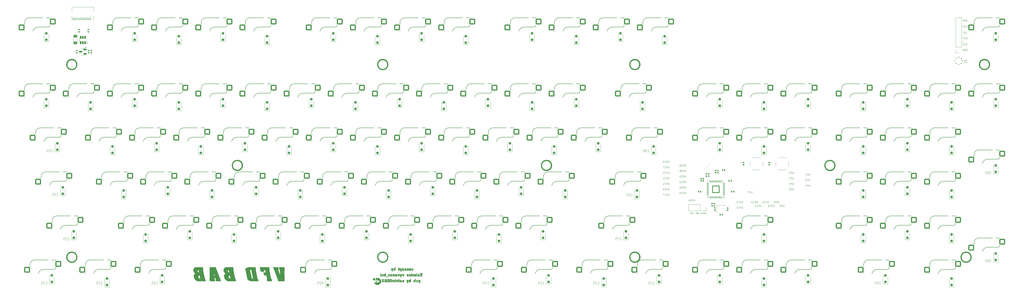
<source format=gbr>
%TF.GenerationSoftware,KiCad,Pcbnew,8.0.8*%
%TF.CreationDate,2025-02-22T23:30:56+01:00*%
%TF.ProjectId,fullsized keybored 3v3,66756c6c-7369-47a6-9564-206b6579626f,rev?*%
%TF.SameCoordinates,Original*%
%TF.FileFunction,Legend,Bot*%
%TF.FilePolarity,Positive*%
%FSLAX46Y46*%
G04 Gerber Fmt 4.6, Leading zero omitted, Abs format (unit mm)*
G04 Created by KiCad (PCBNEW 8.0.8) date 2025-02-22 23:30:56*
%MOMM*%
%LPD*%
G01*
G04 APERTURE LIST*
G04 Aperture macros list*
%AMRoundRect*
0 Rectangle with rounded corners*
0 $1 Rounding radius*
0 $2 $3 $4 $5 $6 $7 $8 $9 X,Y pos of 4 corners*
0 Add a 4 corners polygon primitive as box body*
4,1,4,$2,$3,$4,$5,$6,$7,$8,$9,$2,$3,0*
0 Add four circle primitives for the rounded corners*
1,1,$1+$1,$2,$3*
1,1,$1+$1,$4,$5*
1,1,$1+$1,$6,$7*
1,1,$1+$1,$8,$9*
0 Add four rect primitives between the rounded corners*
20,1,$1+$1,$2,$3,$4,$5,0*
20,1,$1+$1,$4,$5,$6,$7,0*
20,1,$1+$1,$6,$7,$8,$9,0*
20,1,$1+$1,$8,$9,$2,$3,0*%
G04 Aperture macros list end*
%ADD10C,0.100000*%
%ADD11C,1.500000*%
%ADD12C,0.150000*%
%ADD13C,0.300000*%
%ADD14C,2.431250*%
%ADD15C,0.000000*%
%ADD16C,0.120000*%
%ADD17C,1.500000*%
%ADD18C,3.800000*%
%ADD19C,4.000000*%
%ADD20C,3.987800*%
%ADD21RoundRect,0.250000X0.300000X-0.300000X0.300000X0.300000X-0.300000X0.300000X-0.300000X-0.300000X0*%
%ADD22RoundRect,0.140000X-0.170000X0.140000X-0.170000X-0.140000X0.170000X-0.140000X0.170000X0.140000X0*%
%ADD23RoundRect,0.140000X0.170000X-0.140000X0.170000X0.140000X-0.170000X0.140000X-0.170000X-0.140000X0*%
%ADD24C,1.750000*%
%ADD25C,3.300000*%
%ADD26RoundRect,0.250000X1.025000X1.000000X-1.025000X1.000000X-1.025000X-1.000000X1.025000X-1.000000X0*%
%ADD27RoundRect,0.150000X0.150000X-0.512500X0.150000X0.512500X-0.150000X0.512500X-0.150000X-0.512500X0*%
%ADD28R,0.900000X0.300000*%
%ADD29R,0.250000X1.650000*%
%ADD30RoundRect,0.250000X-0.625000X0.375000X-0.625000X-0.375000X0.625000X-0.375000X0.625000X0.375000X0*%
%ADD31RoundRect,0.140000X-0.140000X-0.170000X0.140000X-0.170000X0.140000X0.170000X-0.140000X0.170000X0*%
%ADD32RoundRect,0.150000X0.587500X0.150000X-0.587500X0.150000X-0.587500X-0.150000X0.587500X-0.150000X0*%
%ADD33R,1.700000X1.700000*%
%ADD34O,1.700000X1.700000*%
%ADD35RoundRect,0.140000X0.140000X0.170000X-0.140000X0.170000X-0.140000X-0.170000X0.140000X-0.170000X0*%
%ADD36R,1.700000X1.000000*%
%ADD37RoundRect,0.135000X-0.185000X0.135000X-0.185000X-0.135000X0.185000X-0.135000X0.185000X0.135000X0*%
%ADD38RoundRect,0.135000X0.185000X-0.135000X0.185000X0.135000X-0.185000X0.135000X-0.185000X-0.135000X0*%
%ADD39RoundRect,0.050000X0.387500X0.050000X-0.387500X0.050000X-0.387500X-0.050000X0.387500X-0.050000X0*%
%ADD40RoundRect,0.050000X0.050000X0.387500X-0.050000X0.387500X-0.050000X-0.387500X0.050000X-0.387500X0*%
%ADD41RoundRect,0.144000X1.456000X1.456000X-1.456000X1.456000X-1.456000X-1.456000X1.456000X-1.456000X0*%
%ADD42RoundRect,0.200000X-0.335876X-0.053033X-0.053033X-0.335876X0.335876X0.053033X0.053033X0.335876X0*%
%ADD43R,1.400000X1.200000*%
%ADD44C,0.650000*%
%ADD45R,0.600000X1.450000*%
%ADD46R,0.300000X1.450000*%
%ADD47O,1.000000X1.600000*%
%ADD48O,1.000000X2.100000*%
G04 APERTURE END LIST*
D10*
X31622916Y-99676169D02*
X32194344Y-99676169D01*
X31908630Y-99676169D02*
X31908630Y-98676169D01*
X31908630Y-98676169D02*
X32003868Y-98819026D01*
X32003868Y-98819026D02*
X32099106Y-98914264D01*
X32099106Y-98914264D02*
X32194344Y-98961883D01*
X30718154Y-98676169D02*
X31194344Y-98676169D01*
X31194344Y-98676169D02*
X31241963Y-99152359D01*
X31241963Y-99152359D02*
X31194344Y-99104740D01*
X31194344Y-99104740D02*
X31099106Y-99057121D01*
X31099106Y-99057121D02*
X30861011Y-99057121D01*
X30861011Y-99057121D02*
X30765773Y-99104740D01*
X30765773Y-99104740D02*
X30718154Y-99152359D01*
X30718154Y-99152359D02*
X30670535Y-99247597D01*
X30670535Y-99247597D02*
X30670535Y-99485692D01*
X30670535Y-99485692D02*
X30718154Y-99580930D01*
X30718154Y-99580930D02*
X30765773Y-99628550D01*
X30765773Y-99628550D02*
X30861011Y-99676169D01*
X30861011Y-99676169D02*
X31099106Y-99676169D01*
X31099106Y-99676169D02*
X31194344Y-99628550D01*
X31194344Y-99628550D02*
X31241963Y-99580930D01*
X30051487Y-98676169D02*
X29956249Y-98676169D01*
X29956249Y-98676169D02*
X29861011Y-98723788D01*
X29861011Y-98723788D02*
X29813392Y-98771407D01*
X29813392Y-98771407D02*
X29765773Y-98866645D01*
X29765773Y-98866645D02*
X29718154Y-99057121D01*
X29718154Y-99057121D02*
X29718154Y-99295216D01*
X29718154Y-99295216D02*
X29765773Y-99485692D01*
X29765773Y-99485692D02*
X29813392Y-99580930D01*
X29813392Y-99580930D02*
X29861011Y-99628550D01*
X29861011Y-99628550D02*
X29956249Y-99676169D01*
X29956249Y-99676169D02*
X30051487Y-99676169D01*
X30051487Y-99676169D02*
X30146725Y-99628550D01*
X30146725Y-99628550D02*
X30194344Y-99580930D01*
X30194344Y-99580930D02*
X30241963Y-99485692D01*
X30241963Y-99485692D02*
X30289582Y-99295216D01*
X30289582Y-99295216D02*
X30289582Y-99057121D01*
X30289582Y-99057121D02*
X30241963Y-98866645D01*
X30241963Y-98866645D02*
X30194344Y-98771407D01*
X30194344Y-98771407D02*
X30146725Y-98723788D01*
X30146725Y-98723788D02*
X30051487Y-98676169D01*
X34004166Y-118726169D02*
X34575594Y-118726169D01*
X34289880Y-118726169D02*
X34289880Y-117726169D01*
X34289880Y-117726169D02*
X34385118Y-117869026D01*
X34385118Y-117869026D02*
X34480356Y-117964264D01*
X34480356Y-117964264D02*
X34575594Y-118011883D01*
X33670832Y-117726169D02*
X33004166Y-117726169D01*
X33004166Y-117726169D02*
X33432737Y-118726169D01*
X32147023Y-117726169D02*
X32623213Y-117726169D01*
X32623213Y-117726169D02*
X32670832Y-118202359D01*
X32670832Y-118202359D02*
X32623213Y-118154740D01*
X32623213Y-118154740D02*
X32527975Y-118107121D01*
X32527975Y-118107121D02*
X32289880Y-118107121D01*
X32289880Y-118107121D02*
X32194642Y-118154740D01*
X32194642Y-118154740D02*
X32147023Y-118202359D01*
X32147023Y-118202359D02*
X32099404Y-118297597D01*
X32099404Y-118297597D02*
X32099404Y-118535692D01*
X32099404Y-118535692D02*
X32147023Y-118630930D01*
X32147023Y-118630930D02*
X32194642Y-118678550D01*
X32194642Y-118678550D02*
X32289880Y-118726169D01*
X32289880Y-118726169D02*
X32527975Y-118726169D01*
X32527975Y-118726169D02*
X32623213Y-118678550D01*
X32623213Y-118678550D02*
X32670832Y-118630930D01*
X39338094Y-136871407D02*
X39290475Y-136823788D01*
X39290475Y-136823788D02*
X39195237Y-136776169D01*
X39195237Y-136776169D02*
X38957142Y-136776169D01*
X38957142Y-136776169D02*
X38861904Y-136823788D01*
X38861904Y-136823788D02*
X38814285Y-136871407D01*
X38814285Y-136871407D02*
X38766666Y-136966645D01*
X38766666Y-136966645D02*
X38766666Y-137061883D01*
X38766666Y-137061883D02*
X38814285Y-137204740D01*
X38814285Y-137204740D02*
X39385713Y-137776169D01*
X39385713Y-137776169D02*
X38766666Y-137776169D01*
X38385713Y-136871407D02*
X38338094Y-136823788D01*
X38338094Y-136823788D02*
X38242856Y-136776169D01*
X38242856Y-136776169D02*
X38004761Y-136776169D01*
X38004761Y-136776169D02*
X37909523Y-136823788D01*
X37909523Y-136823788D02*
X37861904Y-136871407D01*
X37861904Y-136871407D02*
X37814285Y-136966645D01*
X37814285Y-136966645D02*
X37814285Y-137061883D01*
X37814285Y-137061883D02*
X37861904Y-137204740D01*
X37861904Y-137204740D02*
X38433332Y-137776169D01*
X38433332Y-137776169D02*
X37814285Y-137776169D01*
X36909523Y-136776169D02*
X37385713Y-136776169D01*
X37385713Y-136776169D02*
X37433332Y-137252359D01*
X37433332Y-137252359D02*
X37385713Y-137204740D01*
X37385713Y-137204740D02*
X37290475Y-137157121D01*
X37290475Y-137157121D02*
X37052380Y-137157121D01*
X37052380Y-137157121D02*
X36957142Y-137204740D01*
X36957142Y-137204740D02*
X36909523Y-137252359D01*
X36909523Y-137252359D02*
X36861904Y-137347597D01*
X36861904Y-137347597D02*
X36861904Y-137585692D01*
X36861904Y-137585692D02*
X36909523Y-137680930D01*
X36909523Y-137680930D02*
X36957142Y-137728550D01*
X36957142Y-137728550D02*
X37052380Y-137776169D01*
X37052380Y-137776169D02*
X37290475Y-137776169D01*
X37290475Y-137776169D02*
X37385713Y-137728550D01*
X37385713Y-137728550D02*
X37433332Y-137680930D01*
X277463094Y-136871407D02*
X277415475Y-136823788D01*
X277415475Y-136823788D02*
X277320237Y-136776169D01*
X277320237Y-136776169D02*
X277082142Y-136776169D01*
X277082142Y-136776169D02*
X276986904Y-136823788D01*
X276986904Y-136823788D02*
X276939285Y-136871407D01*
X276939285Y-136871407D02*
X276891666Y-136966645D01*
X276891666Y-136966645D02*
X276891666Y-137061883D01*
X276891666Y-137061883D02*
X276939285Y-137204740D01*
X276939285Y-137204740D02*
X277510713Y-137776169D01*
X277510713Y-137776169D02*
X276891666Y-137776169D01*
X276558332Y-136776169D02*
X275891666Y-136776169D01*
X275891666Y-136776169D02*
X276320237Y-137776169D01*
X275034523Y-136776169D02*
X275510713Y-136776169D01*
X275510713Y-136776169D02*
X275558332Y-137252359D01*
X275558332Y-137252359D02*
X275510713Y-137204740D01*
X275510713Y-137204740D02*
X275415475Y-137157121D01*
X275415475Y-137157121D02*
X275177380Y-137157121D01*
X275177380Y-137157121D02*
X275082142Y-137204740D01*
X275082142Y-137204740D02*
X275034523Y-137252359D01*
X275034523Y-137252359D02*
X274986904Y-137347597D01*
X274986904Y-137347597D02*
X274986904Y-137585692D01*
X274986904Y-137585692D02*
X275034523Y-137680930D01*
X275034523Y-137680930D02*
X275082142Y-137728550D01*
X275082142Y-137728550D02*
X275177380Y-137776169D01*
X275177380Y-137776169D02*
X275415475Y-137776169D01*
X275415475Y-137776169D02*
X275510713Y-137728550D01*
X275510713Y-137728550D02*
X275558332Y-137680930D01*
X282225594Y-117821407D02*
X282177975Y-117773788D01*
X282177975Y-117773788D02*
X282082737Y-117726169D01*
X282082737Y-117726169D02*
X281844642Y-117726169D01*
X281844642Y-117726169D02*
X281749404Y-117773788D01*
X281749404Y-117773788D02*
X281701785Y-117821407D01*
X281701785Y-117821407D02*
X281654166Y-117916645D01*
X281654166Y-117916645D02*
X281654166Y-118011883D01*
X281654166Y-118011883D02*
X281701785Y-118154740D01*
X281701785Y-118154740D02*
X282273213Y-118726169D01*
X282273213Y-118726169D02*
X281654166Y-118726169D01*
X281273213Y-117821407D02*
X281225594Y-117773788D01*
X281225594Y-117773788D02*
X281130356Y-117726169D01*
X281130356Y-117726169D02*
X280892261Y-117726169D01*
X280892261Y-117726169D02*
X280797023Y-117773788D01*
X280797023Y-117773788D02*
X280749404Y-117821407D01*
X280749404Y-117821407D02*
X280701785Y-117916645D01*
X280701785Y-117916645D02*
X280701785Y-118011883D01*
X280701785Y-118011883D02*
X280749404Y-118154740D01*
X280749404Y-118154740D02*
X281320832Y-118726169D01*
X281320832Y-118726169D02*
X280701785Y-118726169D01*
X279797023Y-117726169D02*
X280273213Y-117726169D01*
X280273213Y-117726169D02*
X280320832Y-118202359D01*
X280320832Y-118202359D02*
X280273213Y-118154740D01*
X280273213Y-118154740D02*
X280177975Y-118107121D01*
X280177975Y-118107121D02*
X279939880Y-118107121D01*
X279939880Y-118107121D02*
X279844642Y-118154740D01*
X279844642Y-118154740D02*
X279797023Y-118202359D01*
X279797023Y-118202359D02*
X279749404Y-118297597D01*
X279749404Y-118297597D02*
X279749404Y-118535692D01*
X279749404Y-118535692D02*
X279797023Y-118630930D01*
X279797023Y-118630930D02*
X279844642Y-118678550D01*
X279844642Y-118678550D02*
X279939880Y-118726169D01*
X279939880Y-118726169D02*
X280177975Y-118726169D01*
X280177975Y-118726169D02*
X280273213Y-118678550D01*
X280273213Y-118678550D02*
X280320832Y-118630930D01*
X288797916Y-99676169D02*
X289369344Y-99676169D01*
X289083630Y-99676169D02*
X289083630Y-98676169D01*
X289083630Y-98676169D02*
X289178868Y-98819026D01*
X289178868Y-98819026D02*
X289274106Y-98914264D01*
X289274106Y-98914264D02*
X289369344Y-98961883D01*
X287893154Y-98676169D02*
X288369344Y-98676169D01*
X288369344Y-98676169D02*
X288416963Y-99152359D01*
X288416963Y-99152359D02*
X288369344Y-99104740D01*
X288369344Y-99104740D02*
X288274106Y-99057121D01*
X288274106Y-99057121D02*
X288036011Y-99057121D01*
X288036011Y-99057121D02*
X287940773Y-99104740D01*
X287940773Y-99104740D02*
X287893154Y-99152359D01*
X287893154Y-99152359D02*
X287845535Y-99247597D01*
X287845535Y-99247597D02*
X287845535Y-99485692D01*
X287845535Y-99485692D02*
X287893154Y-99580930D01*
X287893154Y-99580930D02*
X287940773Y-99628550D01*
X287940773Y-99628550D02*
X288036011Y-99676169D01*
X288036011Y-99676169D02*
X288274106Y-99676169D01*
X288274106Y-99676169D02*
X288369344Y-99628550D01*
X288369344Y-99628550D02*
X288416963Y-99580930D01*
X287226487Y-98676169D02*
X287131249Y-98676169D01*
X287131249Y-98676169D02*
X287036011Y-98723788D01*
X287036011Y-98723788D02*
X286988392Y-98771407D01*
X286988392Y-98771407D02*
X286940773Y-98866645D01*
X286940773Y-98866645D02*
X286893154Y-99057121D01*
X286893154Y-99057121D02*
X286893154Y-99295216D01*
X286893154Y-99295216D02*
X286940773Y-99485692D01*
X286940773Y-99485692D02*
X286988392Y-99580930D01*
X286988392Y-99580930D02*
X287036011Y-99628550D01*
X287036011Y-99628550D02*
X287131249Y-99676169D01*
X287131249Y-99676169D02*
X287226487Y-99676169D01*
X287226487Y-99676169D02*
X287321725Y-99628550D01*
X287321725Y-99628550D02*
X287369344Y-99580930D01*
X287369344Y-99580930D02*
X287416963Y-99485692D01*
X287416963Y-99485692D02*
X287464582Y-99295216D01*
X287464582Y-99295216D02*
X287464582Y-99057121D01*
X287464582Y-99057121D02*
X287416963Y-98866645D01*
X287416963Y-98866645D02*
X287369344Y-98771407D01*
X287369344Y-98771407D02*
X287321725Y-98723788D01*
X287321725Y-98723788D02*
X287226487Y-98676169D01*
X437006844Y-108296407D02*
X436959225Y-108248788D01*
X436959225Y-108248788D02*
X436863987Y-108201169D01*
X436863987Y-108201169D02*
X436625892Y-108201169D01*
X436625892Y-108201169D02*
X436530654Y-108248788D01*
X436530654Y-108248788D02*
X436483035Y-108296407D01*
X436483035Y-108296407D02*
X436435416Y-108391645D01*
X436435416Y-108391645D02*
X436435416Y-108486883D01*
X436435416Y-108486883D02*
X436483035Y-108629740D01*
X436483035Y-108629740D02*
X437054463Y-109201169D01*
X437054463Y-109201169D02*
X436435416Y-109201169D01*
X435816368Y-108201169D02*
X435721130Y-108201169D01*
X435721130Y-108201169D02*
X435625892Y-108248788D01*
X435625892Y-108248788D02*
X435578273Y-108296407D01*
X435578273Y-108296407D02*
X435530654Y-108391645D01*
X435530654Y-108391645D02*
X435483035Y-108582121D01*
X435483035Y-108582121D02*
X435483035Y-108820216D01*
X435483035Y-108820216D02*
X435530654Y-109010692D01*
X435530654Y-109010692D02*
X435578273Y-109105930D01*
X435578273Y-109105930D02*
X435625892Y-109153550D01*
X435625892Y-109153550D02*
X435721130Y-109201169D01*
X435721130Y-109201169D02*
X435816368Y-109201169D01*
X435816368Y-109201169D02*
X435911606Y-109153550D01*
X435911606Y-109153550D02*
X435959225Y-109105930D01*
X435959225Y-109105930D02*
X436006844Y-109010692D01*
X436006844Y-109010692D02*
X436054463Y-108820216D01*
X436054463Y-108820216D02*
X436054463Y-108582121D01*
X436054463Y-108582121D02*
X436006844Y-108391645D01*
X436006844Y-108391645D02*
X435959225Y-108296407D01*
X435959225Y-108296407D02*
X435911606Y-108248788D01*
X435911606Y-108248788D02*
X435816368Y-108201169D01*
X434863987Y-108201169D02*
X434768749Y-108201169D01*
X434768749Y-108201169D02*
X434673511Y-108248788D01*
X434673511Y-108248788D02*
X434625892Y-108296407D01*
X434625892Y-108296407D02*
X434578273Y-108391645D01*
X434578273Y-108391645D02*
X434530654Y-108582121D01*
X434530654Y-108582121D02*
X434530654Y-108820216D01*
X434530654Y-108820216D02*
X434578273Y-109010692D01*
X434578273Y-109010692D02*
X434625892Y-109105930D01*
X434625892Y-109105930D02*
X434673511Y-109153550D01*
X434673511Y-109153550D02*
X434768749Y-109201169D01*
X434768749Y-109201169D02*
X434863987Y-109201169D01*
X434863987Y-109201169D02*
X434959225Y-109153550D01*
X434959225Y-109153550D02*
X435006844Y-109105930D01*
X435006844Y-109105930D02*
X435054463Y-109010692D01*
X435054463Y-109010692D02*
X435102082Y-108820216D01*
X435102082Y-108820216D02*
X435102082Y-108582121D01*
X435102082Y-108582121D02*
X435054463Y-108391645D01*
X435054463Y-108391645D02*
X435006844Y-108296407D01*
X435006844Y-108296407D02*
X434959225Y-108248788D01*
X434959225Y-108248788D02*
X434863987Y-108201169D01*
X437006844Y-146396407D02*
X436959225Y-146348788D01*
X436959225Y-146348788D02*
X436863987Y-146301169D01*
X436863987Y-146301169D02*
X436625892Y-146301169D01*
X436625892Y-146301169D02*
X436530654Y-146348788D01*
X436530654Y-146348788D02*
X436483035Y-146396407D01*
X436483035Y-146396407D02*
X436435416Y-146491645D01*
X436435416Y-146491645D02*
X436435416Y-146586883D01*
X436435416Y-146586883D02*
X436483035Y-146729740D01*
X436483035Y-146729740D02*
X437054463Y-147301169D01*
X437054463Y-147301169D02*
X436435416Y-147301169D01*
X435816368Y-146301169D02*
X435721130Y-146301169D01*
X435721130Y-146301169D02*
X435625892Y-146348788D01*
X435625892Y-146348788D02*
X435578273Y-146396407D01*
X435578273Y-146396407D02*
X435530654Y-146491645D01*
X435530654Y-146491645D02*
X435483035Y-146682121D01*
X435483035Y-146682121D02*
X435483035Y-146920216D01*
X435483035Y-146920216D02*
X435530654Y-147110692D01*
X435530654Y-147110692D02*
X435578273Y-147205930D01*
X435578273Y-147205930D02*
X435625892Y-147253550D01*
X435625892Y-147253550D02*
X435721130Y-147301169D01*
X435721130Y-147301169D02*
X435816368Y-147301169D01*
X435816368Y-147301169D02*
X435911606Y-147253550D01*
X435911606Y-147253550D02*
X435959225Y-147205930D01*
X435959225Y-147205930D02*
X436006844Y-147110692D01*
X436006844Y-147110692D02*
X436054463Y-146920216D01*
X436054463Y-146920216D02*
X436054463Y-146682121D01*
X436054463Y-146682121D02*
X436006844Y-146491645D01*
X436006844Y-146491645D02*
X435959225Y-146396407D01*
X435959225Y-146396407D02*
X435911606Y-146348788D01*
X435911606Y-146348788D02*
X435816368Y-146301169D01*
X434863987Y-146301169D02*
X434768749Y-146301169D01*
X434768749Y-146301169D02*
X434673511Y-146348788D01*
X434673511Y-146348788D02*
X434625892Y-146396407D01*
X434625892Y-146396407D02*
X434578273Y-146491645D01*
X434578273Y-146491645D02*
X434530654Y-146682121D01*
X434530654Y-146682121D02*
X434530654Y-146920216D01*
X434530654Y-146920216D02*
X434578273Y-147110692D01*
X434578273Y-147110692D02*
X434625892Y-147205930D01*
X434625892Y-147205930D02*
X434673511Y-147253550D01*
X434673511Y-147253550D02*
X434768749Y-147301169D01*
X434768749Y-147301169D02*
X434863987Y-147301169D01*
X434863987Y-147301169D02*
X434959225Y-147253550D01*
X434959225Y-147253550D02*
X435006844Y-147205930D01*
X435006844Y-147205930D02*
X435054463Y-147110692D01*
X435054463Y-147110692D02*
X435102082Y-146920216D01*
X435102082Y-146920216D02*
X435102082Y-146682121D01*
X435102082Y-146682121D02*
X435054463Y-146491645D01*
X435054463Y-146491645D02*
X435006844Y-146396407D01*
X435006844Y-146396407D02*
X434959225Y-146348788D01*
X434959225Y-146348788D02*
X434863987Y-146301169D01*
X389381844Y-155921407D02*
X389334225Y-155873788D01*
X389334225Y-155873788D02*
X389238987Y-155826169D01*
X389238987Y-155826169D02*
X389000892Y-155826169D01*
X389000892Y-155826169D02*
X388905654Y-155873788D01*
X388905654Y-155873788D02*
X388858035Y-155921407D01*
X388858035Y-155921407D02*
X388810416Y-156016645D01*
X388810416Y-156016645D02*
X388810416Y-156111883D01*
X388810416Y-156111883D02*
X388858035Y-156254740D01*
X388858035Y-156254740D02*
X389429463Y-156826169D01*
X389429463Y-156826169D02*
X388810416Y-156826169D01*
X388191368Y-155826169D02*
X388096130Y-155826169D01*
X388096130Y-155826169D02*
X388000892Y-155873788D01*
X388000892Y-155873788D02*
X387953273Y-155921407D01*
X387953273Y-155921407D02*
X387905654Y-156016645D01*
X387905654Y-156016645D02*
X387858035Y-156207121D01*
X387858035Y-156207121D02*
X387858035Y-156445216D01*
X387858035Y-156445216D02*
X387905654Y-156635692D01*
X387905654Y-156635692D02*
X387953273Y-156730930D01*
X387953273Y-156730930D02*
X388000892Y-156778550D01*
X388000892Y-156778550D02*
X388096130Y-156826169D01*
X388096130Y-156826169D02*
X388191368Y-156826169D01*
X388191368Y-156826169D02*
X388286606Y-156778550D01*
X388286606Y-156778550D02*
X388334225Y-156730930D01*
X388334225Y-156730930D02*
X388381844Y-156635692D01*
X388381844Y-156635692D02*
X388429463Y-156445216D01*
X388429463Y-156445216D02*
X388429463Y-156207121D01*
X388429463Y-156207121D02*
X388381844Y-156016645D01*
X388381844Y-156016645D02*
X388334225Y-155921407D01*
X388334225Y-155921407D02*
X388286606Y-155873788D01*
X388286606Y-155873788D02*
X388191368Y-155826169D01*
X387238987Y-155826169D02*
X387143749Y-155826169D01*
X387143749Y-155826169D02*
X387048511Y-155873788D01*
X387048511Y-155873788D02*
X387000892Y-155921407D01*
X387000892Y-155921407D02*
X386953273Y-156016645D01*
X386953273Y-156016645D02*
X386905654Y-156207121D01*
X386905654Y-156207121D02*
X386905654Y-156445216D01*
X386905654Y-156445216D02*
X386953273Y-156635692D01*
X386953273Y-156635692D02*
X387000892Y-156730930D01*
X387000892Y-156730930D02*
X387048511Y-156778550D01*
X387048511Y-156778550D02*
X387143749Y-156826169D01*
X387143749Y-156826169D02*
X387238987Y-156826169D01*
X387238987Y-156826169D02*
X387334225Y-156778550D01*
X387334225Y-156778550D02*
X387381844Y-156730930D01*
X387381844Y-156730930D02*
X387429463Y-156635692D01*
X387429463Y-156635692D02*
X387477082Y-156445216D01*
X387477082Y-156445216D02*
X387477082Y-156207121D01*
X387477082Y-156207121D02*
X387429463Y-156016645D01*
X387429463Y-156016645D02*
X387381844Y-155921407D01*
X387381844Y-155921407D02*
X387334225Y-155873788D01*
X387334225Y-155873788D02*
X387238987Y-155826169D01*
X291179166Y-156826169D02*
X291750594Y-156826169D01*
X291464880Y-156826169D02*
X291464880Y-155826169D01*
X291464880Y-155826169D02*
X291560118Y-155969026D01*
X291560118Y-155969026D02*
X291655356Y-156064264D01*
X291655356Y-156064264D02*
X291750594Y-156111883D01*
X290798213Y-155921407D02*
X290750594Y-155873788D01*
X290750594Y-155873788D02*
X290655356Y-155826169D01*
X290655356Y-155826169D02*
X290417261Y-155826169D01*
X290417261Y-155826169D02*
X290322023Y-155873788D01*
X290322023Y-155873788D02*
X290274404Y-155921407D01*
X290274404Y-155921407D02*
X290226785Y-156016645D01*
X290226785Y-156016645D02*
X290226785Y-156111883D01*
X290226785Y-156111883D02*
X290274404Y-156254740D01*
X290274404Y-156254740D02*
X290845832Y-156826169D01*
X290845832Y-156826169D02*
X290226785Y-156826169D01*
X289322023Y-155826169D02*
X289798213Y-155826169D01*
X289798213Y-155826169D02*
X289845832Y-156302359D01*
X289845832Y-156302359D02*
X289798213Y-156254740D01*
X289798213Y-156254740D02*
X289702975Y-156207121D01*
X289702975Y-156207121D02*
X289464880Y-156207121D01*
X289464880Y-156207121D02*
X289369642Y-156254740D01*
X289369642Y-156254740D02*
X289322023Y-156302359D01*
X289322023Y-156302359D02*
X289274404Y-156397597D01*
X289274404Y-156397597D02*
X289274404Y-156635692D01*
X289274404Y-156635692D02*
X289322023Y-156730930D01*
X289322023Y-156730930D02*
X289369642Y-156778550D01*
X289369642Y-156778550D02*
X289464880Y-156826169D01*
X289464880Y-156826169D02*
X289702975Y-156826169D01*
X289702975Y-156826169D02*
X289798213Y-156778550D01*
X289798213Y-156778550D02*
X289845832Y-156730930D01*
X267366666Y-156826169D02*
X267938094Y-156826169D01*
X267652380Y-156826169D02*
X267652380Y-155826169D01*
X267652380Y-155826169D02*
X267747618Y-155969026D01*
X267747618Y-155969026D02*
X267842856Y-156064264D01*
X267842856Y-156064264D02*
X267938094Y-156111883D01*
X266985713Y-155921407D02*
X266938094Y-155873788D01*
X266938094Y-155873788D02*
X266842856Y-155826169D01*
X266842856Y-155826169D02*
X266604761Y-155826169D01*
X266604761Y-155826169D02*
X266509523Y-155873788D01*
X266509523Y-155873788D02*
X266461904Y-155921407D01*
X266461904Y-155921407D02*
X266414285Y-156016645D01*
X266414285Y-156016645D02*
X266414285Y-156111883D01*
X266414285Y-156111883D02*
X266461904Y-156254740D01*
X266461904Y-156254740D02*
X267033332Y-156826169D01*
X267033332Y-156826169D02*
X266414285Y-156826169D01*
X265509523Y-155826169D02*
X265985713Y-155826169D01*
X265985713Y-155826169D02*
X266033332Y-156302359D01*
X266033332Y-156302359D02*
X265985713Y-156254740D01*
X265985713Y-156254740D02*
X265890475Y-156207121D01*
X265890475Y-156207121D02*
X265652380Y-156207121D01*
X265652380Y-156207121D02*
X265557142Y-156254740D01*
X265557142Y-156254740D02*
X265509523Y-156302359D01*
X265509523Y-156302359D02*
X265461904Y-156397597D01*
X265461904Y-156397597D02*
X265461904Y-156635692D01*
X265461904Y-156635692D02*
X265509523Y-156730930D01*
X265509523Y-156730930D02*
X265557142Y-156778550D01*
X265557142Y-156778550D02*
X265652380Y-156826169D01*
X265652380Y-156826169D02*
X265890475Y-156826169D01*
X265890475Y-156826169D02*
X265985713Y-156778550D01*
X265985713Y-156778550D02*
X266033332Y-156730930D01*
X243554166Y-156826169D02*
X244125594Y-156826169D01*
X243839880Y-156826169D02*
X243839880Y-155826169D01*
X243839880Y-155826169D02*
X243935118Y-155969026D01*
X243935118Y-155969026D02*
X244030356Y-156064264D01*
X244030356Y-156064264D02*
X244125594Y-156111883D01*
X243173213Y-155921407D02*
X243125594Y-155873788D01*
X243125594Y-155873788D02*
X243030356Y-155826169D01*
X243030356Y-155826169D02*
X242792261Y-155826169D01*
X242792261Y-155826169D02*
X242697023Y-155873788D01*
X242697023Y-155873788D02*
X242649404Y-155921407D01*
X242649404Y-155921407D02*
X242601785Y-156016645D01*
X242601785Y-156016645D02*
X242601785Y-156111883D01*
X242601785Y-156111883D02*
X242649404Y-156254740D01*
X242649404Y-156254740D02*
X243220832Y-156826169D01*
X243220832Y-156826169D02*
X242601785Y-156826169D01*
X241697023Y-155826169D02*
X242173213Y-155826169D01*
X242173213Y-155826169D02*
X242220832Y-156302359D01*
X242220832Y-156302359D02*
X242173213Y-156254740D01*
X242173213Y-156254740D02*
X242077975Y-156207121D01*
X242077975Y-156207121D02*
X241839880Y-156207121D01*
X241839880Y-156207121D02*
X241744642Y-156254740D01*
X241744642Y-156254740D02*
X241697023Y-156302359D01*
X241697023Y-156302359D02*
X241649404Y-156397597D01*
X241649404Y-156397597D02*
X241649404Y-156635692D01*
X241649404Y-156635692D02*
X241697023Y-156730930D01*
X241697023Y-156730930D02*
X241744642Y-156778550D01*
X241744642Y-156778550D02*
X241839880Y-156826169D01*
X241839880Y-156826169D02*
X242077975Y-156826169D01*
X242077975Y-156826169D02*
X242173213Y-156778550D01*
X242173213Y-156778550D02*
X242220832Y-156730930D01*
X219741666Y-156826169D02*
X220313094Y-156826169D01*
X220027380Y-156826169D02*
X220027380Y-155826169D01*
X220027380Y-155826169D02*
X220122618Y-155969026D01*
X220122618Y-155969026D02*
X220217856Y-156064264D01*
X220217856Y-156064264D02*
X220313094Y-156111883D01*
X219360713Y-155921407D02*
X219313094Y-155873788D01*
X219313094Y-155873788D02*
X219217856Y-155826169D01*
X219217856Y-155826169D02*
X218979761Y-155826169D01*
X218979761Y-155826169D02*
X218884523Y-155873788D01*
X218884523Y-155873788D02*
X218836904Y-155921407D01*
X218836904Y-155921407D02*
X218789285Y-156016645D01*
X218789285Y-156016645D02*
X218789285Y-156111883D01*
X218789285Y-156111883D02*
X218836904Y-156254740D01*
X218836904Y-156254740D02*
X219408332Y-156826169D01*
X219408332Y-156826169D02*
X218789285Y-156826169D01*
X217884523Y-155826169D02*
X218360713Y-155826169D01*
X218360713Y-155826169D02*
X218408332Y-156302359D01*
X218408332Y-156302359D02*
X218360713Y-156254740D01*
X218360713Y-156254740D02*
X218265475Y-156207121D01*
X218265475Y-156207121D02*
X218027380Y-156207121D01*
X218027380Y-156207121D02*
X217932142Y-156254740D01*
X217932142Y-156254740D02*
X217884523Y-156302359D01*
X217884523Y-156302359D02*
X217836904Y-156397597D01*
X217836904Y-156397597D02*
X217836904Y-156635692D01*
X217836904Y-156635692D02*
X217884523Y-156730930D01*
X217884523Y-156730930D02*
X217932142Y-156778550D01*
X217932142Y-156778550D02*
X218027380Y-156826169D01*
X218027380Y-156826169D02*
X218265475Y-156826169D01*
X218265475Y-156826169D02*
X218360713Y-156778550D01*
X218360713Y-156778550D02*
X218408332Y-156730930D01*
X148399404Y-155826169D02*
X148589880Y-155826169D01*
X148589880Y-155826169D02*
X148685118Y-155873788D01*
X148685118Y-155873788D02*
X148732737Y-155921407D01*
X148732737Y-155921407D02*
X148827975Y-156064264D01*
X148827975Y-156064264D02*
X148875594Y-156254740D01*
X148875594Y-156254740D02*
X148875594Y-156635692D01*
X148875594Y-156635692D02*
X148827975Y-156730930D01*
X148827975Y-156730930D02*
X148780356Y-156778550D01*
X148780356Y-156778550D02*
X148685118Y-156826169D01*
X148685118Y-156826169D02*
X148494642Y-156826169D01*
X148494642Y-156826169D02*
X148399404Y-156778550D01*
X148399404Y-156778550D02*
X148351785Y-156730930D01*
X148351785Y-156730930D02*
X148304166Y-156635692D01*
X148304166Y-156635692D02*
X148304166Y-156397597D01*
X148304166Y-156397597D02*
X148351785Y-156302359D01*
X148351785Y-156302359D02*
X148399404Y-156254740D01*
X148399404Y-156254740D02*
X148494642Y-156207121D01*
X148494642Y-156207121D02*
X148685118Y-156207121D01*
X148685118Y-156207121D02*
X148780356Y-156254740D01*
X148780356Y-156254740D02*
X148827975Y-156302359D01*
X148827975Y-156302359D02*
X148875594Y-156397597D01*
X147923213Y-155921407D02*
X147875594Y-155873788D01*
X147875594Y-155873788D02*
X147780356Y-155826169D01*
X147780356Y-155826169D02*
X147542261Y-155826169D01*
X147542261Y-155826169D02*
X147447023Y-155873788D01*
X147447023Y-155873788D02*
X147399404Y-155921407D01*
X147399404Y-155921407D02*
X147351785Y-156016645D01*
X147351785Y-156016645D02*
X147351785Y-156111883D01*
X147351785Y-156111883D02*
X147399404Y-156254740D01*
X147399404Y-156254740D02*
X147970832Y-156826169D01*
X147970832Y-156826169D02*
X147351785Y-156826169D01*
X146447023Y-155826169D02*
X146923213Y-155826169D01*
X146923213Y-155826169D02*
X146970832Y-156302359D01*
X146970832Y-156302359D02*
X146923213Y-156254740D01*
X146923213Y-156254740D02*
X146827975Y-156207121D01*
X146827975Y-156207121D02*
X146589880Y-156207121D01*
X146589880Y-156207121D02*
X146494642Y-156254740D01*
X146494642Y-156254740D02*
X146447023Y-156302359D01*
X146447023Y-156302359D02*
X146399404Y-156397597D01*
X146399404Y-156397597D02*
X146399404Y-156635692D01*
X146399404Y-156635692D02*
X146447023Y-156730930D01*
X146447023Y-156730930D02*
X146494642Y-156778550D01*
X146494642Y-156778550D02*
X146589880Y-156826169D01*
X146589880Y-156826169D02*
X146827975Y-156826169D01*
X146827975Y-156826169D02*
X146923213Y-156778550D01*
X146923213Y-156778550D02*
X146970832Y-156730930D01*
X76866666Y-156826169D02*
X77438094Y-156826169D01*
X77152380Y-156826169D02*
X77152380Y-155826169D01*
X77152380Y-155826169D02*
X77247618Y-155969026D01*
X77247618Y-155969026D02*
X77342856Y-156064264D01*
X77342856Y-156064264D02*
X77438094Y-156111883D01*
X76485713Y-155921407D02*
X76438094Y-155873788D01*
X76438094Y-155873788D02*
X76342856Y-155826169D01*
X76342856Y-155826169D02*
X76104761Y-155826169D01*
X76104761Y-155826169D02*
X76009523Y-155873788D01*
X76009523Y-155873788D02*
X75961904Y-155921407D01*
X75961904Y-155921407D02*
X75914285Y-156016645D01*
X75914285Y-156016645D02*
X75914285Y-156111883D01*
X75914285Y-156111883D02*
X75961904Y-156254740D01*
X75961904Y-156254740D02*
X76533332Y-156826169D01*
X76533332Y-156826169D02*
X75914285Y-156826169D01*
X75009523Y-155826169D02*
X75485713Y-155826169D01*
X75485713Y-155826169D02*
X75533332Y-156302359D01*
X75533332Y-156302359D02*
X75485713Y-156254740D01*
X75485713Y-156254740D02*
X75390475Y-156207121D01*
X75390475Y-156207121D02*
X75152380Y-156207121D01*
X75152380Y-156207121D02*
X75057142Y-156254740D01*
X75057142Y-156254740D02*
X75009523Y-156302359D01*
X75009523Y-156302359D02*
X74961904Y-156397597D01*
X74961904Y-156397597D02*
X74961904Y-156635692D01*
X74961904Y-156635692D02*
X75009523Y-156730930D01*
X75009523Y-156730930D02*
X75057142Y-156778550D01*
X75057142Y-156778550D02*
X75152380Y-156826169D01*
X75152380Y-156826169D02*
X75390475Y-156826169D01*
X75390475Y-156826169D02*
X75485713Y-156778550D01*
X75485713Y-156778550D02*
X75533332Y-156730930D01*
X53054166Y-156826169D02*
X53625594Y-156826169D01*
X53339880Y-156826169D02*
X53339880Y-155826169D01*
X53339880Y-155826169D02*
X53435118Y-155969026D01*
X53435118Y-155969026D02*
X53530356Y-156064264D01*
X53530356Y-156064264D02*
X53625594Y-156111883D01*
X52673213Y-155921407D02*
X52625594Y-155873788D01*
X52625594Y-155873788D02*
X52530356Y-155826169D01*
X52530356Y-155826169D02*
X52292261Y-155826169D01*
X52292261Y-155826169D02*
X52197023Y-155873788D01*
X52197023Y-155873788D02*
X52149404Y-155921407D01*
X52149404Y-155921407D02*
X52101785Y-156016645D01*
X52101785Y-156016645D02*
X52101785Y-156111883D01*
X52101785Y-156111883D02*
X52149404Y-156254740D01*
X52149404Y-156254740D02*
X52720832Y-156826169D01*
X52720832Y-156826169D02*
X52101785Y-156826169D01*
X51197023Y-155826169D02*
X51673213Y-155826169D01*
X51673213Y-155826169D02*
X51720832Y-156302359D01*
X51720832Y-156302359D02*
X51673213Y-156254740D01*
X51673213Y-156254740D02*
X51577975Y-156207121D01*
X51577975Y-156207121D02*
X51339880Y-156207121D01*
X51339880Y-156207121D02*
X51244642Y-156254740D01*
X51244642Y-156254740D02*
X51197023Y-156302359D01*
X51197023Y-156302359D02*
X51149404Y-156397597D01*
X51149404Y-156397597D02*
X51149404Y-156635692D01*
X51149404Y-156635692D02*
X51197023Y-156730930D01*
X51197023Y-156730930D02*
X51244642Y-156778550D01*
X51244642Y-156778550D02*
X51339880Y-156826169D01*
X51339880Y-156826169D02*
X51577975Y-156826169D01*
X51577975Y-156826169D02*
X51673213Y-156778550D01*
X51673213Y-156778550D02*
X51720832Y-156730930D01*
X29241666Y-156826169D02*
X29813094Y-156826169D01*
X29527380Y-156826169D02*
X29527380Y-155826169D01*
X29527380Y-155826169D02*
X29622618Y-155969026D01*
X29622618Y-155969026D02*
X29717856Y-156064264D01*
X29717856Y-156064264D02*
X29813094Y-156111883D01*
X28860713Y-155921407D02*
X28813094Y-155873788D01*
X28813094Y-155873788D02*
X28717856Y-155826169D01*
X28717856Y-155826169D02*
X28479761Y-155826169D01*
X28479761Y-155826169D02*
X28384523Y-155873788D01*
X28384523Y-155873788D02*
X28336904Y-155921407D01*
X28336904Y-155921407D02*
X28289285Y-156016645D01*
X28289285Y-156016645D02*
X28289285Y-156111883D01*
X28289285Y-156111883D02*
X28336904Y-156254740D01*
X28336904Y-156254740D02*
X28908332Y-156826169D01*
X28908332Y-156826169D02*
X28289285Y-156826169D01*
X27384523Y-155826169D02*
X27860713Y-155826169D01*
X27860713Y-155826169D02*
X27908332Y-156302359D01*
X27908332Y-156302359D02*
X27860713Y-156254740D01*
X27860713Y-156254740D02*
X27765475Y-156207121D01*
X27765475Y-156207121D02*
X27527380Y-156207121D01*
X27527380Y-156207121D02*
X27432142Y-156254740D01*
X27432142Y-156254740D02*
X27384523Y-156302359D01*
X27384523Y-156302359D02*
X27336904Y-156397597D01*
X27336904Y-156397597D02*
X27336904Y-156635692D01*
X27336904Y-156635692D02*
X27384523Y-156730930D01*
X27384523Y-156730930D02*
X27432142Y-156778550D01*
X27432142Y-156778550D02*
X27527380Y-156826169D01*
X27527380Y-156826169D02*
X27765475Y-156826169D01*
X27765475Y-156826169D02*
X27860713Y-156778550D01*
X27860713Y-156778550D02*
X27908332Y-156730930D01*
D11*
G36*
X130234969Y-150780330D02*
G01*
X130035667Y-150610337D01*
X129823176Y-149587448D01*
X132122478Y-149587448D01*
X132333504Y-150604475D01*
X132203078Y-150773003D01*
X132242646Y-155683750D01*
X129610685Y-155683750D01*
X127771536Y-150773003D01*
X127570768Y-150604475D01*
X127359743Y-149587448D01*
X129494913Y-149587448D01*
X129707405Y-150610337D01*
X129576979Y-150780330D01*
X130368326Y-152997567D01*
X130234969Y-150780330D01*
G37*
G36*
X123397147Y-153151440D02*
G01*
X124383399Y-153151440D01*
X124663301Y-154499660D01*
X124535807Y-154669653D01*
X124746833Y-155683750D01*
X126880538Y-155683750D01*
X126668047Y-154660860D01*
X126468745Y-154489402D01*
X125689121Y-150742228D01*
X125818082Y-150572235D01*
X125612918Y-149587448D01*
X121505241Y-149587448D01*
X121915569Y-151557022D01*
X123559812Y-151557022D01*
X123460161Y-151080749D01*
X123557895Y-150802283D01*
X123850524Y-150736703D01*
X123880747Y-150736366D01*
X124109359Y-151838390D01*
X123123106Y-151838390D01*
X123397147Y-153151440D01*
G37*
G36*
X119948926Y-150551719D02*
G01*
X119818500Y-150712919D01*
X120617174Y-154558278D01*
X120681655Y-154672584D01*
X120815011Y-154719479D01*
X121015779Y-155683750D01*
X118388214Y-155683750D01*
X118135595Y-155675914D01*
X117843786Y-155645827D01*
X117518969Y-155582204D01*
X117210983Y-155487866D01*
X116919826Y-155362814D01*
X116730755Y-155258164D01*
X116483757Y-155074501D01*
X116287556Y-154844014D01*
X116170978Y-154558278D01*
X115408524Y-150887308D01*
X117391703Y-150887308D01*
X118102450Y-154306220D01*
X118109308Y-154336743D01*
X118319338Y-154558278D01*
X118647600Y-154558278D01*
X117848926Y-150712919D01*
X117520664Y-150712919D01*
X117391703Y-150887308D01*
X115408524Y-150887308D01*
X115372304Y-150712919D01*
X115366585Y-150682943D01*
X115383020Y-150373986D01*
X115544913Y-150103126D01*
X115785562Y-149909849D01*
X115918621Y-149834286D01*
X116213728Y-149713386D01*
X116503652Y-149640657D01*
X116823169Y-149598782D01*
X117120594Y-149587448D01*
X119748158Y-149587448D01*
X119948926Y-150551719D01*
G37*
G36*
X110279840Y-150604475D02*
G01*
X110149415Y-150773003D01*
X110924641Y-154498195D01*
X111125409Y-154666722D01*
X111336435Y-155683750D01*
X108238459Y-155683750D01*
X107904246Y-155658224D01*
X107592753Y-155581648D01*
X107303981Y-155454022D01*
X107037929Y-155275345D01*
X106896100Y-155150323D01*
X106674346Y-154903756D01*
X106487375Y-154623108D01*
X106354797Y-154355427D01*
X106247772Y-154062708D01*
X106166302Y-153744950D01*
X106151586Y-153618577D01*
X108146730Y-153618577D01*
X108166651Y-153834343D01*
X108263371Y-154112413D01*
X108424572Y-154322340D01*
X108674224Y-154485169D01*
X108792401Y-154506987D01*
X108956532Y-154506987D01*
X108678096Y-153166094D01*
X108513964Y-153166094D01*
X108254733Y-153306486D01*
X108239924Y-153325829D01*
X108146730Y-153618577D01*
X106151586Y-153618577D01*
X106130612Y-153438470D01*
X106161924Y-153125401D01*
X106267941Y-152841239D01*
X106314313Y-152761628D01*
X106504916Y-152531789D01*
X106758325Y-152348103D01*
X106860929Y-152298544D01*
X106590900Y-152160191D01*
X106349912Y-151954947D01*
X106299659Y-151901405D01*
X106119586Y-151646282D01*
X106003598Y-151374291D01*
X105958207Y-151199451D01*
X105931305Y-150997608D01*
X107787939Y-150997608D01*
X107798243Y-151307587D01*
X107804683Y-151340135D01*
X107923115Y-151611117D01*
X107958556Y-151661070D01*
X108207735Y-151819401D01*
X108234062Y-151820805D01*
X108398193Y-151820805D01*
X108188633Y-150811105D01*
X108024502Y-150811105D01*
X107787939Y-150997608D01*
X105931305Y-150997608D01*
X105919208Y-150906842D01*
X105934572Y-150600080D01*
X106028274Y-150290226D01*
X106179491Y-150046136D01*
X106413817Y-149824407D01*
X106673684Y-149688234D01*
X106982094Y-149609397D01*
X107291773Y-149587448D01*
X110068814Y-149587448D01*
X110279840Y-150604475D01*
G37*
G36*
X104400426Y-154498195D02*
G01*
X104601194Y-154666722D01*
X104812220Y-155683750D01*
X102677049Y-155683750D01*
X102467489Y-154674050D01*
X102593518Y-154506987D01*
X102533434Y-154338460D01*
X101926735Y-154338460D01*
X101938459Y-154506987D01*
X102137761Y-154674050D01*
X102347321Y-155683750D01*
X100045088Y-155683750D01*
X99834062Y-154666722D01*
X99964488Y-154498195D01*
X99948923Y-152324922D01*
X101813895Y-152324922D01*
X101860789Y-153341949D01*
X102190517Y-153341949D01*
X101813895Y-152324922D01*
X99948923Y-152324922D01*
X99929317Y-149587448D01*
X102556881Y-149587448D01*
X104400426Y-154498195D01*
G37*
G36*
X97231410Y-150604475D02*
G01*
X97100985Y-150773003D01*
X97876211Y-154498195D01*
X98076979Y-154666722D01*
X98288005Y-155683750D01*
X95190029Y-155683750D01*
X94855816Y-155658224D01*
X94544323Y-155581648D01*
X94255551Y-155454022D01*
X93989499Y-155275345D01*
X93847670Y-155150323D01*
X93625917Y-154903756D01*
X93438945Y-154623108D01*
X93306367Y-154355427D01*
X93199343Y-154062708D01*
X93117872Y-153744950D01*
X93103156Y-153618577D01*
X95098300Y-153618577D01*
X95118221Y-153834343D01*
X95214941Y-154112413D01*
X95376142Y-154322340D01*
X95625795Y-154485169D01*
X95743971Y-154506987D01*
X95908103Y-154506987D01*
X95629666Y-153166094D01*
X95465535Y-153166094D01*
X95206303Y-153306486D01*
X95191494Y-153325829D01*
X95098300Y-153618577D01*
X93103156Y-153618577D01*
X93082182Y-153438470D01*
X93113495Y-153125401D01*
X93219511Y-152841239D01*
X93265883Y-152761628D01*
X93456486Y-152531789D01*
X93709896Y-152348103D01*
X93812499Y-152298544D01*
X93542470Y-152160191D01*
X93301482Y-151954947D01*
X93251229Y-151901405D01*
X93071157Y-151646282D01*
X92955168Y-151374291D01*
X92909777Y-151199451D01*
X92882875Y-150997608D01*
X94739509Y-150997608D01*
X94749813Y-151307587D01*
X94756253Y-151340135D01*
X94874685Y-151611117D01*
X94910126Y-151661070D01*
X95159306Y-151819401D01*
X95185632Y-151820805D01*
X95349763Y-151820805D01*
X95140203Y-150811105D01*
X94976072Y-150811105D01*
X94739509Y-150997608D01*
X92882875Y-150997608D01*
X92870778Y-150906842D01*
X92886143Y-150600080D01*
X92979845Y-150290226D01*
X93131061Y-150046136D01*
X93365387Y-149824407D01*
X93625254Y-149688234D01*
X93933664Y-149609397D01*
X94243343Y-149587448D01*
X97020385Y-149587448D01*
X97231410Y-150604475D01*
G37*
D12*
G36*
X187850234Y-150748784D02*
G01*
X187850234Y-150394877D01*
X187844830Y-150317322D01*
X187825832Y-150242608D01*
X187788681Y-150175160D01*
X187763772Y-150147581D01*
X187701778Y-150107910D01*
X187624240Y-150083547D01*
X187539076Y-150070644D01*
X187453214Y-150065836D01*
X187421954Y-150065515D01*
X187410597Y-150065515D01*
X187398873Y-150065515D01*
X187321844Y-150068771D01*
X187246460Y-150076248D01*
X187172722Y-150087948D01*
X187158172Y-150090794D01*
X187084821Y-150112023D01*
X187019614Y-150146833D01*
X186980852Y-150180920D01*
X186980852Y-150439207D01*
X187333294Y-150439207D01*
X187333294Y-150375826D01*
X187340622Y-150307315D01*
X187396675Y-150276541D01*
X187457858Y-150309880D01*
X187472284Y-150384973D01*
X187472513Y-150398540D01*
X187472513Y-150709217D01*
X187467773Y-150782581D01*
X187464086Y-150803739D01*
X187409132Y-150844039D01*
X187347216Y-150809967D01*
X187333512Y-150734834D01*
X187333294Y-150721673D01*
X187333294Y-150632647D01*
X186980852Y-150632647D01*
X186980852Y-150941126D01*
X187042246Y-150987723D01*
X187087464Y-151010735D01*
X187156801Y-151037113D01*
X187219355Y-151055065D01*
X187294148Y-151066219D01*
X187314610Y-151068620D01*
X187389222Y-151073669D01*
X187398873Y-151073750D01*
X187447234Y-151075948D01*
X187475810Y-151071918D01*
X187504386Y-151069719D01*
X187582826Y-151057548D01*
X187657401Y-151036146D01*
X187728112Y-151005513D01*
X187741790Y-150998278D01*
X187798978Y-150948411D01*
X187832337Y-150881690D01*
X187847587Y-150805011D01*
X187850234Y-150748784D01*
G37*
G36*
X186483675Y-150066136D02*
G01*
X186568459Y-150071108D01*
X186642270Y-150081052D01*
X186723615Y-150102043D01*
X186791808Y-150136223D01*
X186820305Y-150160781D01*
X186862809Y-150225353D01*
X186884544Y-150301087D01*
X186890726Y-150382420D01*
X186890726Y-150726070D01*
X186886759Y-150802083D01*
X186872103Y-150877319D01*
X186837392Y-150952773D01*
X186777886Y-151008537D01*
X186739815Y-151027324D01*
X186667218Y-151050759D01*
X186591899Y-151064579D01*
X186518577Y-151071457D01*
X186437167Y-151073750D01*
X186409394Y-151073526D01*
X186331311Y-151070177D01*
X186250144Y-151061192D01*
X186170477Y-151044224D01*
X186097548Y-151016597D01*
X186037462Y-150965692D01*
X186002413Y-150894305D01*
X185987614Y-150822031D01*
X185983608Y-150748418D01*
X185983608Y-150382420D01*
X185984460Y-150363003D01*
X186361330Y-150363003D01*
X186361330Y-150753181D01*
X186361421Y-150759669D01*
X186384777Y-150831583D01*
X186437167Y-150856862D01*
X186488092Y-150831583D01*
X186493501Y-150824748D01*
X186511173Y-150753181D01*
X186511173Y-150375459D01*
X186511150Y-150372325D01*
X186488092Y-150300721D01*
X186437167Y-150276541D01*
X186384777Y-150298889D01*
X186361330Y-150363003D01*
X185984460Y-150363003D01*
X185986005Y-150327818D01*
X185999813Y-150252398D01*
X186030016Y-150185123D01*
X186081794Y-150132193D01*
X186124203Y-150109533D01*
X186198140Y-150086612D01*
X186279139Y-150073394D01*
X186360678Y-150067143D01*
X186437167Y-150065515D01*
X186483675Y-150066136D01*
G37*
G36*
X185889086Y-150065515D02*
G01*
X185447984Y-150065515D01*
X185447984Y-150103617D01*
X185431131Y-150093359D01*
X185416476Y-150082368D01*
X185345923Y-150055177D01*
X185304003Y-150047930D01*
X185230392Y-150042971D01*
X185199222Y-150042434D01*
X185123967Y-150047802D01*
X185049475Y-150070162D01*
X185021169Y-150087863D01*
X184967344Y-150141174D01*
X184941668Y-150185683D01*
X184923716Y-150254559D01*
X184920419Y-150308048D01*
X184920419Y-150711049D01*
X184912922Y-150784871D01*
X184909062Y-150797511D01*
X184869861Y-150848069D01*
X184869861Y-151073750D01*
X185298507Y-151073750D01*
X185303564Y-150999934D01*
X185307643Y-150925647D01*
X185309132Y-150886904D01*
X185310613Y-150810165D01*
X185310963Y-150757211D01*
X185310963Y-150440306D01*
X185310963Y-150437008D01*
X185310963Y-150434077D01*
X185332795Y-150362980D01*
X185335510Y-150358606D01*
X185395227Y-150323435D01*
X185420873Y-150327832D01*
X185447984Y-150338456D01*
X185447984Y-150720941D01*
X185437726Y-150785787D01*
X185399624Y-150833415D01*
X185399624Y-151073750D01*
X185889086Y-151073750D01*
X185889086Y-150835246D01*
X185848053Y-150786886D01*
X185840726Y-150721673D01*
X185840726Y-150716178D01*
X185840726Y-150711049D01*
X185840726Y-150407333D01*
X185850252Y-150342853D01*
X185889086Y-150308048D01*
X185889086Y-150065515D01*
G37*
G36*
X184763982Y-150748784D02*
G01*
X184763982Y-150394877D01*
X184758578Y-150317322D01*
X184739580Y-150242608D01*
X184702428Y-150175160D01*
X184677520Y-150147581D01*
X184615525Y-150107910D01*
X184537987Y-150083547D01*
X184452824Y-150070644D01*
X184366962Y-150065836D01*
X184335702Y-150065515D01*
X184324344Y-150065515D01*
X184312621Y-150065515D01*
X184235591Y-150068771D01*
X184160208Y-150076248D01*
X184086470Y-150087948D01*
X184071920Y-150090794D01*
X183998569Y-150112023D01*
X183933362Y-150146833D01*
X183894599Y-150180920D01*
X183894599Y-150439207D01*
X184247042Y-150439207D01*
X184247042Y-150375826D01*
X184254369Y-150307315D01*
X184310423Y-150276541D01*
X184371605Y-150309880D01*
X184386031Y-150384973D01*
X184386260Y-150398540D01*
X184386260Y-150709217D01*
X184381520Y-150782581D01*
X184377834Y-150803739D01*
X184322879Y-150844039D01*
X184260963Y-150809967D01*
X184247259Y-150734834D01*
X184247042Y-150721673D01*
X184247042Y-150632647D01*
X183894599Y-150632647D01*
X183894599Y-150941126D01*
X183955994Y-150987723D01*
X184001211Y-151010735D01*
X184070549Y-151037113D01*
X184133102Y-151055065D01*
X184207896Y-151066219D01*
X184228357Y-151068620D01*
X184302969Y-151073669D01*
X184312621Y-151073750D01*
X184360981Y-151075948D01*
X184389557Y-151071918D01*
X184418134Y-151069719D01*
X184496573Y-151057548D01*
X184571148Y-151036146D01*
X184641859Y-151005513D01*
X184655538Y-150998278D01*
X184712725Y-150948411D01*
X184746084Y-150881690D01*
X184761334Y-150805011D01*
X184763982Y-150748784D01*
G37*
G36*
X183364907Y-150042318D02*
G01*
X183440697Y-150046075D01*
X183520295Y-150056155D01*
X183599631Y-150075189D01*
X183674048Y-150106181D01*
X183725659Y-150147031D01*
X183766096Y-150214007D01*
X183786372Y-150292226D01*
X183792017Y-150375093D01*
X183792017Y-150745121D01*
X183789343Y-150797448D01*
X183773938Y-150870715D01*
X183740241Y-150937758D01*
X183682474Y-150993149D01*
X183668349Y-151001922D01*
X183595223Y-151035236D01*
X183517084Y-151056382D01*
X183438570Y-151068348D01*
X183363737Y-151073750D01*
X183320506Y-151073017D01*
X183276909Y-151070086D01*
X183224817Y-151063308D01*
X183149168Y-151049707D01*
X183076508Y-151031984D01*
X183070616Y-151030307D01*
X182996324Y-151005623D01*
X182926665Y-150972633D01*
X182910911Y-150963107D01*
X182897356Y-150951750D01*
X182897356Y-150700424D01*
X183287534Y-150700424D01*
X183287534Y-150786886D01*
X183304386Y-150830117D01*
X183340290Y-150852465D01*
X183345786Y-150852465D01*
X183350915Y-150852465D01*
X183393047Y-150828652D01*
X183396451Y-150823923D01*
X183412097Y-150750983D01*
X183412097Y-150651698D01*
X182897356Y-150651698D01*
X182897356Y-150426017D01*
X183262254Y-150426017D01*
X183412097Y-150426017D01*
X183411025Y-150387435D01*
X183398542Y-150314643D01*
X183338092Y-150276541D01*
X183276176Y-150314643D01*
X183267162Y-150351228D01*
X183262254Y-150426017D01*
X182897356Y-150426017D01*
X182897356Y-150334060D01*
X182900683Y-150282891D01*
X182923442Y-150204670D01*
X182967762Y-150144302D01*
X183033643Y-150101785D01*
X183103642Y-150075659D01*
X183177716Y-150056997D01*
X183255866Y-150045800D01*
X183338092Y-150042068D01*
X183364907Y-150042318D01*
G37*
G36*
X182190358Y-150046712D02*
G01*
X182265011Y-150064782D01*
X182304307Y-150080761D01*
X182372356Y-150116073D01*
X182372356Y-150065515D01*
X182801002Y-150065515D01*
X182801002Y-150293394D01*
X182760702Y-150337357D01*
X182756562Y-150353904D01*
X182750077Y-150429315D01*
X182750077Y-151052500D01*
X182750077Y-151057629D01*
X182750077Y-151062759D01*
X182757771Y-151126140D01*
X182801002Y-151177064D01*
X182801002Y-151425826D01*
X182321797Y-151425826D01*
X182321797Y-151174866D01*
X182365028Y-151119911D01*
X182368234Y-151096281D01*
X182372356Y-151020993D01*
X182372356Y-151019161D01*
X182372356Y-151014765D01*
X182370516Y-151016200D01*
X182306044Y-151052867D01*
X182301407Y-151054658D01*
X182229107Y-151071918D01*
X182188807Y-151075948D01*
X182150705Y-151078146D01*
X182142645Y-151078146D01*
X182133853Y-151078146D01*
X182124693Y-151077047D01*
X182115168Y-151075948D01*
X182098315Y-151074849D01*
X182083294Y-151073750D01*
X182056332Y-151069433D01*
X181982147Y-151046392D01*
X181922094Y-151002675D01*
X181884808Y-150951694D01*
X181855416Y-150881408D01*
X181845157Y-150807036D01*
X181842959Y-150741091D01*
X181842959Y-150428582D01*
X182222513Y-150428582D01*
X182222513Y-150688334D01*
X182222828Y-150702268D01*
X182242663Y-150774796D01*
X182300548Y-150803739D01*
X182332422Y-150798610D01*
X182372356Y-150785054D01*
X182372356Y-150342120D01*
X182359899Y-150335892D01*
X182347077Y-150331862D01*
X182321065Y-150325634D01*
X182296518Y-150323435D01*
X182244861Y-150347249D01*
X182238423Y-150355417D01*
X182222513Y-150428582D01*
X181842959Y-150428582D01*
X181842959Y-150293394D01*
X181846448Y-150242235D01*
X181868662Y-150167832D01*
X181915866Y-150106181D01*
X181972880Y-150069888D01*
X182044181Y-150048659D01*
X182121396Y-150042434D01*
X182190358Y-150046712D01*
G37*
G36*
X181770419Y-150299988D02*
G01*
X181770419Y-150065515D01*
X181721693Y-150065515D01*
X181721693Y-149860717D01*
X181331515Y-149760700D01*
X181331515Y-150065515D01*
X181204753Y-150065515D01*
X181204753Y-150299988D01*
X181331515Y-150299988D01*
X181331515Y-150696028D01*
X181319566Y-150770678D01*
X181306236Y-150795679D01*
X181239534Y-150828652D01*
X181204753Y-150830850D01*
X181204753Y-151052500D01*
X181245053Y-151061293D01*
X181287185Y-151067521D01*
X181361373Y-151071918D01*
X181385370Y-151072650D01*
X181457910Y-151073750D01*
X181535933Y-151065784D01*
X181607125Y-151038925D01*
X181650984Y-151006338D01*
X181696765Y-150942860D01*
X181718309Y-150868809D01*
X181721693Y-150818760D01*
X181721693Y-150299988D01*
X181770419Y-150299988D01*
G37*
G36*
X180182596Y-149944981D02*
G01*
X180142663Y-149984182D01*
X180140173Y-149992025D01*
X180132038Y-150065515D01*
X180132038Y-150942957D01*
X180124797Y-150947625D01*
X180061241Y-150985154D01*
X179994022Y-151017404D01*
X179918081Y-151042975D01*
X179881442Y-151051459D01*
X179803294Y-151064891D01*
X179726839Y-151071551D01*
X179690936Y-151073750D01*
X179655032Y-151073750D01*
X179622425Y-151072650D01*
X179589819Y-151071551D01*
X179556354Y-151068197D01*
X179483485Y-151054203D01*
X179406463Y-151028185D01*
X179340691Y-150995348D01*
X179301970Y-150966350D01*
X179255237Y-150900276D01*
X179232204Y-150821843D01*
X179226752Y-150748418D01*
X179226752Y-150420522D01*
X179604474Y-150420522D01*
X179604474Y-150686502D01*
X179605066Y-150709935D01*
X179621326Y-150784688D01*
X179674083Y-150817295D01*
X179698263Y-150813265D01*
X179730869Y-150802640D01*
X179736365Y-150801541D01*
X179741494Y-150798244D01*
X179741494Y-150506984D01*
X179741494Y-150344685D01*
X179734167Y-150340655D01*
X179726839Y-150338456D01*
X179695332Y-150327832D01*
X179669686Y-150323435D01*
X179624624Y-150345784D01*
X179622184Y-150348652D01*
X179604474Y-150420522D01*
X179226752Y-150420522D01*
X179226752Y-150345784D01*
X179232171Y-150267541D01*
X179253514Y-150190565D01*
X179295262Y-150129995D01*
X179337740Y-150098826D01*
X179406640Y-150073134D01*
X179482108Y-150065515D01*
X179518012Y-150065515D01*
X179575123Y-150067934D01*
X179648804Y-150080170D01*
X179672648Y-150086791D01*
X179741494Y-150113875D01*
X179741494Y-149690358D01*
X180182596Y-149690358D01*
X180182596Y-149944981D01*
G37*
G36*
X179175095Y-150065515D02*
G01*
X178672809Y-150065515D01*
X178672809Y-150295592D01*
X178699187Y-150309514D01*
X178712743Y-150333327D01*
X178712743Y-150338823D01*
X178712743Y-150343952D01*
X178708713Y-150378024D01*
X178698088Y-150415759D01*
X178694058Y-150432612D01*
X178689662Y-150447633D01*
X178686365Y-150459357D01*
X178685266Y-150470714D01*
X178634707Y-150633013D01*
X178596972Y-150470714D01*
X178595873Y-150459357D01*
X178592575Y-150447633D01*
X178589278Y-150433711D01*
X178586347Y-150420156D01*
X178577921Y-150379856D01*
X178573525Y-150343952D01*
X178573525Y-150338823D01*
X178573525Y-150333327D01*
X178584149Y-150309514D01*
X178609428Y-150295592D01*
X178609428Y-150065515D01*
X178181148Y-150065515D01*
X178181148Y-150293394D01*
X178224379Y-150352378D01*
X178249704Y-150422823D01*
X178252956Y-150433711D01*
X178252956Y-150438107D01*
X178255154Y-150439939D01*
X178261382Y-150465218D01*
X178269809Y-150490131D01*
X178472408Y-151113683D01*
X178495120Y-151185232D01*
X178496588Y-151189521D01*
X178518936Y-151252535D01*
X178551628Y-151319659D01*
X178583050Y-151361712D01*
X178642931Y-151405379D01*
X178685632Y-151424726D01*
X178733992Y-151439015D01*
X178791145Y-151446708D01*
X178812028Y-151448907D01*
X178833277Y-151448907D01*
X178846100Y-151448907D01*
X178856358Y-151448907D01*
X178930962Y-151439198D01*
X178943919Y-151436084D01*
X179012429Y-151415201D01*
X179012429Y-151181827D01*
X178939061Y-151168238D01*
X178905084Y-151146290D01*
X178865093Y-151083538D01*
X178862586Y-151073750D01*
X179050531Y-150552780D01*
X179074531Y-150481078D01*
X179079107Y-150466318D01*
X179103287Y-150395976D01*
X179132963Y-150333327D01*
X179172896Y-150293394D01*
X179175095Y-150065515D01*
G37*
G36*
X191678375Y-152210358D02*
G01*
X190646327Y-152210358D01*
X190646327Y-152710079D01*
X191051526Y-152710079D01*
X191051526Y-152621419D01*
X191086331Y-152555107D01*
X191157237Y-152535134D01*
X191165465Y-152534957D01*
X191201369Y-152534957D01*
X191201369Y-152765400D01*
X190922932Y-152765400D01*
X190922932Y-153031014D01*
X191201369Y-153031014D01*
X191201369Y-153300658D01*
X191196240Y-153300658D01*
X191190744Y-153302856D01*
X191187813Y-153302856D01*
X191184516Y-153302856D01*
X191176090Y-153303955D01*
X191169862Y-153305054D01*
X191097299Y-153288399D01*
X191079003Y-153272814D01*
X191051553Y-153202441D01*
X191051526Y-153199908D01*
X191051526Y-153095128D01*
X190646327Y-153095128D01*
X190646327Y-153593750D01*
X191678375Y-153593750D01*
X191678375Y-153345355D01*
X191648700Y-153314214D01*
X191642472Y-153270250D01*
X191642472Y-152585515D01*
X191650898Y-152515173D01*
X191678375Y-152464981D01*
X191678375Y-152210358D01*
G37*
G36*
X190603829Y-152585515D02*
G01*
X190162726Y-152585515D01*
X190162726Y-152661352D01*
X190162726Y-152669046D01*
X190162726Y-152676373D01*
X190154300Y-152745983D01*
X190122084Y-152813873D01*
X190112168Y-152828048D01*
X190067880Y-152766990D01*
X190059412Y-152745983D01*
X190048787Y-152676373D01*
X190048787Y-152669046D01*
X190048787Y-152661352D01*
X190048787Y-152585515D01*
X189658243Y-152585515D01*
X189658243Y-152815592D01*
X189677660Y-152829147D01*
X189696345Y-152844901D01*
X189720891Y-152865051D01*
X189740675Y-152889231D01*
X189756428Y-152908282D01*
X189770350Y-152927333D01*
X189898944Y-153076810D01*
X189759726Y-153266953D01*
X189733347Y-153302856D01*
X189709167Y-153332165D01*
X189684987Y-153354514D01*
X189658243Y-153368069D01*
X189658243Y-153593750D01*
X190099345Y-153593750D01*
X190099345Y-153517912D01*
X190104841Y-153450501D01*
X190126823Y-153393348D01*
X190146973Y-153362940D01*
X190175183Y-153329967D01*
X190196432Y-153357811D01*
X190213285Y-153380525D01*
X190234534Y-153443907D01*
X190240665Y-153517477D01*
X190240762Y-153530368D01*
X190240762Y-153593750D01*
X190603829Y-153593750D01*
X190603829Y-153368069D01*
X190544613Y-153323760D01*
X190542646Y-153321541D01*
X190492224Y-153263342D01*
X190464610Y-153231049D01*
X190352869Y-153076810D01*
X190441163Y-152965068D01*
X190485860Y-152906908D01*
X190526892Y-152867249D01*
X190591904Y-152831227D01*
X190603829Y-152828048D01*
X190603829Y-152585515D01*
G37*
G36*
X189589366Y-152585515D02*
G01*
X189161086Y-152585515D01*
X189161086Y-153243505D01*
X189152360Y-153316404D01*
X189150462Y-153322640D01*
X189112726Y-153355246D01*
X189112726Y-153593750D01*
X189589366Y-153593750D01*
X189589366Y-153368069D01*
X189558958Y-153338394D01*
X189551631Y-153298460D01*
X189551631Y-152927333D01*
X189557859Y-152870180D01*
X189576910Y-152838673D01*
X189583138Y-152833544D01*
X189589366Y-152828048D01*
X189589366Y-152585515D01*
G37*
G36*
X189576910Y-152353606D02*
G01*
X189561090Y-152281447D01*
X189520856Y-152235637D01*
X189453507Y-152201260D01*
X189395193Y-152189109D01*
X189381638Y-152186911D01*
X189365884Y-152186911D01*
X189362587Y-152186911D01*
X189359289Y-152186911D01*
X189284253Y-152199896D01*
X189223368Y-152229043D01*
X189174771Y-152284087D01*
X189161086Y-152353606D01*
X189175496Y-152426260D01*
X189226666Y-152483299D01*
X189296733Y-152514074D01*
X189371238Y-152524292D01*
X189376509Y-152524332D01*
X189449790Y-152513223D01*
X189515358Y-152476884D01*
X189519024Y-152473774D01*
X189564191Y-152414497D01*
X189576910Y-152353606D01*
G37*
G36*
X189031027Y-152585515D02*
G01*
X188602747Y-152585515D01*
X188602747Y-152636073D01*
X188573438Y-152612992D01*
X188543763Y-152593941D01*
X188474452Y-152563860D01*
X188461331Y-152560236D01*
X188387673Y-152550120D01*
X188364244Y-152549611D01*
X188289640Y-152553965D01*
X188275584Y-152556206D01*
X188205975Y-152585515D01*
X188172269Y-152611893D01*
X188136365Y-152648896D01*
X188132335Y-152645599D01*
X188127939Y-152642668D01*
X188064144Y-152604595D01*
X188011802Y-152578188D01*
X187937799Y-152555890D01*
X187863347Y-152549639D01*
X187857562Y-152549611D01*
X187780969Y-152555694D01*
X187708618Y-152576434D01*
X187648735Y-152611893D01*
X187601182Y-152671485D01*
X187576872Y-152748740D01*
X187570699Y-152828048D01*
X187570699Y-153231049D01*
X187563767Y-153304939D01*
X187559342Y-153321541D01*
X187520141Y-153368069D01*
X187520141Y-153593750D01*
X187935598Y-153593750D01*
X187941779Y-153515982D01*
X187945923Y-153439984D01*
X187946222Y-153431450D01*
X187948111Y-153355344D01*
X187948421Y-153317511D01*
X187948421Y-152946750D01*
X187949520Y-152928798D01*
X187952451Y-152908648D01*
X187973700Y-152863586D01*
X188026456Y-152843435D01*
X188053934Y-152845634D01*
X188085441Y-152851862D01*
X188085441Y-153256694D01*
X188075183Y-153320808D01*
X188037081Y-153368069D01*
X188037081Y-153593750D01*
X188452904Y-153593750D01*
X188459085Y-153515982D01*
X188463230Y-153439984D01*
X188463529Y-153431450D01*
X188465418Y-153355172D01*
X188465727Y-153317511D01*
X188465727Y-152965068D01*
X188465727Y-152940888D01*
X188469757Y-152914510D01*
X188489907Y-152861754D01*
X188543763Y-152838306D01*
X188570141Y-152842703D01*
X188602747Y-152851129D01*
X188602747Y-153256328D01*
X188591024Y-153329967D01*
X188551823Y-153368069D01*
X188551823Y-153593750D01*
X189031027Y-153593750D01*
X189031027Y-153368069D01*
X188986697Y-153309084D01*
X188980469Y-153243505D01*
X188980469Y-152965068D01*
X188988934Y-152892046D01*
X188993291Y-152876775D01*
X189043483Y-152828048D01*
X189031027Y-152585515D01*
G37*
G36*
X187443937Y-152585515D02*
G01*
X187015657Y-152585515D01*
X187015657Y-153243505D01*
X187006931Y-153316404D01*
X187005033Y-153322640D01*
X186967297Y-153355246D01*
X186967297Y-153593750D01*
X187443937Y-153593750D01*
X187443937Y-153368069D01*
X187413529Y-153338394D01*
X187406201Y-153298460D01*
X187406201Y-152927333D01*
X187412430Y-152870180D01*
X187431481Y-152838673D01*
X187437709Y-152833544D01*
X187443937Y-152828048D01*
X187443937Y-152585515D01*
G37*
G36*
X187431481Y-152353606D02*
G01*
X187415661Y-152281447D01*
X187375427Y-152235637D01*
X187308077Y-152201260D01*
X187249764Y-152189109D01*
X187236208Y-152186911D01*
X187220455Y-152186911D01*
X187217158Y-152186911D01*
X187213860Y-152186911D01*
X187138824Y-152199896D01*
X187077939Y-152229043D01*
X187029342Y-152284087D01*
X187015657Y-152353606D01*
X187030067Y-152426260D01*
X187081236Y-152483299D01*
X187151304Y-152514074D01*
X187225809Y-152524292D01*
X187231079Y-152524332D01*
X187304361Y-152513223D01*
X187369929Y-152476884D01*
X187373595Y-152473774D01*
X187418762Y-152414497D01*
X187431481Y-152353606D01*
G37*
G36*
X186904649Y-152585515D02*
G01*
X186499450Y-152585515D01*
X186473072Y-152639371D01*
X186463546Y-152712277D01*
X186463546Y-153140557D01*
X186460432Y-153216944D01*
X186451090Y-153281974D01*
X186405282Y-153340440D01*
X186397967Y-153340958D01*
X186375985Y-153335829D01*
X186347409Y-153321907D01*
X186342280Y-153320808D01*
X186336784Y-153317877D01*
X186336784Y-152902054D01*
X186346310Y-152846366D01*
X186378916Y-152809364D01*
X186383312Y-152806066D01*
X186387342Y-152802769D01*
X186387342Y-152585515D01*
X185946240Y-152585515D01*
X185946240Y-153243505D01*
X185936613Y-153317838D01*
X185935982Y-153319709D01*
X185897880Y-153368069D01*
X185897880Y-153593750D01*
X186336784Y-153593750D01*
X186336784Y-153543191D01*
X186347409Y-153551618D01*
X186364261Y-153562242D01*
X186433504Y-153586485D01*
X186446327Y-153589719D01*
X186522039Y-153600704D01*
X186566861Y-153602176D01*
X186643546Y-153597505D01*
X186720661Y-153578528D01*
X186785713Y-153536488D01*
X186793640Y-153527438D01*
X186830254Y-153459156D01*
X186847857Y-153383995D01*
X186853665Y-153302155D01*
X186853724Y-153292232D01*
X186853724Y-152914510D01*
X186863250Y-152847099D01*
X186898054Y-152807165D01*
X186901352Y-152803868D01*
X186904649Y-152802769D01*
X186904649Y-152585515D01*
G37*
G36*
X185800061Y-153192947D02*
G01*
X185432964Y-153192947D01*
X185432964Y-153266953D01*
X185410982Y-153333265D01*
X185361156Y-153357445D01*
X185358225Y-153357445D01*
X185354928Y-153357445D01*
X185349799Y-153357445D01*
X185344303Y-153357445D01*
X185302171Y-153335463D01*
X185283121Y-153290034D01*
X185283121Y-153266953D01*
X185327496Y-153208288D01*
X185354928Y-153195145D01*
X185426425Y-153172425D01*
X185485720Y-153159241D01*
X185511365Y-153154112D01*
X185536278Y-153148617D01*
X185608086Y-153135061D01*
X185663040Y-153114911D01*
X185729646Y-153076148D01*
X185781704Y-153019007D01*
X185784307Y-153014894D01*
X185815631Y-152946475D01*
X185827538Y-152874576D01*
X185827538Y-152869447D01*
X185827538Y-152863952D01*
X185826439Y-152846000D01*
X185825340Y-152828048D01*
X185808212Y-152755966D01*
X185773682Y-152686998D01*
X185724406Y-152627739D01*
X185663040Y-152585515D01*
X185591177Y-152561536D01*
X185558626Y-152554008D01*
X185485340Y-152542655D01*
X185432964Y-152539353D01*
X185412081Y-152537155D01*
X185390832Y-152537155D01*
X185379474Y-152537155D01*
X185369582Y-152537155D01*
X185304370Y-152542650D01*
X185247217Y-152549611D01*
X185178707Y-152565365D01*
X185109146Y-152588701D01*
X185088947Y-152597239D01*
X185021559Y-152630343D01*
X185009080Y-152637905D01*
X184951767Y-152686466D01*
X184943501Y-152696890D01*
X184943501Y-152944552D01*
X185295943Y-152944552D01*
X185295943Y-152881171D01*
X185317192Y-152823285D01*
X185363354Y-152798739D01*
X185370682Y-152796541D01*
X185378009Y-152796541D01*
X185424537Y-152812295D01*
X185445786Y-152854426D01*
X185415378Y-152919639D01*
X185346232Y-152948754D01*
X185329649Y-152953345D01*
X185307667Y-152959939D01*
X185283121Y-152965801D01*
X185279823Y-152965801D01*
X185278724Y-152965801D01*
X185226334Y-152976426D01*
X185169181Y-152988516D01*
X185098987Y-153012258D01*
X185032018Y-153046939D01*
X185013476Y-153058858D01*
X184958819Y-153115248D01*
X184928045Y-153184456D01*
X184918222Y-153226286D01*
X184917123Y-153241673D01*
X184916024Y-153259259D01*
X184916024Y-153279043D01*
X184916024Y-153296262D01*
X184924335Y-153371870D01*
X184953557Y-153442369D01*
X185003818Y-153497450D01*
X185049014Y-153525606D01*
X185117203Y-153554594D01*
X185188782Y-153575614D01*
X185263749Y-153588666D01*
X185342105Y-153593750D01*
X185345402Y-153593750D01*
X185348700Y-153593750D01*
X185365552Y-153593750D01*
X185382405Y-153593750D01*
X185457212Y-153587567D01*
X185481690Y-153584224D01*
X185554793Y-153572104D01*
X185574380Y-153568470D01*
X185615779Y-153558945D01*
X185658644Y-153543191D01*
X185705172Y-153521209D01*
X185747304Y-153498861D01*
X185780277Y-153474681D01*
X185800061Y-153454531D01*
X185800061Y-153192947D01*
G37*
G36*
X183904125Y-152585515D02*
G01*
X183439942Y-152585515D01*
X183439942Y-152815592D01*
X183464122Y-152836841D01*
X183473647Y-152874576D01*
X183464122Y-152940156D01*
X183446108Y-153014180D01*
X183439942Y-153039074D01*
X183401840Y-153188917D01*
X183338459Y-152940156D01*
X183337360Y-152932828D01*
X183334429Y-152925135D01*
X183327102Y-152895826D01*
X183323804Y-152868348D01*
X183332231Y-152837940D01*
X183363738Y-152815592D01*
X183363738Y-152585515D01*
X182935458Y-152585515D01*
X182935458Y-152815592D01*
X182975758Y-152850396D01*
X182998839Y-152914510D01*
X183201439Y-153593750D01*
X183654998Y-153593750D01*
X183842943Y-152939789D01*
X183863395Y-152869427D01*
X183864192Y-152867249D01*
X183901927Y-152815592D01*
X183904125Y-152585515D01*
G37*
G36*
X182919338Y-152585515D02*
G01*
X182417053Y-152585515D01*
X182417053Y-152815592D01*
X182443431Y-152829514D01*
X182456987Y-152853327D01*
X182456987Y-152858823D01*
X182456987Y-152863952D01*
X182452957Y-152898024D01*
X182442332Y-152935759D01*
X182438302Y-152952612D01*
X182433906Y-152967633D01*
X182430608Y-152979357D01*
X182429509Y-152990714D01*
X182378951Y-153153013D01*
X182341215Y-152990714D01*
X182340116Y-152979357D01*
X182336819Y-152967633D01*
X182333522Y-152953711D01*
X182330591Y-152940156D01*
X182322164Y-152899856D01*
X182317768Y-152863952D01*
X182317768Y-152858823D01*
X182317768Y-152853327D01*
X182328393Y-152829514D01*
X182353672Y-152815592D01*
X182353672Y-152585515D01*
X181925392Y-152585515D01*
X181925392Y-152813394D01*
X181968623Y-152872378D01*
X181993948Y-152942823D01*
X181997199Y-152953711D01*
X181997199Y-152958107D01*
X181999398Y-152959939D01*
X182005626Y-152985218D01*
X182014052Y-153010131D01*
X182216652Y-153633683D01*
X182239363Y-153705232D01*
X182240832Y-153709521D01*
X182263180Y-153772535D01*
X182295872Y-153839659D01*
X182327294Y-153881712D01*
X182387175Y-153925379D01*
X182429876Y-153944726D01*
X182478236Y-153959015D01*
X182535388Y-153966708D01*
X182556271Y-153968907D01*
X182577520Y-153968907D01*
X182590343Y-153968907D01*
X182600601Y-153968907D01*
X182675205Y-153959198D01*
X182688162Y-153956084D01*
X182756673Y-153935201D01*
X182756673Y-153701827D01*
X182683304Y-153688238D01*
X182649328Y-153666290D01*
X182609337Y-153603538D01*
X182606830Y-153593750D01*
X182794774Y-153072780D01*
X182818774Y-153001078D01*
X182823351Y-152986318D01*
X182847531Y-152915976D01*
X182877206Y-152853327D01*
X182917140Y-152813394D01*
X182919338Y-152585515D01*
G37*
G36*
X181934551Y-152585515D02*
G01*
X181470368Y-152585515D01*
X181470368Y-152815592D01*
X181494548Y-152836841D01*
X181504073Y-152874576D01*
X181494548Y-152940156D01*
X181476533Y-153014180D01*
X181470368Y-153039074D01*
X181432266Y-153188917D01*
X181368885Y-152940156D01*
X181367786Y-152932828D01*
X181364855Y-152925135D01*
X181357527Y-152895826D01*
X181354230Y-152868348D01*
X181362656Y-152837940D01*
X181394164Y-152815592D01*
X181394164Y-152585515D01*
X180965884Y-152585515D01*
X180965884Y-152815592D01*
X181006184Y-152850396D01*
X181029265Y-152914510D01*
X181231864Y-153593750D01*
X181685423Y-153593750D01*
X181873368Y-152939789D01*
X181893820Y-152869427D01*
X181894617Y-152867249D01*
X181932353Y-152815592D01*
X181934551Y-152585515D01*
G37*
G36*
X180427020Y-152562148D02*
G01*
X180501334Y-152565365D01*
X180518396Y-152566593D01*
X180592925Y-152574890D01*
X180668305Y-152590827D01*
X180742035Y-152613725D01*
X180812286Y-152645141D01*
X180877957Y-152686632D01*
X180877957Y-152933927D01*
X180525514Y-152933927D01*
X180524708Y-152908943D01*
X180508661Y-152835742D01*
X180455905Y-152796541D01*
X180439052Y-152796541D01*
X180396554Y-152827682D01*
X180388127Y-152883736D01*
X180388127Y-152934660D01*
X180666931Y-153021855D01*
X180701735Y-153031747D01*
X180738738Y-153045302D01*
X180752089Y-153051578D01*
X180815464Y-153091941D01*
X180869530Y-153143121D01*
X180889576Y-153169268D01*
X180920220Y-153241296D01*
X180928515Y-153315313D01*
X180925840Y-153346262D01*
X180912033Y-153419758D01*
X180881121Y-153493146D01*
X180829596Y-153550152D01*
X180777870Y-153581499D01*
X180703132Y-153607336D01*
X180628829Y-153614999D01*
X180570783Y-153612320D01*
X180496938Y-153595948D01*
X180479490Y-153588662D01*
X180413407Y-153553816D01*
X180399851Y-153542459D01*
X180385929Y-153532567D01*
X180374572Y-153525606D01*
X180362848Y-153517912D01*
X180362848Y-153593750D01*
X179947391Y-153593750D01*
X179947391Y-153368069D01*
X179954719Y-153360742D01*
X179962046Y-153353415D01*
X179987325Y-153322640D01*
X179993505Y-153290034D01*
X180388494Y-153290034D01*
X180395821Y-153299559D01*
X180409377Y-153310916D01*
X180432824Y-153325937D01*
X180459935Y-153338394D01*
X180473857Y-153341691D01*
X180487412Y-153342790D01*
X180522583Y-153328135D01*
X180538337Y-153277211D01*
X180515256Y-153229950D01*
X180462133Y-153196977D01*
X180411575Y-153179392D01*
X180388494Y-153173896D01*
X180388494Y-153290034D01*
X179993505Y-153290034D01*
X179997950Y-153266586D01*
X179997950Y-152863586D01*
X179998353Y-152845710D01*
X180012478Y-152765474D01*
X180046782Y-152700480D01*
X180101264Y-152650728D01*
X180114254Y-152642499D01*
X180181481Y-152607279D01*
X180252500Y-152581934D01*
X180327311Y-152566464D01*
X180371641Y-152563167D01*
X180413773Y-152562068D01*
X180427020Y-152562148D01*
G37*
G36*
X179880713Y-152585515D02*
G01*
X179439610Y-152585515D01*
X179439610Y-152623617D01*
X179422758Y-152613359D01*
X179408103Y-152602368D01*
X179337549Y-152575177D01*
X179295629Y-152567930D01*
X179222019Y-152562971D01*
X179190849Y-152562434D01*
X179115593Y-152567802D01*
X179041101Y-152590162D01*
X179012796Y-152607863D01*
X178958971Y-152661174D01*
X178933295Y-152705683D01*
X178915343Y-152774559D01*
X178912046Y-152828048D01*
X178912046Y-153231049D01*
X178904548Y-153304871D01*
X178900689Y-153317511D01*
X178861488Y-153368069D01*
X178861488Y-153593750D01*
X179290134Y-153593750D01*
X179295191Y-153519934D01*
X179299270Y-153445647D01*
X179300758Y-153406904D01*
X179302240Y-153330165D01*
X179302590Y-153277211D01*
X179302590Y-152960306D01*
X179302590Y-152957008D01*
X179302590Y-152954077D01*
X179324422Y-152882980D01*
X179327137Y-152878606D01*
X179386854Y-152843435D01*
X179412499Y-152847832D01*
X179439610Y-152858456D01*
X179439610Y-153240941D01*
X179429352Y-153305787D01*
X179391250Y-153353415D01*
X179391250Y-153593750D01*
X179880713Y-153593750D01*
X179880713Y-153355246D01*
X179839680Y-153306886D01*
X179832353Y-153241673D01*
X179832353Y-153236178D01*
X179832353Y-153231049D01*
X179832353Y-152927333D01*
X179841878Y-152862853D01*
X179880713Y-152828048D01*
X179880713Y-152585515D01*
G37*
G36*
X178755608Y-153192947D02*
G01*
X178388511Y-153192947D01*
X178388511Y-153266953D01*
X178366529Y-153333265D01*
X178316704Y-153357445D01*
X178313773Y-153357445D01*
X178310476Y-153357445D01*
X178305347Y-153357445D01*
X178299851Y-153357445D01*
X178257719Y-153335463D01*
X178238668Y-153290034D01*
X178238668Y-153266953D01*
X178283044Y-153208288D01*
X178310476Y-153195145D01*
X178381973Y-153172425D01*
X178441268Y-153159241D01*
X178466913Y-153154112D01*
X178491826Y-153148617D01*
X178563633Y-153135061D01*
X178618588Y-153114911D01*
X178685194Y-153076148D01*
X178737252Y-153019007D01*
X178739855Y-153014894D01*
X178771179Y-152946475D01*
X178783086Y-152874576D01*
X178783086Y-152869447D01*
X178783086Y-152863952D01*
X178781987Y-152846000D01*
X178780887Y-152828048D01*
X178763760Y-152755966D01*
X178729230Y-152686998D01*
X178679954Y-152627739D01*
X178618588Y-152585515D01*
X178546725Y-152561536D01*
X178514174Y-152554008D01*
X178440887Y-152542655D01*
X178388511Y-152539353D01*
X178367629Y-152537155D01*
X178346379Y-152537155D01*
X178335022Y-152537155D01*
X178325130Y-152537155D01*
X178259917Y-152542650D01*
X178202765Y-152549611D01*
X178134255Y-152565365D01*
X178064694Y-152588701D01*
X178044495Y-152597239D01*
X177977107Y-152630343D01*
X177964628Y-152637905D01*
X177907315Y-152686466D01*
X177899049Y-152696890D01*
X177899049Y-152944552D01*
X178251491Y-152944552D01*
X178251491Y-152881171D01*
X178272740Y-152823285D01*
X178318902Y-152798739D01*
X178326229Y-152796541D01*
X178333557Y-152796541D01*
X178380085Y-152812295D01*
X178401334Y-152854426D01*
X178370926Y-152919639D01*
X178301780Y-152948754D01*
X178285197Y-152953345D01*
X178263215Y-152959939D01*
X178238668Y-152965801D01*
X178235371Y-152965801D01*
X178234272Y-152965801D01*
X178181882Y-152976426D01*
X178124729Y-152988516D01*
X178054534Y-153012258D01*
X177987566Y-153046939D01*
X177969024Y-153058858D01*
X177914367Y-153115248D01*
X177883593Y-153184456D01*
X177873770Y-153226286D01*
X177872670Y-153241673D01*
X177871571Y-153259259D01*
X177871571Y-153279043D01*
X177871571Y-153296262D01*
X177879883Y-153371870D01*
X177909105Y-153442369D01*
X177959366Y-153497450D01*
X178004562Y-153525606D01*
X178072751Y-153554594D01*
X178144330Y-153575614D01*
X178219297Y-153588666D01*
X178297653Y-153593750D01*
X178300950Y-153593750D01*
X178304248Y-153593750D01*
X178321100Y-153593750D01*
X178337953Y-153593750D01*
X178412760Y-153587567D01*
X178437238Y-153584224D01*
X178510341Y-153572104D01*
X178529928Y-153568470D01*
X178571327Y-153558945D01*
X178614192Y-153543191D01*
X178660720Y-153521209D01*
X178702852Y-153498861D01*
X178735825Y-153474681D01*
X178755608Y-153454531D01*
X178755608Y-153192947D01*
G37*
G36*
X177356533Y-152562318D02*
G01*
X177432323Y-152566075D01*
X177511922Y-152576155D01*
X177591257Y-152595189D01*
X177665675Y-152626181D01*
X177717286Y-152667031D01*
X177757723Y-152734007D01*
X177777999Y-152812226D01*
X177783644Y-152895093D01*
X177783644Y-153265121D01*
X177780970Y-153317448D01*
X177765565Y-153390715D01*
X177731868Y-153457758D01*
X177674101Y-153513149D01*
X177659976Y-153521922D01*
X177586850Y-153555236D01*
X177508711Y-153576382D01*
X177430197Y-153588348D01*
X177355364Y-153593750D01*
X177312133Y-153593017D01*
X177268536Y-153590086D01*
X177216443Y-153583308D01*
X177140795Y-153569707D01*
X177068134Y-153551984D01*
X177062243Y-153550307D01*
X176987951Y-153525623D01*
X176918291Y-153492633D01*
X176902538Y-153483107D01*
X176888982Y-153471750D01*
X176888982Y-153220424D01*
X177279160Y-153220424D01*
X177279160Y-153306886D01*
X177296013Y-153350117D01*
X177331917Y-153372465D01*
X177337412Y-153372465D01*
X177342541Y-153372465D01*
X177384673Y-153348652D01*
X177388078Y-153343923D01*
X177403724Y-153270983D01*
X177403724Y-153171698D01*
X176888982Y-153171698D01*
X176888982Y-152946017D01*
X177253881Y-152946017D01*
X177403724Y-152946017D01*
X177402652Y-152907435D01*
X177390169Y-152834643D01*
X177329719Y-152796541D01*
X177267803Y-152834643D01*
X177258789Y-152871228D01*
X177253881Y-152946017D01*
X176888982Y-152946017D01*
X176888982Y-152854060D01*
X176892310Y-152802891D01*
X176915069Y-152724670D01*
X176959389Y-152664302D01*
X177025270Y-152621785D01*
X177095268Y-152595659D01*
X177169343Y-152576997D01*
X177247493Y-152565800D01*
X177329719Y-152562068D01*
X177356533Y-152562318D01*
G37*
G36*
X176830364Y-153591551D02*
G01*
X176022164Y-153591551D01*
X176022164Y-153929339D01*
X176830364Y-153929339D01*
X176830364Y-153591551D01*
G37*
G36*
X175988825Y-152210358D02*
G01*
X175547723Y-152210358D01*
X175547723Y-152863952D01*
X175494748Y-152811262D01*
X175459429Y-152762835D01*
X175436331Y-152691137D01*
X175435982Y-152686632D01*
X175433783Y-152669046D01*
X175433783Y-152648896D01*
X175433783Y-152585515D01*
X175005504Y-152585515D01*
X175005504Y-152802769D01*
X175040308Y-152822919D01*
X175070716Y-152851129D01*
X175082440Y-152863952D01*
X175094164Y-152876775D01*
X175193082Y-153013795D01*
X175068885Y-153279409D01*
X175049834Y-153312382D01*
X175024555Y-153336562D01*
X175008801Y-153347186D01*
X174994879Y-153355246D01*
X174994879Y-153593750D01*
X175347321Y-153593750D01*
X175547723Y-153152647D01*
X175547723Y-153266586D01*
X175536365Y-153315313D01*
X175497164Y-153355246D01*
X175497164Y-153593750D01*
X175988825Y-153593750D01*
X175988825Y-153355246D01*
X175944495Y-153306886D01*
X175938267Y-153231049D01*
X175938267Y-152585515D01*
X175939366Y-152555107D01*
X175942297Y-152520302D01*
X175957318Y-152475972D01*
X175988825Y-152444465D01*
X175988825Y-152210358D01*
G37*
G36*
X174515287Y-152586136D02*
G01*
X174600072Y-152591108D01*
X174673883Y-152601052D01*
X174755227Y-152622043D01*
X174823421Y-152656223D01*
X174851918Y-152680781D01*
X174894422Y-152745353D01*
X174916157Y-152821087D01*
X174922339Y-152902420D01*
X174922339Y-153246070D01*
X174918372Y-153322083D01*
X174903716Y-153397319D01*
X174869004Y-153472773D01*
X174809499Y-153528537D01*
X174771428Y-153547324D01*
X174698830Y-153570759D01*
X174623512Y-153584579D01*
X174550190Y-153591457D01*
X174468780Y-153593750D01*
X174441006Y-153593526D01*
X174362924Y-153590177D01*
X174281757Y-153581192D01*
X174202090Y-153564224D01*
X174129160Y-153536597D01*
X174069075Y-153485692D01*
X174034025Y-153414305D01*
X174019227Y-153342031D01*
X174015221Y-153268418D01*
X174015221Y-152902420D01*
X174016073Y-152883003D01*
X174392943Y-152883003D01*
X174392943Y-153273181D01*
X174393034Y-153279669D01*
X174416390Y-153351583D01*
X174468780Y-153376862D01*
X174519705Y-153351583D01*
X174525114Y-153344748D01*
X174542786Y-153273181D01*
X174542786Y-152895459D01*
X174542763Y-152892325D01*
X174519705Y-152820721D01*
X174468780Y-152796541D01*
X174416390Y-152818889D01*
X174392943Y-152883003D01*
X174016073Y-152883003D01*
X174017618Y-152847818D01*
X174031425Y-152772398D01*
X174061629Y-152705123D01*
X174113407Y-152652193D01*
X174155816Y-152629533D01*
X174229753Y-152606612D01*
X174310752Y-152593394D01*
X174392291Y-152587143D01*
X174468780Y-152585515D01*
X174515287Y-152586136D01*
G37*
G36*
X173920699Y-152585515D02*
G01*
X173492419Y-152585515D01*
X173492419Y-153243505D01*
X173483693Y-153316404D01*
X173481795Y-153322640D01*
X173444059Y-153355246D01*
X173444059Y-153593750D01*
X173920699Y-153593750D01*
X173920699Y-153368069D01*
X173890291Y-153338394D01*
X173882964Y-153298460D01*
X173882964Y-152927333D01*
X173889192Y-152870180D01*
X173908243Y-152838673D01*
X173914471Y-152833544D01*
X173920699Y-152828048D01*
X173920699Y-152585515D01*
G37*
G36*
X173908243Y-152353606D02*
G01*
X173892423Y-152281447D01*
X173852189Y-152235637D01*
X173784839Y-152201260D01*
X173726526Y-152189109D01*
X173712970Y-152186911D01*
X173697217Y-152186911D01*
X173693920Y-152186911D01*
X173690622Y-152186911D01*
X173615586Y-152199896D01*
X173554701Y-152229043D01*
X173506104Y-152284087D01*
X173492419Y-152353606D01*
X173506829Y-152426260D01*
X173557998Y-152483299D01*
X173628066Y-152514074D01*
X173702571Y-152524292D01*
X173707841Y-152524332D01*
X173781123Y-152513223D01*
X173846691Y-152476884D01*
X173850357Y-152473774D01*
X173895524Y-152414497D01*
X173908243Y-152353606D01*
G37*
G36*
X190253303Y-155086712D02*
G01*
X190327956Y-155104782D01*
X190367252Y-155120761D01*
X190435301Y-155156073D01*
X190435301Y-155105515D01*
X190863947Y-155105515D01*
X190863947Y-155333394D01*
X190823647Y-155377357D01*
X190819507Y-155393904D01*
X190813022Y-155469315D01*
X190813022Y-156092500D01*
X190813022Y-156097629D01*
X190813022Y-156102759D01*
X190820716Y-156166140D01*
X190863947Y-156217064D01*
X190863947Y-156465826D01*
X190384742Y-156465826D01*
X190384742Y-156214866D01*
X190427973Y-156159911D01*
X190431179Y-156136281D01*
X190435301Y-156060993D01*
X190435301Y-156059161D01*
X190435301Y-156054765D01*
X190433461Y-156056200D01*
X190368989Y-156092867D01*
X190364352Y-156094658D01*
X190292052Y-156111918D01*
X190251752Y-156115948D01*
X190213650Y-156118146D01*
X190205590Y-156118146D01*
X190196797Y-156118146D01*
X190187638Y-156117047D01*
X190178113Y-156115948D01*
X190161260Y-156114849D01*
X190146239Y-156113750D01*
X190119277Y-156109433D01*
X190045092Y-156086392D01*
X189985039Y-156042675D01*
X189947753Y-155991694D01*
X189918361Y-155921408D01*
X189908102Y-155847036D01*
X189905904Y-155781091D01*
X189905904Y-155468582D01*
X190285458Y-155468582D01*
X190285458Y-155728334D01*
X190285772Y-155742268D01*
X190305608Y-155814796D01*
X190363493Y-155843739D01*
X190395367Y-155838610D01*
X190435301Y-155825054D01*
X190435301Y-155382120D01*
X190422844Y-155375892D01*
X190410021Y-155371862D01*
X190384010Y-155365634D01*
X190359463Y-155363435D01*
X190307806Y-155387249D01*
X190301368Y-155395417D01*
X190285458Y-155468582D01*
X189905904Y-155468582D01*
X189905904Y-155333394D01*
X189909393Y-155282235D01*
X189931607Y-155207832D01*
X189978811Y-155146181D01*
X190035825Y-155109888D01*
X190107126Y-155088659D01*
X190184341Y-155082434D01*
X190253303Y-155086712D01*
G37*
G36*
X189784638Y-155788784D02*
G01*
X189784638Y-155434877D01*
X189779234Y-155357322D01*
X189760236Y-155282608D01*
X189723084Y-155215160D01*
X189698176Y-155187581D01*
X189636181Y-155147910D01*
X189558643Y-155123547D01*
X189473480Y-155110644D01*
X189387618Y-155105836D01*
X189356358Y-155105515D01*
X189345001Y-155105515D01*
X189333277Y-155105515D01*
X189256247Y-155108771D01*
X189180864Y-155116248D01*
X189107126Y-155127948D01*
X189092576Y-155130794D01*
X189019225Y-155152023D01*
X188954018Y-155186833D01*
X188915255Y-155220920D01*
X188915255Y-155479207D01*
X189267698Y-155479207D01*
X189267698Y-155415826D01*
X189275025Y-155347315D01*
X189331079Y-155316541D01*
X189392262Y-155349880D01*
X189406687Y-155424973D01*
X189406916Y-155438540D01*
X189406916Y-155749217D01*
X189402176Y-155822581D01*
X189398490Y-155843739D01*
X189343535Y-155884039D01*
X189281620Y-155849967D01*
X189267915Y-155774834D01*
X189267698Y-155761673D01*
X189267698Y-155672647D01*
X188915255Y-155672647D01*
X188915255Y-155981126D01*
X188976650Y-156027723D01*
X189021867Y-156050735D01*
X189091205Y-156077113D01*
X189153758Y-156095065D01*
X189228552Y-156106219D01*
X189249013Y-156108620D01*
X189323625Y-156113669D01*
X189333277Y-156113750D01*
X189381637Y-156115948D01*
X189410213Y-156111918D01*
X189438790Y-156109719D01*
X189517229Y-156097548D01*
X189591804Y-156076146D01*
X189662515Y-156045513D01*
X189676194Y-156038278D01*
X189733381Y-155988411D01*
X189766740Y-155921690D01*
X189781990Y-155845011D01*
X189784638Y-155788784D01*
G37*
G36*
X188827328Y-154984981D02*
G01*
X188787394Y-155024182D01*
X188784904Y-155032025D01*
X188776770Y-155105515D01*
X188776770Y-155982957D01*
X188769529Y-155987625D01*
X188705973Y-156025154D01*
X188638753Y-156057404D01*
X188562813Y-156082975D01*
X188526174Y-156091459D01*
X188448026Y-156104891D01*
X188371571Y-156111551D01*
X188335667Y-156113750D01*
X188299763Y-156113750D01*
X188267157Y-156112650D01*
X188234550Y-156111551D01*
X188201085Y-156108197D01*
X188128217Y-156094203D01*
X188051194Y-156068185D01*
X187985423Y-156035348D01*
X187946701Y-156006350D01*
X187899968Y-155940276D01*
X187876936Y-155861843D01*
X187871483Y-155788418D01*
X187871483Y-155460522D01*
X188249205Y-155460522D01*
X188249205Y-155726502D01*
X188249797Y-155749935D01*
X188266058Y-155824688D01*
X188318814Y-155857295D01*
X188342994Y-155853265D01*
X188375601Y-155842640D01*
X188381096Y-155841541D01*
X188386225Y-155838244D01*
X188386225Y-155546984D01*
X188386225Y-155384685D01*
X188378898Y-155380655D01*
X188371571Y-155378456D01*
X188340063Y-155367832D01*
X188314418Y-155363435D01*
X188269355Y-155385784D01*
X188266915Y-155388652D01*
X188249205Y-155460522D01*
X187871483Y-155460522D01*
X187871483Y-155385784D01*
X187876903Y-155307541D01*
X187898245Y-155230565D01*
X187939994Y-155169995D01*
X187982472Y-155138826D01*
X188051371Y-155113134D01*
X188126839Y-155105515D01*
X188162743Y-155105515D01*
X188219854Y-155107934D01*
X188293535Y-155120170D01*
X188317380Y-155126791D01*
X188386225Y-155153875D01*
X188386225Y-154730358D01*
X188827328Y-154730358D01*
X188827328Y-154984981D01*
G37*
G36*
X186838703Y-154984981D02*
G01*
X186798769Y-155024182D01*
X186796279Y-155032025D01*
X186788144Y-155105515D01*
X186788144Y-155982957D01*
X186780904Y-155987625D01*
X186717347Y-156025154D01*
X186650128Y-156057404D01*
X186574188Y-156082975D01*
X186537548Y-156091459D01*
X186459400Y-156104891D01*
X186382945Y-156111551D01*
X186347042Y-156113750D01*
X186311138Y-156113750D01*
X186278532Y-156112650D01*
X186245925Y-156111551D01*
X186212460Y-156108197D01*
X186139592Y-156094203D01*
X186062569Y-156068185D01*
X185996797Y-156035348D01*
X185958076Y-156006350D01*
X185911343Y-155940276D01*
X185888310Y-155861843D01*
X185882858Y-155788418D01*
X185882858Y-155460522D01*
X186260580Y-155460522D01*
X186260580Y-155726502D01*
X186261172Y-155749935D01*
X186277432Y-155824688D01*
X186330189Y-155857295D01*
X186354369Y-155853265D01*
X186386975Y-155842640D01*
X186392471Y-155841541D01*
X186397600Y-155838244D01*
X186397600Y-155546984D01*
X186397600Y-155384685D01*
X186390273Y-155380655D01*
X186382945Y-155378456D01*
X186351438Y-155367832D01*
X186325793Y-155363435D01*
X186280730Y-155385784D01*
X186278290Y-155388652D01*
X186260580Y-155460522D01*
X185882858Y-155460522D01*
X185882858Y-155385784D01*
X185888277Y-155307541D01*
X185909620Y-155230565D01*
X185951368Y-155169995D01*
X185993847Y-155138826D01*
X186062746Y-155113134D01*
X186138214Y-155105515D01*
X186174118Y-155105515D01*
X186231229Y-155107934D01*
X186304910Y-155120170D01*
X186328755Y-155126791D01*
X186397600Y-155153875D01*
X186397600Y-154730358D01*
X186838703Y-154730358D01*
X186838703Y-154984981D01*
G37*
G36*
X185831201Y-155105515D02*
G01*
X185328915Y-155105515D01*
X185328915Y-155335592D01*
X185355294Y-155349514D01*
X185368849Y-155373327D01*
X185368849Y-155378823D01*
X185368849Y-155383952D01*
X185364819Y-155418024D01*
X185354195Y-155455759D01*
X185350165Y-155472612D01*
X185345768Y-155487633D01*
X185342471Y-155499357D01*
X185341372Y-155510714D01*
X185290814Y-155673013D01*
X185253078Y-155510714D01*
X185251979Y-155499357D01*
X185248682Y-155487633D01*
X185245384Y-155473711D01*
X185242453Y-155460156D01*
X185234027Y-155419856D01*
X185229631Y-155383952D01*
X185229631Y-155378823D01*
X185229631Y-155373327D01*
X185240255Y-155349514D01*
X185265534Y-155335592D01*
X185265534Y-155105515D01*
X184837255Y-155105515D01*
X184837255Y-155333394D01*
X184880486Y-155392378D01*
X184905810Y-155462823D01*
X184909062Y-155473711D01*
X184909062Y-155478107D01*
X184911260Y-155479939D01*
X184917488Y-155505218D01*
X184925915Y-155530131D01*
X185128514Y-156153683D01*
X185151226Y-156225232D01*
X185152694Y-156229521D01*
X185175042Y-156292535D01*
X185207734Y-156359659D01*
X185239156Y-156401712D01*
X185299037Y-156445379D01*
X185341738Y-156464726D01*
X185390098Y-156479015D01*
X185447251Y-156486708D01*
X185468134Y-156488907D01*
X185489383Y-156488907D01*
X185502206Y-156488907D01*
X185512464Y-156488907D01*
X185587068Y-156479198D01*
X185600025Y-156476084D01*
X185668535Y-156455201D01*
X185668535Y-156221827D01*
X185595167Y-156208238D01*
X185561190Y-156186290D01*
X185521199Y-156123538D01*
X185518692Y-156113750D01*
X185706637Y-155592780D01*
X185730637Y-155521078D01*
X185735213Y-155506318D01*
X185759393Y-155435976D01*
X185789069Y-155373327D01*
X185829003Y-155333394D01*
X185831201Y-155105515D01*
G37*
G36*
X183837813Y-155788784D02*
G01*
X183837813Y-155434877D01*
X183832409Y-155357322D01*
X183813411Y-155282608D01*
X183776259Y-155215160D01*
X183751351Y-155187581D01*
X183689356Y-155147910D01*
X183611819Y-155123547D01*
X183526655Y-155110644D01*
X183440793Y-155105836D01*
X183409533Y-155105515D01*
X183398176Y-155105515D01*
X183386452Y-155105515D01*
X183309423Y-155108771D01*
X183234039Y-155116248D01*
X183160301Y-155127948D01*
X183145751Y-155130794D01*
X183072400Y-155152023D01*
X183007193Y-155186833D01*
X182968430Y-155220920D01*
X182968430Y-155479207D01*
X183320873Y-155479207D01*
X183320873Y-155415826D01*
X183328200Y-155347315D01*
X183384254Y-155316541D01*
X183445437Y-155349880D01*
X183459862Y-155424973D01*
X183460091Y-155438540D01*
X183460091Y-155749217D01*
X183455351Y-155822581D01*
X183451665Y-155843739D01*
X183396710Y-155884039D01*
X183334795Y-155849967D01*
X183321090Y-155774834D01*
X183320873Y-155761673D01*
X183320873Y-155672647D01*
X182968430Y-155672647D01*
X182968430Y-155981126D01*
X183029825Y-156027723D01*
X183075042Y-156050735D01*
X183144380Y-156077113D01*
X183206934Y-156095065D01*
X183281727Y-156106219D01*
X183302188Y-156108620D01*
X183376801Y-156113669D01*
X183386452Y-156113750D01*
X183434812Y-156115948D01*
X183463389Y-156111918D01*
X183491965Y-156109719D01*
X183570404Y-156097548D01*
X183644979Y-156076146D01*
X183715690Y-156045513D01*
X183729369Y-156038278D01*
X183786556Y-155988411D01*
X183819915Y-155921690D01*
X183835165Y-155845011D01*
X183837813Y-155788784D01*
G37*
G36*
X182379008Y-155082148D02*
G01*
X182453322Y-155085365D01*
X182470384Y-155086593D01*
X182544913Y-155094890D01*
X182620293Y-155110827D01*
X182694024Y-155133725D01*
X182764274Y-155165141D01*
X182829945Y-155206632D01*
X182829945Y-155453927D01*
X182477502Y-155453927D01*
X182476696Y-155428943D01*
X182460650Y-155355742D01*
X182407893Y-155316541D01*
X182391040Y-155316541D01*
X182348542Y-155347682D01*
X182340116Y-155403736D01*
X182340116Y-155454660D01*
X182618919Y-155541855D01*
X182653723Y-155551747D01*
X182690726Y-155565302D01*
X182704077Y-155571578D01*
X182767452Y-155611941D01*
X182821518Y-155663121D01*
X182841564Y-155689268D01*
X182872208Y-155761296D01*
X182880503Y-155835313D01*
X182877828Y-155866262D01*
X182864021Y-155939758D01*
X182833109Y-156013146D01*
X182781585Y-156070152D01*
X182729859Y-156101499D01*
X182655120Y-156127336D01*
X182580817Y-156134999D01*
X182522771Y-156132320D01*
X182448926Y-156115948D01*
X182431478Y-156108662D01*
X182365395Y-156073816D01*
X182351839Y-156062459D01*
X182337917Y-156052567D01*
X182326560Y-156045606D01*
X182314837Y-156037912D01*
X182314837Y-156113750D01*
X181899379Y-156113750D01*
X181899379Y-155888069D01*
X181906707Y-155880742D01*
X181914034Y-155873415D01*
X181939313Y-155842640D01*
X181945493Y-155810034D01*
X182340482Y-155810034D01*
X182347809Y-155819559D01*
X182361365Y-155830916D01*
X182384812Y-155845937D01*
X182411923Y-155858394D01*
X182425845Y-155861691D01*
X182439400Y-155862790D01*
X182474571Y-155848135D01*
X182490325Y-155797211D01*
X182467244Y-155749950D01*
X182414121Y-155716977D01*
X182363563Y-155699392D01*
X182340482Y-155693896D01*
X182340482Y-155810034D01*
X181945493Y-155810034D01*
X181949938Y-155786586D01*
X181949938Y-155383586D01*
X181950341Y-155365710D01*
X181964466Y-155285474D01*
X181998770Y-155220480D01*
X182053252Y-155170728D01*
X182066243Y-155162499D01*
X182133469Y-155127279D01*
X182204488Y-155101934D01*
X182279299Y-155086464D01*
X182323629Y-155083167D01*
X182365761Y-155082068D01*
X182379008Y-155082148D01*
G37*
G36*
X181832701Y-154737685D02*
G01*
X181404421Y-154737685D01*
X181404421Y-155736028D01*
X181400620Y-155811608D01*
X181398193Y-155829084D01*
X181356061Y-155885871D01*
X181356061Y-156111551D01*
X181832701Y-156111551D01*
X181832701Y-155885871D01*
X181801194Y-155856195D01*
X181788371Y-155816262D01*
X181784341Y-155786953D01*
X181784341Y-155761307D01*
X181784341Y-155102950D01*
X181789456Y-155028247D01*
X181790569Y-155021618D01*
X181832701Y-154978387D01*
X181832701Y-154737685D01*
G37*
G36*
X181310266Y-155105515D02*
G01*
X180846082Y-155105515D01*
X180846082Y-155335592D01*
X180870262Y-155356841D01*
X180879788Y-155394576D01*
X180870262Y-155460156D01*
X180852248Y-155534180D01*
X180846082Y-155559074D01*
X180807980Y-155708917D01*
X180744599Y-155460156D01*
X180743500Y-155452828D01*
X180740569Y-155445135D01*
X180733242Y-155415826D01*
X180729945Y-155388348D01*
X180738371Y-155357940D01*
X180769878Y-155335592D01*
X180769878Y-155105515D01*
X180341599Y-155105515D01*
X180341599Y-155335592D01*
X180381899Y-155370396D01*
X180404980Y-155434510D01*
X180607579Y-156113750D01*
X181061138Y-156113750D01*
X181249083Y-155459789D01*
X181269535Y-155389427D01*
X181270332Y-155387249D01*
X181308068Y-155335592D01*
X181310266Y-155105515D01*
G37*
G36*
X180285178Y-155105515D02*
G01*
X179856899Y-155105515D01*
X179856899Y-155763505D01*
X179848173Y-155836404D01*
X179846274Y-155842640D01*
X179808539Y-155875246D01*
X179808539Y-156113750D01*
X180285178Y-156113750D01*
X180285178Y-155888069D01*
X180254770Y-155858394D01*
X180247443Y-155818460D01*
X180247443Y-155447333D01*
X180253671Y-155390180D01*
X180272722Y-155358673D01*
X180278950Y-155353544D01*
X180285178Y-155348048D01*
X180285178Y-155105515D01*
G37*
G36*
X180272722Y-154873606D02*
G01*
X180256902Y-154801447D01*
X180216668Y-154755637D01*
X180149319Y-154721260D01*
X180091005Y-154709109D01*
X180077450Y-154706911D01*
X180061696Y-154706911D01*
X180058399Y-154706911D01*
X180055102Y-154706911D01*
X179980065Y-154719896D01*
X179919181Y-154749043D01*
X179870584Y-154804087D01*
X179856899Y-154873606D01*
X179871308Y-154946260D01*
X179922478Y-155003299D01*
X179992545Y-155034074D01*
X180067050Y-155044292D01*
X180072321Y-155044332D01*
X180145603Y-155033223D01*
X180211170Y-154996884D01*
X180214837Y-154993774D01*
X180260003Y-154934497D01*
X180272722Y-154873606D01*
G37*
G36*
X179722443Y-155105515D02*
G01*
X179281340Y-155105515D01*
X179281340Y-155143617D01*
X179264488Y-155133359D01*
X179249833Y-155122368D01*
X179179279Y-155095177D01*
X179137359Y-155087930D01*
X179063749Y-155082971D01*
X179032579Y-155082434D01*
X178957323Y-155087802D01*
X178882831Y-155110162D01*
X178854526Y-155127863D01*
X178800701Y-155181174D01*
X178775025Y-155225683D01*
X178757073Y-155294559D01*
X178753776Y-155348048D01*
X178753776Y-155751049D01*
X178746278Y-155824871D01*
X178742419Y-155837511D01*
X178703218Y-155888069D01*
X178703218Y-156113750D01*
X179131864Y-156113750D01*
X179136921Y-156039934D01*
X179141000Y-155965647D01*
X179142488Y-155926904D01*
X179143970Y-155850165D01*
X179144320Y-155797211D01*
X179144320Y-155480306D01*
X179144320Y-155477008D01*
X179144320Y-155474077D01*
X179166152Y-155402980D01*
X179168867Y-155398606D01*
X179228584Y-155363435D01*
X179254229Y-155367832D01*
X179281340Y-155378456D01*
X179281340Y-155760941D01*
X179271082Y-155825787D01*
X179232980Y-155873415D01*
X179232980Y-156113750D01*
X179722443Y-156113750D01*
X179722443Y-155875246D01*
X179681410Y-155826886D01*
X179674083Y-155761673D01*
X179674083Y-155756178D01*
X179674083Y-155751049D01*
X179674083Y-155447333D01*
X179683608Y-155382853D01*
X179722443Y-155348048D01*
X179722443Y-155105515D01*
G37*
G36*
X178141581Y-154708010D02*
G01*
X178192139Y-154711307D01*
X178270656Y-154722206D01*
X178345738Y-154742082D01*
X178417385Y-154770933D01*
X178485597Y-154808760D01*
X178530793Y-154846254D01*
X178576508Y-154914157D01*
X178602873Y-154990365D01*
X178615341Y-155068160D01*
X178618587Y-155141785D01*
X178618587Y-155683638D01*
X178618094Y-155709839D01*
X178608589Y-155795140D01*
X178586988Y-155870484D01*
X178547490Y-155944398D01*
X178492192Y-156005306D01*
X178467126Y-156024686D01*
X178398547Y-156062493D01*
X178328518Y-156086639D01*
X178248109Y-156103159D01*
X178173170Y-156111102D01*
X178091023Y-156113750D01*
X178036068Y-156112650D01*
X177981114Y-156109719D01*
X177935565Y-156103503D01*
X177856553Y-156084064D01*
X177781366Y-156054018D01*
X177710004Y-156013366D01*
X177674436Y-155984069D01*
X177630065Y-155921530D01*
X177603901Y-155850992D01*
X177590880Y-155778782D01*
X177586539Y-155695728D01*
X177586539Y-155128962D01*
X178015185Y-155128962D01*
X178015185Y-155694629D01*
X178016170Y-155726434D01*
X178030939Y-155799043D01*
X178035524Y-155807715D01*
X178103846Y-155836045D01*
X178107242Y-155836011D01*
X178174554Y-155801241D01*
X178181446Y-155782304D01*
X178190308Y-155707085D01*
X178190308Y-155128962D01*
X178190308Y-155115407D01*
X178190308Y-155099287D01*
X178172356Y-155043599D01*
X178103846Y-155017221D01*
X178040465Y-155045798D01*
X178031874Y-155057317D01*
X178015185Y-155128962D01*
X177586539Y-155128962D01*
X177591343Y-155045402D01*
X177608596Y-154963513D01*
X177638398Y-154896142D01*
X177686923Y-154837703D01*
X177699505Y-154826955D01*
X177764821Y-154780516D01*
X177834144Y-154746240D01*
X177907474Y-154724130D01*
X177928597Y-154719832D01*
X178003462Y-154710208D01*
X178015168Y-154709435D01*
X178091023Y-154706911D01*
X178141581Y-154708010D01*
G37*
G36*
X177499711Y-155484336D02*
G01*
X177499711Y-154730358D01*
X176529212Y-154730358D01*
X176529212Y-155105515D01*
X176934044Y-155105515D01*
X176956393Y-155034807D01*
X177031144Y-155020299D01*
X177083887Y-155019053D01*
X177083887Y-155194175D01*
X177010965Y-155176186D01*
X177005119Y-155175124D01*
X176930793Y-155167225D01*
X176904735Y-155166698D01*
X176858573Y-155168896D01*
X176811679Y-155172926D01*
X176738230Y-155190018D01*
X176668503Y-155218626D01*
X176608347Y-155254625D01*
X176553745Y-155307389D01*
X176519403Y-155376517D01*
X176505765Y-155453561D01*
X176504666Y-155477375D01*
X176501735Y-155500822D01*
X176500636Y-155533062D01*
X176497338Y-155564936D01*
X176496239Y-155607434D01*
X176495140Y-155649566D01*
X176499330Y-155725531D01*
X176511900Y-155798270D01*
X176536526Y-155877450D01*
X176572098Y-155952418D01*
X176582701Y-155970501D01*
X176631160Y-156026318D01*
X176699919Y-156068425D01*
X176775014Y-156093605D01*
X176848986Y-156106895D01*
X176933316Y-156113190D01*
X176969948Y-156113750D01*
X176995227Y-156115948D01*
X177052380Y-156111918D01*
X177109167Y-156105689D01*
X177183863Y-156093714D01*
X177256829Y-156075417D01*
X177321658Y-156053299D01*
X177388814Y-156023889D01*
X177454966Y-155986769D01*
X177499711Y-155955480D01*
X177499711Y-155569332D01*
X177083887Y-155569332D01*
X177083887Y-155692431D01*
X177077841Y-155766253D01*
X177074728Y-155781091D01*
X177011576Y-155819521D01*
X177008050Y-155819559D01*
X176947966Y-155789517D01*
X176934044Y-155736394D01*
X176934044Y-155734196D01*
X176934044Y-155730166D01*
X176934044Y-155519140D01*
X176956393Y-155460888D01*
X177005852Y-155435976D01*
X177013546Y-155433777D01*
X177020873Y-155433777D01*
X177064104Y-155447699D01*
X177083887Y-155484336D01*
X177499711Y-155484336D01*
G37*
G36*
X175967857Y-154708082D02*
G01*
X176051201Y-154716781D01*
X176124563Y-154730221D01*
X176199422Y-154752606D01*
X176268590Y-154787351D01*
X176323682Y-154838435D01*
X176348163Y-154874516D01*
X176382897Y-154941849D01*
X176405633Y-155012254D01*
X176416372Y-155085731D01*
X176416372Y-155109545D01*
X176416372Y-155130794D01*
X176416372Y-155673746D01*
X176417471Y-155683271D01*
X176418570Y-155692431D01*
X176418570Y-155695728D01*
X176418570Y-155696461D01*
X176420768Y-155704887D01*
X176420768Y-155713313D01*
X176413968Y-155794600D01*
X176393566Y-155869201D01*
X176359562Y-155937116D01*
X176311958Y-155998345D01*
X176289862Y-156018969D01*
X176225132Y-156059203D01*
X176154971Y-156084898D01*
X176071259Y-156102480D01*
X175991150Y-156110932D01*
X175901630Y-156113750D01*
X175860139Y-156113234D01*
X175783203Y-156109113D01*
X175698366Y-156098165D01*
X175613187Y-156076526D01*
X175536731Y-156039561D01*
X175479578Y-155981858D01*
X175460258Y-155947626D01*
X175429346Y-155871606D01*
X175410751Y-155796823D01*
X175400044Y-155714327D01*
X175397146Y-155637476D01*
X175398241Y-155596810D01*
X175825793Y-155596810D01*
X175825793Y-155738226D01*
X175825891Y-155744451D01*
X175851072Y-155815163D01*
X175907858Y-155841541D01*
X175962813Y-155815163D01*
X175967330Y-155810004D01*
X175988092Y-155738226D01*
X175988092Y-155596810D01*
X175962813Y-155526468D01*
X175907858Y-155504119D01*
X175851072Y-155526468D01*
X175825793Y-155596810D01*
X175398241Y-155596810D01*
X175398569Y-155584638D01*
X175406760Y-155507947D01*
X175424680Y-155433221D01*
X175455398Y-155364535D01*
X175476037Y-155335399D01*
X175532608Y-155286412D01*
X175600959Y-155252908D01*
X175675583Y-155231544D01*
X175716982Y-155224583D01*
X175762412Y-155219088D01*
X175774135Y-155219088D01*
X175785493Y-155219088D01*
X175798315Y-155219088D01*
X175810772Y-155219088D01*
X175835868Y-155221813D01*
X175908957Y-155236307D01*
X175920612Y-155239553D01*
X175988092Y-155269646D01*
X175988092Y-155162668D01*
X175987313Y-155135855D01*
X175975636Y-155063383D01*
X175974799Y-155060656D01*
X175914086Y-155019053D01*
X175852171Y-155044332D01*
X175838249Y-155105515D01*
X175838249Y-155168896D01*
X175422426Y-155168896D01*
X175422426Y-154859318D01*
X175483710Y-154814748D01*
X175553584Y-154780916D01*
X175574203Y-154772805D01*
X175647994Y-154747931D01*
X175724310Y-154728526D01*
X175745575Y-154723998D01*
X175820663Y-154712406D01*
X175835307Y-154710823D01*
X175910056Y-154706911D01*
X175949990Y-154706911D01*
X175967857Y-154708082D01*
G37*
G36*
X175287237Y-154875438D02*
G01*
X175224882Y-154833729D01*
X175156645Y-154801227D01*
X175132998Y-154791907D01*
X175058740Y-154767349D01*
X174981598Y-154749180D01*
X174928566Y-154740616D01*
X174861888Y-154733655D01*
X174797408Y-154730358D01*
X174740622Y-154731457D01*
X174681637Y-154734388D01*
X174601385Y-154746975D01*
X174524668Y-154768662D01*
X174451488Y-154799448D01*
X174412359Y-154820484D01*
X174352010Y-154870236D01*
X174309860Y-154938709D01*
X174287672Y-155015291D01*
X174280468Y-155082434D01*
X174284234Y-155158953D01*
X174298397Y-155234315D01*
X174312342Y-155272577D01*
X174359509Y-155330795D01*
X174428909Y-155368748D01*
X174455590Y-155378090D01*
X174387859Y-155418843D01*
X174331255Y-155473368D01*
X174309044Y-155510348D01*
X174283097Y-155583238D01*
X174270512Y-155659026D01*
X174269844Y-155669350D01*
X174268012Y-155697560D01*
X174268012Y-155725037D01*
X174274240Y-155785121D01*
X174288894Y-155847036D01*
X174317998Y-155914598D01*
X174364504Y-155977744D01*
X174421885Y-156031318D01*
X174492374Y-156071165D01*
X174564309Y-156093142D01*
X174637884Y-156105700D01*
X174722458Y-156112462D01*
X174784952Y-156113750D01*
X174855660Y-156110819D01*
X174928566Y-156101293D01*
X175005177Y-156088877D01*
X175080035Y-156069763D01*
X175128968Y-156053299D01*
X175196734Y-156024551D01*
X175263031Y-155987105D01*
X175287237Y-155969768D01*
X175287237Y-155601572D01*
X174884236Y-155601572D01*
X174884236Y-155714779D01*
X174867022Y-155786002D01*
X174860056Y-155795013D01*
X174804003Y-155821757D01*
X174793378Y-155820658D01*
X174780555Y-155817727D01*
X174775426Y-155816628D01*
X174770297Y-155815529D01*
X174765168Y-155812598D01*
X174759673Y-155811499D01*
X174715342Y-155763139D01*
X174700322Y-155690232D01*
X174701421Y-155673746D01*
X174702520Y-155659091D01*
X174730615Y-155589986D01*
X174746850Y-155568966D01*
X174812656Y-155530841D01*
X174846135Y-155527567D01*
X175012830Y-155527567D01*
X175012830Y-155263784D01*
X174884236Y-155263784D01*
X174806559Y-155257123D01*
X174745018Y-155228980D01*
X174710377Y-155161911D01*
X174709114Y-155143617D01*
X174709114Y-155105515D01*
X174736592Y-155045431D01*
X174780555Y-155016855D01*
X174792279Y-155013924D01*
X174804003Y-155012825D01*
X174858957Y-155038104D01*
X174884236Y-155105515D01*
X174884236Y-155194175D01*
X175287237Y-155194175D01*
X175287237Y-154875438D01*
G37*
X41112384Y-41692236D02*
X41112384Y-42263664D01*
X41112384Y-42263664D02*
X41074289Y-42377950D01*
X41074289Y-42377950D02*
X40998098Y-42454141D01*
X40998098Y-42454141D02*
X40883813Y-42492236D01*
X40883813Y-42492236D02*
X40807622Y-42492236D01*
X41874289Y-42492236D02*
X41493337Y-42492236D01*
X41493337Y-42492236D02*
X41493337Y-41692236D01*
X42598099Y-42416045D02*
X42560003Y-42454141D01*
X42560003Y-42454141D02*
X42445718Y-42492236D01*
X42445718Y-42492236D02*
X42369527Y-42492236D01*
X42369527Y-42492236D02*
X42255241Y-42454141D01*
X42255241Y-42454141D02*
X42179051Y-42377950D01*
X42179051Y-42377950D02*
X42140956Y-42301760D01*
X42140956Y-42301760D02*
X42102860Y-42149379D01*
X42102860Y-42149379D02*
X42102860Y-42035093D01*
X42102860Y-42035093D02*
X42140956Y-41882712D01*
X42140956Y-41882712D02*
X42179051Y-41806521D01*
X42179051Y-41806521D02*
X42255241Y-41730331D01*
X42255241Y-41730331D02*
X42369527Y-41692236D01*
X42369527Y-41692236D02*
X42445718Y-41692236D01*
X42445718Y-41692236D02*
X42560003Y-41730331D01*
X42560003Y-41730331D02*
X42598099Y-41768426D01*
X43169527Y-41692236D02*
X43169527Y-42263664D01*
X43169527Y-42263664D02*
X43131432Y-42377950D01*
X43131432Y-42377950D02*
X43055241Y-42454141D01*
X43055241Y-42454141D02*
X42940956Y-42492236D01*
X42940956Y-42492236D02*
X42864765Y-42492236D01*
X43931432Y-42492236D02*
X43550480Y-42492236D01*
X43550480Y-42492236D02*
X43550480Y-41692236D01*
X44655242Y-42416045D02*
X44617146Y-42454141D01*
X44617146Y-42454141D02*
X44502861Y-42492236D01*
X44502861Y-42492236D02*
X44426670Y-42492236D01*
X44426670Y-42492236D02*
X44312384Y-42454141D01*
X44312384Y-42454141D02*
X44236194Y-42377950D01*
X44236194Y-42377950D02*
X44198099Y-42301760D01*
X44198099Y-42301760D02*
X44160003Y-42149379D01*
X44160003Y-42149379D02*
X44160003Y-42035093D01*
X44160003Y-42035093D02*
X44198099Y-41882712D01*
X44198099Y-41882712D02*
X44236194Y-41806521D01*
X44236194Y-41806521D02*
X44312384Y-41730331D01*
X44312384Y-41730331D02*
X44426670Y-41692236D01*
X44426670Y-41692236D02*
X44502861Y-41692236D01*
X44502861Y-41692236D02*
X44617146Y-41730331D01*
X44617146Y-41730331D02*
X44655242Y-41768426D01*
X45226670Y-41692236D02*
X45226670Y-42263664D01*
X45226670Y-42263664D02*
X45188575Y-42377950D01*
X45188575Y-42377950D02*
X45112384Y-42454141D01*
X45112384Y-42454141D02*
X44998099Y-42492236D01*
X44998099Y-42492236D02*
X44921908Y-42492236D01*
X45988575Y-42492236D02*
X45607623Y-42492236D01*
X45607623Y-42492236D02*
X45607623Y-41692236D01*
X46712385Y-42416045D02*
X46674289Y-42454141D01*
X46674289Y-42454141D02*
X46560004Y-42492236D01*
X46560004Y-42492236D02*
X46483813Y-42492236D01*
X46483813Y-42492236D02*
X46369527Y-42454141D01*
X46369527Y-42454141D02*
X46293337Y-42377950D01*
X46293337Y-42377950D02*
X46255242Y-42301760D01*
X46255242Y-42301760D02*
X46217146Y-42149379D01*
X46217146Y-42149379D02*
X46217146Y-42035093D01*
X46217146Y-42035093D02*
X46255242Y-41882712D01*
X46255242Y-41882712D02*
X46293337Y-41806521D01*
X46293337Y-41806521D02*
X46369527Y-41730331D01*
X46369527Y-41730331D02*
X46483813Y-41692236D01*
X46483813Y-41692236D02*
X46560004Y-41692236D01*
X46560004Y-41692236D02*
X46674289Y-41730331D01*
X46674289Y-41730331D02*
X46712385Y-41768426D01*
X47283813Y-41692236D02*
X47283813Y-42263664D01*
X47283813Y-42263664D02*
X47245718Y-42377950D01*
X47245718Y-42377950D02*
X47169527Y-42454141D01*
X47169527Y-42454141D02*
X47055242Y-42492236D01*
X47055242Y-42492236D02*
X46979051Y-42492236D01*
X48045718Y-42492236D02*
X47664766Y-42492236D01*
X47664766Y-42492236D02*
X47664766Y-41692236D01*
X48769528Y-42416045D02*
X48731432Y-42454141D01*
X48731432Y-42454141D02*
X48617147Y-42492236D01*
X48617147Y-42492236D02*
X48540956Y-42492236D01*
X48540956Y-42492236D02*
X48426670Y-42454141D01*
X48426670Y-42454141D02*
X48350480Y-42377950D01*
X48350480Y-42377950D02*
X48312385Y-42301760D01*
X48312385Y-42301760D02*
X48274289Y-42149379D01*
X48274289Y-42149379D02*
X48274289Y-42035093D01*
X48274289Y-42035093D02*
X48312385Y-41882712D01*
X48312385Y-41882712D02*
X48350480Y-41806521D01*
X48350480Y-41806521D02*
X48426670Y-41730331D01*
X48426670Y-41730331D02*
X48540956Y-41692236D01*
X48540956Y-41692236D02*
X48617147Y-41692236D01*
X48617147Y-41692236D02*
X48731432Y-41730331D01*
X48731432Y-41730331D02*
X48769528Y-41768426D01*
D13*
X424656250Y-60325000D02*
X424655116Y-60384985D01*
X424181923Y-61456813D02*
X424138361Y-61498067D01*
X423042390Y-61912281D02*
X422982431Y-61910151D01*
X421918609Y-61419226D02*
X421878083Y-61374985D01*
X421482125Y-60272288D02*
X421485250Y-60212373D01*
X421993771Y-59156848D02*
X422038679Y-59117063D01*
X423147799Y-58739469D02*
X423207654Y-58743588D01*
X424254589Y-59269566D02*
X424293623Y-59315128D01*
D14*
X246484375Y-105568750D02*
G75*
G02*
X244053125Y-105568750I-1215625J0D01*
G01*
X244053125Y-105568750D02*
G75*
G02*
X246484375Y-105568750I1215625J0D01*
G01*
X41696875Y-61912500D02*
G75*
G02*
X39265625Y-61912500I-1215625J0D01*
G01*
X39265625Y-61912500D02*
G75*
G02*
X41696875Y-61912500I1215625J0D01*
G01*
D10*
X425056250Y-61118750D02*
X426643750Y-61118750D01*
D14*
X435396875Y-61912500D02*
G75*
G02*
X432965625Y-61912500I-1215625J0D01*
G01*
X432965625Y-61912500D02*
G75*
G02*
X435396875Y-61912500I1215625J0D01*
G01*
X175840625Y-61912500D02*
G75*
G02*
X173409375Y-61912500I-1215625J0D01*
G01*
X173409375Y-61912500D02*
G75*
G02*
X175840625Y-61912500I1215625J0D01*
G01*
X427459375Y-145256250D02*
G75*
G02*
X425028125Y-145256250I-1215625J0D01*
G01*
X425028125Y-145256250D02*
G75*
G02*
X427459375Y-145256250I1215625J0D01*
G01*
X284584375Y-61912500D02*
G75*
G02*
X282153125Y-61912500I-1215625J0D01*
G01*
X282153125Y-61912500D02*
G75*
G02*
X284584375Y-61912500I1215625J0D01*
G01*
X175840625Y-145256250D02*
G75*
G02*
X173409375Y-145256250I-1215625J0D01*
G01*
X173409375Y-145256250D02*
G75*
G02*
X175840625Y-145256250I1215625J0D01*
G01*
X41696875Y-145256250D02*
G75*
G02*
X39265625Y-145256250I-1215625J0D01*
G01*
X39265625Y-145256250D02*
G75*
G02*
X41696875Y-145256250I1215625J0D01*
G01*
X113134375Y-105568750D02*
G75*
G02*
X110703125Y-105568750I-1215625J0D01*
G01*
X110703125Y-105568750D02*
G75*
G02*
X113134375Y-105568750I1215625J0D01*
G01*
X368721875Y-105568750D02*
G75*
G02*
X366290625Y-105568750I-1215625J0D01*
G01*
X366290625Y-105568750D02*
G75*
G02*
X368721875Y-105568750I1215625J0D01*
G01*
X284584375Y-145256250D02*
G75*
G02*
X282153125Y-145256250I-1215625J0D01*
G01*
X282153125Y-145256250D02*
G75*
G02*
X284584375Y-145256250I1215625J0D01*
G01*
D10*
X304899107Y-105196228D02*
X304970536Y-105160514D01*
X304970536Y-105160514D02*
X305077678Y-105160514D01*
X305077678Y-105160514D02*
X305184821Y-105196228D01*
X305184821Y-105196228D02*
X305256250Y-105267657D01*
X305256250Y-105267657D02*
X305291964Y-105339085D01*
X305291964Y-105339085D02*
X305327678Y-105481942D01*
X305327678Y-105481942D02*
X305327678Y-105589085D01*
X305327678Y-105589085D02*
X305291964Y-105731942D01*
X305291964Y-105731942D02*
X305256250Y-105803371D01*
X305256250Y-105803371D02*
X305184821Y-105874800D01*
X305184821Y-105874800D02*
X305077678Y-105910514D01*
X305077678Y-105910514D02*
X305006250Y-105910514D01*
X305006250Y-105910514D02*
X304899107Y-105874800D01*
X304899107Y-105874800D02*
X304863393Y-105839085D01*
X304863393Y-105839085D02*
X304863393Y-105589085D01*
X304863393Y-105589085D02*
X305006250Y-105589085D01*
X304541964Y-105910514D02*
X304541964Y-105160514D01*
X304541964Y-105160514D02*
X304256250Y-105160514D01*
X304256250Y-105160514D02*
X304184821Y-105196228D01*
X304184821Y-105196228D02*
X304149107Y-105231942D01*
X304149107Y-105231942D02*
X304113393Y-105303371D01*
X304113393Y-105303371D02*
X304113393Y-105410514D01*
X304113393Y-105410514D02*
X304149107Y-105481942D01*
X304149107Y-105481942D02*
X304184821Y-105517657D01*
X304184821Y-105517657D02*
X304256250Y-105553371D01*
X304256250Y-105553371D02*
X304541964Y-105553371D01*
X303827678Y-105231942D02*
X303791964Y-105196228D01*
X303791964Y-105196228D02*
X303720536Y-105160514D01*
X303720536Y-105160514D02*
X303541964Y-105160514D01*
X303541964Y-105160514D02*
X303470536Y-105196228D01*
X303470536Y-105196228D02*
X303434821Y-105231942D01*
X303434821Y-105231942D02*
X303399107Y-105303371D01*
X303399107Y-105303371D02*
X303399107Y-105374800D01*
X303399107Y-105374800D02*
X303434821Y-105481942D01*
X303434821Y-105481942D02*
X303863393Y-105910514D01*
X303863393Y-105910514D02*
X303399107Y-105910514D01*
X302970535Y-105481942D02*
X303041964Y-105446228D01*
X303041964Y-105446228D02*
X303077678Y-105410514D01*
X303077678Y-105410514D02*
X303113392Y-105339085D01*
X303113392Y-105339085D02*
X303113392Y-105303371D01*
X303113392Y-105303371D02*
X303077678Y-105231942D01*
X303077678Y-105231942D02*
X303041964Y-105196228D01*
X303041964Y-105196228D02*
X302970535Y-105160514D01*
X302970535Y-105160514D02*
X302827678Y-105160514D01*
X302827678Y-105160514D02*
X302756250Y-105196228D01*
X302756250Y-105196228D02*
X302720535Y-105231942D01*
X302720535Y-105231942D02*
X302684821Y-105303371D01*
X302684821Y-105303371D02*
X302684821Y-105339085D01*
X302684821Y-105339085D02*
X302720535Y-105410514D01*
X302720535Y-105410514D02*
X302756250Y-105446228D01*
X302756250Y-105446228D02*
X302827678Y-105481942D01*
X302827678Y-105481942D02*
X302970535Y-105481942D01*
X302970535Y-105481942D02*
X303041964Y-105517657D01*
X303041964Y-105517657D02*
X303077678Y-105553371D01*
X303077678Y-105553371D02*
X303113392Y-105624800D01*
X303113392Y-105624800D02*
X303113392Y-105767657D01*
X303113392Y-105767657D02*
X303077678Y-105839085D01*
X303077678Y-105839085D02*
X303041964Y-105874800D01*
X303041964Y-105874800D02*
X302970535Y-105910514D01*
X302970535Y-105910514D02*
X302827678Y-105910514D01*
X302827678Y-105910514D02*
X302756250Y-105874800D01*
X302756250Y-105874800D02*
X302720535Y-105839085D01*
X302720535Y-105839085D02*
X302684821Y-105767657D01*
X302684821Y-105767657D02*
X302684821Y-105624800D01*
X302684821Y-105624800D02*
X302720535Y-105553371D01*
X302720535Y-105553371D02*
X302756250Y-105517657D01*
X302756250Y-105517657D02*
X302827678Y-105481942D01*
X297755357Y-110752478D02*
X297826786Y-110716764D01*
X297826786Y-110716764D02*
X297933928Y-110716764D01*
X297933928Y-110716764D02*
X298041071Y-110752478D01*
X298041071Y-110752478D02*
X298112500Y-110823907D01*
X298112500Y-110823907D02*
X298148214Y-110895335D01*
X298148214Y-110895335D02*
X298183928Y-111038192D01*
X298183928Y-111038192D02*
X298183928Y-111145335D01*
X298183928Y-111145335D02*
X298148214Y-111288192D01*
X298148214Y-111288192D02*
X298112500Y-111359621D01*
X298112500Y-111359621D02*
X298041071Y-111431050D01*
X298041071Y-111431050D02*
X297933928Y-111466764D01*
X297933928Y-111466764D02*
X297862500Y-111466764D01*
X297862500Y-111466764D02*
X297755357Y-111431050D01*
X297755357Y-111431050D02*
X297719643Y-111395335D01*
X297719643Y-111395335D02*
X297719643Y-111145335D01*
X297719643Y-111145335D02*
X297862500Y-111145335D01*
X297398214Y-111466764D02*
X297398214Y-110716764D01*
X297398214Y-110716764D02*
X297112500Y-110716764D01*
X297112500Y-110716764D02*
X297041071Y-110752478D01*
X297041071Y-110752478D02*
X297005357Y-110788192D01*
X297005357Y-110788192D02*
X296969643Y-110859621D01*
X296969643Y-110859621D02*
X296969643Y-110966764D01*
X296969643Y-110966764D02*
X297005357Y-111038192D01*
X297005357Y-111038192D02*
X297041071Y-111073907D01*
X297041071Y-111073907D02*
X297112500Y-111109621D01*
X297112500Y-111109621D02*
X297398214Y-111109621D01*
X296683928Y-110788192D02*
X296648214Y-110752478D01*
X296648214Y-110752478D02*
X296576786Y-110716764D01*
X296576786Y-110716764D02*
X296398214Y-110716764D01*
X296398214Y-110716764D02*
X296326786Y-110752478D01*
X296326786Y-110752478D02*
X296291071Y-110788192D01*
X296291071Y-110788192D02*
X296255357Y-110859621D01*
X296255357Y-110859621D02*
X296255357Y-110931050D01*
X296255357Y-110931050D02*
X296291071Y-111038192D01*
X296291071Y-111038192D02*
X296719643Y-111466764D01*
X296719643Y-111466764D02*
X296255357Y-111466764D01*
X296005357Y-110716764D02*
X295541071Y-110716764D01*
X295541071Y-110716764D02*
X295791071Y-111002478D01*
X295791071Y-111002478D02*
X295683928Y-111002478D01*
X295683928Y-111002478D02*
X295612500Y-111038192D01*
X295612500Y-111038192D02*
X295576785Y-111073907D01*
X295576785Y-111073907D02*
X295541071Y-111145335D01*
X295541071Y-111145335D02*
X295541071Y-111323907D01*
X295541071Y-111323907D02*
X295576785Y-111395335D01*
X295576785Y-111395335D02*
X295612500Y-111431050D01*
X295612500Y-111431050D02*
X295683928Y-111466764D01*
X295683928Y-111466764D02*
X295898214Y-111466764D01*
X295898214Y-111466764D02*
X295969642Y-111431050D01*
X295969642Y-111431050D02*
X296005357Y-111395335D01*
X329505357Y-123452478D02*
X329576786Y-123416764D01*
X329576786Y-123416764D02*
X329683928Y-123416764D01*
X329683928Y-123416764D02*
X329791071Y-123452478D01*
X329791071Y-123452478D02*
X329862500Y-123523907D01*
X329862500Y-123523907D02*
X329898214Y-123595335D01*
X329898214Y-123595335D02*
X329933928Y-123738192D01*
X329933928Y-123738192D02*
X329933928Y-123845335D01*
X329933928Y-123845335D02*
X329898214Y-123988192D01*
X329898214Y-123988192D02*
X329862500Y-124059621D01*
X329862500Y-124059621D02*
X329791071Y-124131050D01*
X329791071Y-124131050D02*
X329683928Y-124166764D01*
X329683928Y-124166764D02*
X329612500Y-124166764D01*
X329612500Y-124166764D02*
X329505357Y-124131050D01*
X329505357Y-124131050D02*
X329469643Y-124095335D01*
X329469643Y-124095335D02*
X329469643Y-123845335D01*
X329469643Y-123845335D02*
X329612500Y-123845335D01*
X329148214Y-124166764D02*
X329148214Y-123416764D01*
X329148214Y-123416764D02*
X328862500Y-123416764D01*
X328862500Y-123416764D02*
X328791071Y-123452478D01*
X328791071Y-123452478D02*
X328755357Y-123488192D01*
X328755357Y-123488192D02*
X328719643Y-123559621D01*
X328719643Y-123559621D02*
X328719643Y-123666764D01*
X328719643Y-123666764D02*
X328755357Y-123738192D01*
X328755357Y-123738192D02*
X328791071Y-123773907D01*
X328791071Y-123773907D02*
X328862500Y-123809621D01*
X328862500Y-123809621D02*
X329148214Y-123809621D01*
X328005357Y-124166764D02*
X328433928Y-124166764D01*
X328219643Y-124166764D02*
X328219643Y-123416764D01*
X328219643Y-123416764D02*
X328291071Y-123523907D01*
X328291071Y-123523907D02*
X328362500Y-123595335D01*
X328362500Y-123595335D02*
X328433928Y-123631050D01*
X327326785Y-123416764D02*
X327683928Y-123416764D01*
X327683928Y-123416764D02*
X327719642Y-123773907D01*
X327719642Y-123773907D02*
X327683928Y-123738192D01*
X327683928Y-123738192D02*
X327612500Y-123702478D01*
X327612500Y-123702478D02*
X327433928Y-123702478D01*
X327433928Y-123702478D02*
X327362500Y-123738192D01*
X327362500Y-123738192D02*
X327326785Y-123773907D01*
X327326785Y-123773907D02*
X327291071Y-123845335D01*
X327291071Y-123845335D02*
X327291071Y-124023907D01*
X327291071Y-124023907D02*
X327326785Y-124095335D01*
X327326785Y-124095335D02*
X327362500Y-124131050D01*
X327362500Y-124131050D02*
X327433928Y-124166764D01*
X327433928Y-124166764D02*
X327612500Y-124166764D01*
X327612500Y-124166764D02*
X327683928Y-124131050D01*
X327683928Y-124131050D02*
X327719642Y-124095335D01*
X426290178Y-45714085D02*
X426325892Y-45749800D01*
X426325892Y-45749800D02*
X426433035Y-45785514D01*
X426433035Y-45785514D02*
X426504463Y-45785514D01*
X426504463Y-45785514D02*
X426611606Y-45749800D01*
X426611606Y-45749800D02*
X426683035Y-45678371D01*
X426683035Y-45678371D02*
X426718749Y-45606942D01*
X426718749Y-45606942D02*
X426754463Y-45464085D01*
X426754463Y-45464085D02*
X426754463Y-45356942D01*
X426754463Y-45356942D02*
X426718749Y-45214085D01*
X426718749Y-45214085D02*
X426683035Y-45142657D01*
X426683035Y-45142657D02*
X426611606Y-45071228D01*
X426611606Y-45071228D02*
X426504463Y-45035514D01*
X426504463Y-45035514D02*
X426433035Y-45035514D01*
X426433035Y-45035514D02*
X426325892Y-45071228D01*
X426325892Y-45071228D02*
X426290178Y-45106942D01*
X425611606Y-45785514D02*
X425968749Y-45785514D01*
X425968749Y-45785514D02*
X425968749Y-45035514D01*
X425361606Y-45785514D02*
X425361606Y-45035514D01*
X424933035Y-45785514D02*
X425254463Y-45356942D01*
X424933035Y-45035514D02*
X425361606Y-45464085D01*
X335855357Y-121071228D02*
X335926786Y-121035514D01*
X335926786Y-121035514D02*
X336033928Y-121035514D01*
X336033928Y-121035514D02*
X336141071Y-121071228D01*
X336141071Y-121071228D02*
X336212500Y-121142657D01*
X336212500Y-121142657D02*
X336248214Y-121214085D01*
X336248214Y-121214085D02*
X336283928Y-121356942D01*
X336283928Y-121356942D02*
X336283928Y-121464085D01*
X336283928Y-121464085D02*
X336248214Y-121606942D01*
X336248214Y-121606942D02*
X336212500Y-121678371D01*
X336212500Y-121678371D02*
X336141071Y-121749800D01*
X336141071Y-121749800D02*
X336033928Y-121785514D01*
X336033928Y-121785514D02*
X335962500Y-121785514D01*
X335962500Y-121785514D02*
X335855357Y-121749800D01*
X335855357Y-121749800D02*
X335819643Y-121714085D01*
X335819643Y-121714085D02*
X335819643Y-121464085D01*
X335819643Y-121464085D02*
X335962500Y-121464085D01*
X335498214Y-121785514D02*
X335498214Y-121035514D01*
X335498214Y-121035514D02*
X335212500Y-121035514D01*
X335212500Y-121035514D02*
X335141071Y-121071228D01*
X335141071Y-121071228D02*
X335105357Y-121106942D01*
X335105357Y-121106942D02*
X335069643Y-121178371D01*
X335069643Y-121178371D02*
X335069643Y-121285514D01*
X335069643Y-121285514D02*
X335105357Y-121356942D01*
X335105357Y-121356942D02*
X335141071Y-121392657D01*
X335141071Y-121392657D02*
X335212500Y-121428371D01*
X335212500Y-121428371D02*
X335498214Y-121428371D01*
X334355357Y-121785514D02*
X334783928Y-121785514D01*
X334569643Y-121785514D02*
X334569643Y-121035514D01*
X334569643Y-121035514D02*
X334641071Y-121142657D01*
X334641071Y-121142657D02*
X334712500Y-121214085D01*
X334712500Y-121214085D02*
X334783928Y-121249800D01*
X334105357Y-121035514D02*
X333641071Y-121035514D01*
X333641071Y-121035514D02*
X333891071Y-121321228D01*
X333891071Y-121321228D02*
X333783928Y-121321228D01*
X333783928Y-121321228D02*
X333712500Y-121356942D01*
X333712500Y-121356942D02*
X333676785Y-121392657D01*
X333676785Y-121392657D02*
X333641071Y-121464085D01*
X333641071Y-121464085D02*
X333641071Y-121642657D01*
X333641071Y-121642657D02*
X333676785Y-121714085D01*
X333676785Y-121714085D02*
X333712500Y-121749800D01*
X333712500Y-121749800D02*
X333783928Y-121785514D01*
X333783928Y-121785514D02*
X333998214Y-121785514D01*
X333998214Y-121785514D02*
X334069642Y-121749800D01*
X334069642Y-121749800D02*
X334105357Y-121714085D01*
X426415178Y-55189978D02*
X426486607Y-55154264D01*
X426486607Y-55154264D02*
X426593749Y-55154264D01*
X426593749Y-55154264D02*
X426700892Y-55189978D01*
X426700892Y-55189978D02*
X426772321Y-55261407D01*
X426772321Y-55261407D02*
X426808035Y-55332835D01*
X426808035Y-55332835D02*
X426843749Y-55475692D01*
X426843749Y-55475692D02*
X426843749Y-55582835D01*
X426843749Y-55582835D02*
X426808035Y-55725692D01*
X426808035Y-55725692D02*
X426772321Y-55797121D01*
X426772321Y-55797121D02*
X426700892Y-55868550D01*
X426700892Y-55868550D02*
X426593749Y-55904264D01*
X426593749Y-55904264D02*
X426522321Y-55904264D01*
X426522321Y-55904264D02*
X426415178Y-55868550D01*
X426415178Y-55868550D02*
X426379464Y-55832835D01*
X426379464Y-55832835D02*
X426379464Y-55582835D01*
X426379464Y-55582835D02*
X426522321Y-55582835D01*
X426058035Y-55904264D02*
X426058035Y-55154264D01*
X426058035Y-55154264D02*
X425629464Y-55904264D01*
X425629464Y-55904264D02*
X425629464Y-55154264D01*
X425272321Y-55904264D02*
X425272321Y-55154264D01*
X425272321Y-55154264D02*
X425093750Y-55154264D01*
X425093750Y-55154264D02*
X424986607Y-55189978D01*
X424986607Y-55189978D02*
X424915178Y-55261407D01*
X424915178Y-55261407D02*
X424879464Y-55332835D01*
X424879464Y-55332835D02*
X424843750Y-55475692D01*
X424843750Y-55475692D02*
X424843750Y-55582835D01*
X424843750Y-55582835D02*
X424879464Y-55725692D01*
X424879464Y-55725692D02*
X424915178Y-55797121D01*
X424915178Y-55797121D02*
X424986607Y-55868550D01*
X424986607Y-55868550D02*
X425093750Y-55904264D01*
X425093750Y-55904264D02*
X425272321Y-55904264D01*
X297755357Y-103608728D02*
X297826786Y-103573014D01*
X297826786Y-103573014D02*
X297933928Y-103573014D01*
X297933928Y-103573014D02*
X298041071Y-103608728D01*
X298041071Y-103608728D02*
X298112500Y-103680157D01*
X298112500Y-103680157D02*
X298148214Y-103751585D01*
X298148214Y-103751585D02*
X298183928Y-103894442D01*
X298183928Y-103894442D02*
X298183928Y-104001585D01*
X298183928Y-104001585D02*
X298148214Y-104144442D01*
X298148214Y-104144442D02*
X298112500Y-104215871D01*
X298112500Y-104215871D02*
X298041071Y-104287300D01*
X298041071Y-104287300D02*
X297933928Y-104323014D01*
X297933928Y-104323014D02*
X297862500Y-104323014D01*
X297862500Y-104323014D02*
X297755357Y-104287300D01*
X297755357Y-104287300D02*
X297719643Y-104251585D01*
X297719643Y-104251585D02*
X297719643Y-104001585D01*
X297719643Y-104001585D02*
X297862500Y-104001585D01*
X297398214Y-104323014D02*
X297398214Y-103573014D01*
X297398214Y-103573014D02*
X297112500Y-103573014D01*
X297112500Y-103573014D02*
X297041071Y-103608728D01*
X297041071Y-103608728D02*
X297005357Y-103644442D01*
X297005357Y-103644442D02*
X296969643Y-103715871D01*
X296969643Y-103715871D02*
X296969643Y-103823014D01*
X296969643Y-103823014D02*
X297005357Y-103894442D01*
X297005357Y-103894442D02*
X297041071Y-103930157D01*
X297041071Y-103930157D02*
X297112500Y-103965871D01*
X297112500Y-103965871D02*
X297398214Y-103965871D01*
X296683928Y-103644442D02*
X296648214Y-103608728D01*
X296648214Y-103608728D02*
X296576786Y-103573014D01*
X296576786Y-103573014D02*
X296398214Y-103573014D01*
X296398214Y-103573014D02*
X296326786Y-103608728D01*
X296326786Y-103608728D02*
X296291071Y-103644442D01*
X296291071Y-103644442D02*
X296255357Y-103715871D01*
X296255357Y-103715871D02*
X296255357Y-103787300D01*
X296255357Y-103787300D02*
X296291071Y-103894442D01*
X296291071Y-103894442D02*
X296719643Y-104323014D01*
X296719643Y-104323014D02*
X296255357Y-104323014D01*
X295898214Y-104323014D02*
X295755357Y-104323014D01*
X295755357Y-104323014D02*
X295683928Y-104287300D01*
X295683928Y-104287300D02*
X295648214Y-104251585D01*
X295648214Y-104251585D02*
X295576785Y-104144442D01*
X295576785Y-104144442D02*
X295541071Y-104001585D01*
X295541071Y-104001585D02*
X295541071Y-103715871D01*
X295541071Y-103715871D02*
X295576785Y-103644442D01*
X295576785Y-103644442D02*
X295612500Y-103608728D01*
X295612500Y-103608728D02*
X295683928Y-103573014D01*
X295683928Y-103573014D02*
X295826785Y-103573014D01*
X295826785Y-103573014D02*
X295898214Y-103608728D01*
X295898214Y-103608728D02*
X295933928Y-103644442D01*
X295933928Y-103644442D02*
X295969642Y-103715871D01*
X295969642Y-103715871D02*
X295969642Y-103894442D01*
X295969642Y-103894442D02*
X295933928Y-103965871D01*
X295933928Y-103965871D02*
X295898214Y-104001585D01*
X295898214Y-104001585D02*
X295826785Y-104037300D01*
X295826785Y-104037300D02*
X295683928Y-104037300D01*
X295683928Y-104037300D02*
X295612500Y-104001585D01*
X295612500Y-104001585D02*
X295576785Y-103965871D01*
X295576785Y-103965871D02*
X295541071Y-103894442D01*
X426254464Y-50941764D02*
X426504464Y-50584621D01*
X426683035Y-50941764D02*
X426683035Y-50191764D01*
X426683035Y-50191764D02*
X426397321Y-50191764D01*
X426397321Y-50191764D02*
X426325892Y-50227478D01*
X426325892Y-50227478D02*
X426290178Y-50263192D01*
X426290178Y-50263192D02*
X426254464Y-50334621D01*
X426254464Y-50334621D02*
X426254464Y-50441764D01*
X426254464Y-50441764D02*
X426290178Y-50513192D01*
X426290178Y-50513192D02*
X426325892Y-50548907D01*
X426325892Y-50548907D02*
X426397321Y-50584621D01*
X426397321Y-50584621D02*
X426683035Y-50584621D01*
X425968749Y-50906050D02*
X425861607Y-50941764D01*
X425861607Y-50941764D02*
X425683035Y-50941764D01*
X425683035Y-50941764D02*
X425611607Y-50906050D01*
X425611607Y-50906050D02*
X425575892Y-50870335D01*
X425575892Y-50870335D02*
X425540178Y-50798907D01*
X425540178Y-50798907D02*
X425540178Y-50727478D01*
X425540178Y-50727478D02*
X425575892Y-50656050D01*
X425575892Y-50656050D02*
X425611607Y-50620335D01*
X425611607Y-50620335D02*
X425683035Y-50584621D01*
X425683035Y-50584621D02*
X425825892Y-50548907D01*
X425825892Y-50548907D02*
X425897321Y-50513192D01*
X425897321Y-50513192D02*
X425933035Y-50477478D01*
X425933035Y-50477478D02*
X425968749Y-50406050D01*
X425968749Y-50406050D02*
X425968749Y-50334621D01*
X425968749Y-50334621D02*
X425933035Y-50263192D01*
X425933035Y-50263192D02*
X425897321Y-50227478D01*
X425897321Y-50227478D02*
X425825892Y-50191764D01*
X425825892Y-50191764D02*
X425647321Y-50191764D01*
X425647321Y-50191764D02*
X425540178Y-50227478D01*
X425325892Y-50191764D02*
X424897321Y-50191764D01*
X425111606Y-50941764D02*
X425111606Y-50191764D01*
X304899107Y-117102478D02*
X304970536Y-117066764D01*
X304970536Y-117066764D02*
X305077678Y-117066764D01*
X305077678Y-117066764D02*
X305184821Y-117102478D01*
X305184821Y-117102478D02*
X305256250Y-117173907D01*
X305256250Y-117173907D02*
X305291964Y-117245335D01*
X305291964Y-117245335D02*
X305327678Y-117388192D01*
X305327678Y-117388192D02*
X305327678Y-117495335D01*
X305327678Y-117495335D02*
X305291964Y-117638192D01*
X305291964Y-117638192D02*
X305256250Y-117709621D01*
X305256250Y-117709621D02*
X305184821Y-117781050D01*
X305184821Y-117781050D02*
X305077678Y-117816764D01*
X305077678Y-117816764D02*
X305006250Y-117816764D01*
X305006250Y-117816764D02*
X304899107Y-117781050D01*
X304899107Y-117781050D02*
X304863393Y-117745335D01*
X304863393Y-117745335D02*
X304863393Y-117495335D01*
X304863393Y-117495335D02*
X305006250Y-117495335D01*
X304541964Y-117816764D02*
X304541964Y-117066764D01*
X304541964Y-117066764D02*
X304256250Y-117066764D01*
X304256250Y-117066764D02*
X304184821Y-117102478D01*
X304184821Y-117102478D02*
X304149107Y-117138192D01*
X304149107Y-117138192D02*
X304113393Y-117209621D01*
X304113393Y-117209621D02*
X304113393Y-117316764D01*
X304113393Y-117316764D02*
X304149107Y-117388192D01*
X304149107Y-117388192D02*
X304184821Y-117423907D01*
X304184821Y-117423907D02*
X304256250Y-117459621D01*
X304256250Y-117459621D02*
X304541964Y-117459621D01*
X303399107Y-117816764D02*
X303827678Y-117816764D01*
X303613393Y-117816764D02*
X303613393Y-117066764D01*
X303613393Y-117066764D02*
X303684821Y-117173907D01*
X303684821Y-117173907D02*
X303756250Y-117245335D01*
X303756250Y-117245335D02*
X303827678Y-117281050D01*
X302970535Y-117388192D02*
X303041964Y-117352478D01*
X303041964Y-117352478D02*
X303077678Y-117316764D01*
X303077678Y-117316764D02*
X303113392Y-117245335D01*
X303113392Y-117245335D02*
X303113392Y-117209621D01*
X303113392Y-117209621D02*
X303077678Y-117138192D01*
X303077678Y-117138192D02*
X303041964Y-117102478D01*
X303041964Y-117102478D02*
X302970535Y-117066764D01*
X302970535Y-117066764D02*
X302827678Y-117066764D01*
X302827678Y-117066764D02*
X302756250Y-117102478D01*
X302756250Y-117102478D02*
X302720535Y-117138192D01*
X302720535Y-117138192D02*
X302684821Y-117209621D01*
X302684821Y-117209621D02*
X302684821Y-117245335D01*
X302684821Y-117245335D02*
X302720535Y-117316764D01*
X302720535Y-117316764D02*
X302756250Y-117352478D01*
X302756250Y-117352478D02*
X302827678Y-117388192D01*
X302827678Y-117388192D02*
X302970535Y-117388192D01*
X302970535Y-117388192D02*
X303041964Y-117423907D01*
X303041964Y-117423907D02*
X303077678Y-117459621D01*
X303077678Y-117459621D02*
X303113392Y-117531050D01*
X303113392Y-117531050D02*
X303113392Y-117673907D01*
X303113392Y-117673907D02*
X303077678Y-117745335D01*
X303077678Y-117745335D02*
X303041964Y-117781050D01*
X303041964Y-117781050D02*
X302970535Y-117816764D01*
X302970535Y-117816764D02*
X302827678Y-117816764D01*
X302827678Y-117816764D02*
X302756250Y-117781050D01*
X302756250Y-117781050D02*
X302720535Y-117745335D01*
X302720535Y-117745335D02*
X302684821Y-117673907D01*
X302684821Y-117673907D02*
X302684821Y-117531050D01*
X302684821Y-117531050D02*
X302720535Y-117459621D01*
X302720535Y-117459621D02*
X302756250Y-117423907D01*
X302756250Y-117423907D02*
X302827678Y-117388192D01*
X333592630Y-116809535D02*
X333664059Y-116773821D01*
X333664059Y-116773821D02*
X333771201Y-116773821D01*
X333771201Y-116773821D02*
X333878344Y-116809535D01*
X333878344Y-116809535D02*
X333949773Y-116880964D01*
X333949773Y-116880964D02*
X333985487Y-116952392D01*
X333985487Y-116952392D02*
X334021201Y-117095249D01*
X334021201Y-117095249D02*
X334021201Y-117202392D01*
X334021201Y-117202392D02*
X333985487Y-117345249D01*
X333985487Y-117345249D02*
X333949773Y-117416678D01*
X333949773Y-117416678D02*
X333878344Y-117488107D01*
X333878344Y-117488107D02*
X333771201Y-117523821D01*
X333771201Y-117523821D02*
X333699773Y-117523821D01*
X333699773Y-117523821D02*
X333592630Y-117488107D01*
X333592630Y-117488107D02*
X333556916Y-117452392D01*
X333556916Y-117452392D02*
X333556916Y-117202392D01*
X333556916Y-117202392D02*
X333699773Y-117202392D01*
X333235487Y-117523821D02*
X333235487Y-116773821D01*
X333235487Y-116773821D02*
X332949773Y-116773821D01*
X332949773Y-116773821D02*
X332878344Y-116809535D01*
X332878344Y-116809535D02*
X332842630Y-116845249D01*
X332842630Y-116845249D02*
X332806916Y-116916678D01*
X332806916Y-116916678D02*
X332806916Y-117023821D01*
X332806916Y-117023821D02*
X332842630Y-117095249D01*
X332842630Y-117095249D02*
X332878344Y-117130964D01*
X332878344Y-117130964D02*
X332949773Y-117166678D01*
X332949773Y-117166678D02*
X333235487Y-117166678D01*
X332556916Y-116773821D02*
X332056916Y-116773821D01*
X332056916Y-116773821D02*
X332378344Y-117523821D01*
X358516964Y-113927478D02*
X358588393Y-113891764D01*
X358588393Y-113891764D02*
X358695535Y-113891764D01*
X358695535Y-113891764D02*
X358802678Y-113927478D01*
X358802678Y-113927478D02*
X358874107Y-113998907D01*
X358874107Y-113998907D02*
X358909821Y-114070335D01*
X358909821Y-114070335D02*
X358945535Y-114213192D01*
X358945535Y-114213192D02*
X358945535Y-114320335D01*
X358945535Y-114320335D02*
X358909821Y-114463192D01*
X358909821Y-114463192D02*
X358874107Y-114534621D01*
X358874107Y-114534621D02*
X358802678Y-114606050D01*
X358802678Y-114606050D02*
X358695535Y-114641764D01*
X358695535Y-114641764D02*
X358624107Y-114641764D01*
X358624107Y-114641764D02*
X358516964Y-114606050D01*
X358516964Y-114606050D02*
X358481250Y-114570335D01*
X358481250Y-114570335D02*
X358481250Y-114320335D01*
X358481250Y-114320335D02*
X358624107Y-114320335D01*
X358159821Y-114641764D02*
X358159821Y-113891764D01*
X358159821Y-113891764D02*
X357874107Y-113891764D01*
X357874107Y-113891764D02*
X357802678Y-113927478D01*
X357802678Y-113927478D02*
X357766964Y-113963192D01*
X357766964Y-113963192D02*
X357731250Y-114034621D01*
X357731250Y-114034621D02*
X357731250Y-114141764D01*
X357731250Y-114141764D02*
X357766964Y-114213192D01*
X357766964Y-114213192D02*
X357802678Y-114248907D01*
X357802678Y-114248907D02*
X357874107Y-114284621D01*
X357874107Y-114284621D02*
X358159821Y-114284621D01*
X357052678Y-113891764D02*
X357409821Y-113891764D01*
X357409821Y-113891764D02*
X357445535Y-114248907D01*
X357445535Y-114248907D02*
X357409821Y-114213192D01*
X357409821Y-114213192D02*
X357338393Y-114177478D01*
X357338393Y-114177478D02*
X357159821Y-114177478D01*
X357159821Y-114177478D02*
X357088393Y-114213192D01*
X357088393Y-114213192D02*
X357052678Y-114248907D01*
X357052678Y-114248907D02*
X357016964Y-114320335D01*
X357016964Y-114320335D02*
X357016964Y-114498907D01*
X357016964Y-114498907D02*
X357052678Y-114570335D01*
X357052678Y-114570335D02*
X357088393Y-114606050D01*
X357088393Y-114606050D02*
X357159821Y-114641764D01*
X357159821Y-114641764D02*
X357338393Y-114641764D01*
X357338393Y-114641764D02*
X357409821Y-114606050D01*
X357409821Y-114606050D02*
X357445535Y-114570335D01*
X351373214Y-108371228D02*
X351444643Y-108335514D01*
X351444643Y-108335514D02*
X351551785Y-108335514D01*
X351551785Y-108335514D02*
X351658928Y-108371228D01*
X351658928Y-108371228D02*
X351730357Y-108442657D01*
X351730357Y-108442657D02*
X351766071Y-108514085D01*
X351766071Y-108514085D02*
X351801785Y-108656942D01*
X351801785Y-108656942D02*
X351801785Y-108764085D01*
X351801785Y-108764085D02*
X351766071Y-108906942D01*
X351766071Y-108906942D02*
X351730357Y-108978371D01*
X351730357Y-108978371D02*
X351658928Y-109049800D01*
X351658928Y-109049800D02*
X351551785Y-109085514D01*
X351551785Y-109085514D02*
X351480357Y-109085514D01*
X351480357Y-109085514D02*
X351373214Y-109049800D01*
X351373214Y-109049800D02*
X351337500Y-109014085D01*
X351337500Y-109014085D02*
X351337500Y-108764085D01*
X351337500Y-108764085D02*
X351480357Y-108764085D01*
X351016071Y-109085514D02*
X351016071Y-108335514D01*
X351016071Y-108335514D02*
X350730357Y-108335514D01*
X350730357Y-108335514D02*
X350658928Y-108371228D01*
X350658928Y-108371228D02*
X350623214Y-108406942D01*
X350623214Y-108406942D02*
X350587500Y-108478371D01*
X350587500Y-108478371D02*
X350587500Y-108585514D01*
X350587500Y-108585514D02*
X350623214Y-108656942D01*
X350623214Y-108656942D02*
X350658928Y-108692657D01*
X350658928Y-108692657D02*
X350730357Y-108728371D01*
X350730357Y-108728371D02*
X351016071Y-108728371D01*
X350123214Y-108335514D02*
X350051785Y-108335514D01*
X350051785Y-108335514D02*
X349980357Y-108371228D01*
X349980357Y-108371228D02*
X349944643Y-108406942D01*
X349944643Y-108406942D02*
X349908928Y-108478371D01*
X349908928Y-108478371D02*
X349873214Y-108621228D01*
X349873214Y-108621228D02*
X349873214Y-108799800D01*
X349873214Y-108799800D02*
X349908928Y-108942657D01*
X349908928Y-108942657D02*
X349944643Y-109014085D01*
X349944643Y-109014085D02*
X349980357Y-109049800D01*
X349980357Y-109049800D02*
X350051785Y-109085514D01*
X350051785Y-109085514D02*
X350123214Y-109085514D01*
X350123214Y-109085514D02*
X350194643Y-109049800D01*
X350194643Y-109049800D02*
X350230357Y-109014085D01*
X350230357Y-109014085D02*
X350266071Y-108942657D01*
X350266071Y-108942657D02*
X350301785Y-108799800D01*
X350301785Y-108799800D02*
X350301785Y-108621228D01*
X350301785Y-108621228D02*
X350266071Y-108478371D01*
X350266071Y-108478371D02*
X350230357Y-108406942D01*
X350230357Y-108406942D02*
X350194643Y-108371228D01*
X350194643Y-108371228D02*
X350123214Y-108335514D01*
X358516964Y-111546228D02*
X358588393Y-111510514D01*
X358588393Y-111510514D02*
X358695535Y-111510514D01*
X358695535Y-111510514D02*
X358802678Y-111546228D01*
X358802678Y-111546228D02*
X358874107Y-111617657D01*
X358874107Y-111617657D02*
X358909821Y-111689085D01*
X358909821Y-111689085D02*
X358945535Y-111831942D01*
X358945535Y-111831942D02*
X358945535Y-111939085D01*
X358945535Y-111939085D02*
X358909821Y-112081942D01*
X358909821Y-112081942D02*
X358874107Y-112153371D01*
X358874107Y-112153371D02*
X358802678Y-112224800D01*
X358802678Y-112224800D02*
X358695535Y-112260514D01*
X358695535Y-112260514D02*
X358624107Y-112260514D01*
X358624107Y-112260514D02*
X358516964Y-112224800D01*
X358516964Y-112224800D02*
X358481250Y-112189085D01*
X358481250Y-112189085D02*
X358481250Y-111939085D01*
X358481250Y-111939085D02*
X358624107Y-111939085D01*
X358159821Y-112260514D02*
X358159821Y-111510514D01*
X358159821Y-111510514D02*
X357874107Y-111510514D01*
X357874107Y-111510514D02*
X357802678Y-111546228D01*
X357802678Y-111546228D02*
X357766964Y-111581942D01*
X357766964Y-111581942D02*
X357731250Y-111653371D01*
X357731250Y-111653371D02*
X357731250Y-111760514D01*
X357731250Y-111760514D02*
X357766964Y-111831942D01*
X357766964Y-111831942D02*
X357802678Y-111867657D01*
X357802678Y-111867657D02*
X357874107Y-111903371D01*
X357874107Y-111903371D02*
X358159821Y-111903371D01*
X357481250Y-111510514D02*
X357016964Y-111510514D01*
X357016964Y-111510514D02*
X357266964Y-111796228D01*
X357266964Y-111796228D02*
X357159821Y-111796228D01*
X357159821Y-111796228D02*
X357088393Y-111831942D01*
X357088393Y-111831942D02*
X357052678Y-111867657D01*
X357052678Y-111867657D02*
X357016964Y-111939085D01*
X357016964Y-111939085D02*
X357016964Y-112117657D01*
X357016964Y-112117657D02*
X357052678Y-112189085D01*
X357052678Y-112189085D02*
X357088393Y-112224800D01*
X357088393Y-112224800D02*
X357159821Y-112260514D01*
X357159821Y-112260514D02*
X357374107Y-112260514D01*
X357374107Y-112260514D02*
X357445535Y-112224800D01*
X357445535Y-112224800D02*
X357481250Y-112189085D01*
X351373214Y-115514978D02*
X351444643Y-115479264D01*
X351444643Y-115479264D02*
X351551785Y-115479264D01*
X351551785Y-115479264D02*
X351658928Y-115514978D01*
X351658928Y-115514978D02*
X351730357Y-115586407D01*
X351730357Y-115586407D02*
X351766071Y-115657835D01*
X351766071Y-115657835D02*
X351801785Y-115800692D01*
X351801785Y-115800692D02*
X351801785Y-115907835D01*
X351801785Y-115907835D02*
X351766071Y-116050692D01*
X351766071Y-116050692D02*
X351730357Y-116122121D01*
X351730357Y-116122121D02*
X351658928Y-116193550D01*
X351658928Y-116193550D02*
X351551785Y-116229264D01*
X351551785Y-116229264D02*
X351480357Y-116229264D01*
X351480357Y-116229264D02*
X351373214Y-116193550D01*
X351373214Y-116193550D02*
X351337500Y-116157835D01*
X351337500Y-116157835D02*
X351337500Y-115907835D01*
X351337500Y-115907835D02*
X351480357Y-115907835D01*
X351016071Y-116229264D02*
X351016071Y-115479264D01*
X351016071Y-115479264D02*
X350730357Y-115479264D01*
X350730357Y-115479264D02*
X350658928Y-115514978D01*
X350658928Y-115514978D02*
X350623214Y-115550692D01*
X350623214Y-115550692D02*
X350587500Y-115622121D01*
X350587500Y-115622121D02*
X350587500Y-115729264D01*
X350587500Y-115729264D02*
X350623214Y-115800692D01*
X350623214Y-115800692D02*
X350658928Y-115836407D01*
X350658928Y-115836407D02*
X350730357Y-115872121D01*
X350730357Y-115872121D02*
X351016071Y-115872121D01*
X349944643Y-115479264D02*
X350087500Y-115479264D01*
X350087500Y-115479264D02*
X350158928Y-115514978D01*
X350158928Y-115514978D02*
X350194643Y-115550692D01*
X350194643Y-115550692D02*
X350266071Y-115657835D01*
X350266071Y-115657835D02*
X350301785Y-115800692D01*
X350301785Y-115800692D02*
X350301785Y-116086407D01*
X350301785Y-116086407D02*
X350266071Y-116157835D01*
X350266071Y-116157835D02*
X350230357Y-116193550D01*
X350230357Y-116193550D02*
X350158928Y-116229264D01*
X350158928Y-116229264D02*
X350016071Y-116229264D01*
X350016071Y-116229264D02*
X349944643Y-116193550D01*
X349944643Y-116193550D02*
X349908928Y-116157835D01*
X349908928Y-116157835D02*
X349873214Y-116086407D01*
X349873214Y-116086407D02*
X349873214Y-115907835D01*
X349873214Y-115907835D02*
X349908928Y-115836407D01*
X349908928Y-115836407D02*
X349944643Y-115800692D01*
X349944643Y-115800692D02*
X350016071Y-115764978D01*
X350016071Y-115764978D02*
X350158928Y-115764978D01*
X350158928Y-115764978D02*
X350230357Y-115800692D01*
X350230357Y-115800692D02*
X350266071Y-115836407D01*
X350266071Y-115836407D02*
X350301785Y-115907835D01*
X297755357Y-117896228D02*
X297826786Y-117860514D01*
X297826786Y-117860514D02*
X297933928Y-117860514D01*
X297933928Y-117860514D02*
X298041071Y-117896228D01*
X298041071Y-117896228D02*
X298112500Y-117967657D01*
X298112500Y-117967657D02*
X298148214Y-118039085D01*
X298148214Y-118039085D02*
X298183928Y-118181942D01*
X298183928Y-118181942D02*
X298183928Y-118289085D01*
X298183928Y-118289085D02*
X298148214Y-118431942D01*
X298148214Y-118431942D02*
X298112500Y-118503371D01*
X298112500Y-118503371D02*
X298041071Y-118574800D01*
X298041071Y-118574800D02*
X297933928Y-118610514D01*
X297933928Y-118610514D02*
X297862500Y-118610514D01*
X297862500Y-118610514D02*
X297755357Y-118574800D01*
X297755357Y-118574800D02*
X297719643Y-118539085D01*
X297719643Y-118539085D02*
X297719643Y-118289085D01*
X297719643Y-118289085D02*
X297862500Y-118289085D01*
X297398214Y-118610514D02*
X297398214Y-117860514D01*
X297398214Y-117860514D02*
X297112500Y-117860514D01*
X297112500Y-117860514D02*
X297041071Y-117896228D01*
X297041071Y-117896228D02*
X297005357Y-117931942D01*
X297005357Y-117931942D02*
X296969643Y-118003371D01*
X296969643Y-118003371D02*
X296969643Y-118110514D01*
X296969643Y-118110514D02*
X297005357Y-118181942D01*
X297005357Y-118181942D02*
X297041071Y-118217657D01*
X297041071Y-118217657D02*
X297112500Y-118253371D01*
X297112500Y-118253371D02*
X297398214Y-118253371D01*
X296255357Y-118610514D02*
X296683928Y-118610514D01*
X296469643Y-118610514D02*
X296469643Y-117860514D01*
X296469643Y-117860514D02*
X296541071Y-117967657D01*
X296541071Y-117967657D02*
X296612500Y-118039085D01*
X296612500Y-118039085D02*
X296683928Y-118074800D01*
X296005357Y-117860514D02*
X295505357Y-117860514D01*
X295505357Y-117860514D02*
X295826785Y-118610514D01*
X426736607Y-52773014D02*
X426272321Y-52773014D01*
X426272321Y-52773014D02*
X426522321Y-53058728D01*
X426522321Y-53058728D02*
X426415178Y-53058728D01*
X426415178Y-53058728D02*
X426343750Y-53094442D01*
X426343750Y-53094442D02*
X426308035Y-53130157D01*
X426308035Y-53130157D02*
X426272321Y-53201585D01*
X426272321Y-53201585D02*
X426272321Y-53380157D01*
X426272321Y-53380157D02*
X426308035Y-53451585D01*
X426308035Y-53451585D02*
X426343750Y-53487300D01*
X426343750Y-53487300D02*
X426415178Y-53523014D01*
X426415178Y-53523014D02*
X426629464Y-53523014D01*
X426629464Y-53523014D02*
X426700892Y-53487300D01*
X426700892Y-53487300D02*
X426736607Y-53451585D01*
X426022321Y-53023014D02*
X425843749Y-53523014D01*
X425843749Y-53523014D02*
X425665178Y-53023014D01*
X425450892Y-52773014D02*
X424986606Y-52773014D01*
X424986606Y-52773014D02*
X425236606Y-53058728D01*
X425236606Y-53058728D02*
X425129463Y-53058728D01*
X425129463Y-53058728D02*
X425058035Y-53094442D01*
X425058035Y-53094442D02*
X425022320Y-53130157D01*
X425022320Y-53130157D02*
X424986606Y-53201585D01*
X424986606Y-53201585D02*
X424986606Y-53380157D01*
X424986606Y-53380157D02*
X425022320Y-53451585D01*
X425022320Y-53451585D02*
X425058035Y-53487300D01*
X425058035Y-53487300D02*
X425129463Y-53523014D01*
X425129463Y-53523014D02*
X425343749Y-53523014D01*
X425343749Y-53523014D02*
X425415177Y-53487300D01*
X425415177Y-53487300D02*
X425450892Y-53451585D01*
X297755357Y-108371228D02*
X297826786Y-108335514D01*
X297826786Y-108335514D02*
X297933928Y-108335514D01*
X297933928Y-108335514D02*
X298041071Y-108371228D01*
X298041071Y-108371228D02*
X298112500Y-108442657D01*
X298112500Y-108442657D02*
X298148214Y-108514085D01*
X298148214Y-108514085D02*
X298183928Y-108656942D01*
X298183928Y-108656942D02*
X298183928Y-108764085D01*
X298183928Y-108764085D02*
X298148214Y-108906942D01*
X298148214Y-108906942D02*
X298112500Y-108978371D01*
X298112500Y-108978371D02*
X298041071Y-109049800D01*
X298041071Y-109049800D02*
X297933928Y-109085514D01*
X297933928Y-109085514D02*
X297862500Y-109085514D01*
X297862500Y-109085514D02*
X297755357Y-109049800D01*
X297755357Y-109049800D02*
X297719643Y-109014085D01*
X297719643Y-109014085D02*
X297719643Y-108764085D01*
X297719643Y-108764085D02*
X297862500Y-108764085D01*
X297398214Y-109085514D02*
X297398214Y-108335514D01*
X297398214Y-108335514D02*
X297112500Y-108335514D01*
X297112500Y-108335514D02*
X297041071Y-108371228D01*
X297041071Y-108371228D02*
X297005357Y-108406942D01*
X297005357Y-108406942D02*
X296969643Y-108478371D01*
X296969643Y-108478371D02*
X296969643Y-108585514D01*
X296969643Y-108585514D02*
X297005357Y-108656942D01*
X297005357Y-108656942D02*
X297041071Y-108692657D01*
X297041071Y-108692657D02*
X297112500Y-108728371D01*
X297112500Y-108728371D02*
X297398214Y-108728371D01*
X296683928Y-108406942D02*
X296648214Y-108371228D01*
X296648214Y-108371228D02*
X296576786Y-108335514D01*
X296576786Y-108335514D02*
X296398214Y-108335514D01*
X296398214Y-108335514D02*
X296326786Y-108371228D01*
X296326786Y-108371228D02*
X296291071Y-108406942D01*
X296291071Y-108406942D02*
X296255357Y-108478371D01*
X296255357Y-108478371D02*
X296255357Y-108549800D01*
X296255357Y-108549800D02*
X296291071Y-108656942D01*
X296291071Y-108656942D02*
X296719643Y-109085514D01*
X296719643Y-109085514D02*
X296255357Y-109085514D01*
X295576785Y-108335514D02*
X295933928Y-108335514D01*
X295933928Y-108335514D02*
X295969642Y-108692657D01*
X295969642Y-108692657D02*
X295933928Y-108656942D01*
X295933928Y-108656942D02*
X295862500Y-108621228D01*
X295862500Y-108621228D02*
X295683928Y-108621228D01*
X295683928Y-108621228D02*
X295612500Y-108656942D01*
X295612500Y-108656942D02*
X295576785Y-108692657D01*
X295576785Y-108692657D02*
X295541071Y-108764085D01*
X295541071Y-108764085D02*
X295541071Y-108942657D01*
X295541071Y-108942657D02*
X295576785Y-109014085D01*
X295576785Y-109014085D02*
X295612500Y-109049800D01*
X295612500Y-109049800D02*
X295683928Y-109085514D01*
X295683928Y-109085514D02*
X295862500Y-109085514D01*
X295862500Y-109085514D02*
X295933928Y-109049800D01*
X295933928Y-109049800D02*
X295969642Y-109014085D01*
X304899107Y-114721228D02*
X304970536Y-114685514D01*
X304970536Y-114685514D02*
X305077678Y-114685514D01*
X305077678Y-114685514D02*
X305184821Y-114721228D01*
X305184821Y-114721228D02*
X305256250Y-114792657D01*
X305256250Y-114792657D02*
X305291964Y-114864085D01*
X305291964Y-114864085D02*
X305327678Y-115006942D01*
X305327678Y-115006942D02*
X305327678Y-115114085D01*
X305327678Y-115114085D02*
X305291964Y-115256942D01*
X305291964Y-115256942D02*
X305256250Y-115328371D01*
X305256250Y-115328371D02*
X305184821Y-115399800D01*
X305184821Y-115399800D02*
X305077678Y-115435514D01*
X305077678Y-115435514D02*
X305006250Y-115435514D01*
X305006250Y-115435514D02*
X304899107Y-115399800D01*
X304899107Y-115399800D02*
X304863393Y-115364085D01*
X304863393Y-115364085D02*
X304863393Y-115114085D01*
X304863393Y-115114085D02*
X305006250Y-115114085D01*
X304541964Y-115435514D02*
X304541964Y-114685514D01*
X304541964Y-114685514D02*
X304256250Y-114685514D01*
X304256250Y-114685514D02*
X304184821Y-114721228D01*
X304184821Y-114721228D02*
X304149107Y-114756942D01*
X304149107Y-114756942D02*
X304113393Y-114828371D01*
X304113393Y-114828371D02*
X304113393Y-114935514D01*
X304113393Y-114935514D02*
X304149107Y-115006942D01*
X304149107Y-115006942D02*
X304184821Y-115042657D01*
X304184821Y-115042657D02*
X304256250Y-115078371D01*
X304256250Y-115078371D02*
X304541964Y-115078371D01*
X303827678Y-114756942D02*
X303791964Y-114721228D01*
X303791964Y-114721228D02*
X303720536Y-114685514D01*
X303720536Y-114685514D02*
X303541964Y-114685514D01*
X303541964Y-114685514D02*
X303470536Y-114721228D01*
X303470536Y-114721228D02*
X303434821Y-114756942D01*
X303434821Y-114756942D02*
X303399107Y-114828371D01*
X303399107Y-114828371D02*
X303399107Y-114899800D01*
X303399107Y-114899800D02*
X303434821Y-115006942D01*
X303434821Y-115006942D02*
X303863393Y-115435514D01*
X303863393Y-115435514D02*
X303399107Y-115435514D01*
X302934821Y-114685514D02*
X302863392Y-114685514D01*
X302863392Y-114685514D02*
X302791964Y-114721228D01*
X302791964Y-114721228D02*
X302756250Y-114756942D01*
X302756250Y-114756942D02*
X302720535Y-114828371D01*
X302720535Y-114828371D02*
X302684821Y-114971228D01*
X302684821Y-114971228D02*
X302684821Y-115149800D01*
X302684821Y-115149800D02*
X302720535Y-115292657D01*
X302720535Y-115292657D02*
X302756250Y-115364085D01*
X302756250Y-115364085D02*
X302791964Y-115399800D01*
X302791964Y-115399800D02*
X302863392Y-115435514D01*
X302863392Y-115435514D02*
X302934821Y-115435514D01*
X302934821Y-115435514D02*
X303006250Y-115399800D01*
X303006250Y-115399800D02*
X303041964Y-115364085D01*
X303041964Y-115364085D02*
X303077678Y-115292657D01*
X303077678Y-115292657D02*
X303113392Y-115149800D01*
X303113392Y-115149800D02*
X303113392Y-114971228D01*
X303113392Y-114971228D02*
X303077678Y-114828371D01*
X303077678Y-114828371D02*
X303041964Y-114756942D01*
X303041964Y-114756942D02*
X303006250Y-114721228D01*
X303006250Y-114721228D02*
X302934821Y-114685514D01*
X345023214Y-121071228D02*
X345094643Y-121035514D01*
X345094643Y-121035514D02*
X345201785Y-121035514D01*
X345201785Y-121035514D02*
X345308928Y-121071228D01*
X345308928Y-121071228D02*
X345380357Y-121142657D01*
X345380357Y-121142657D02*
X345416071Y-121214085D01*
X345416071Y-121214085D02*
X345451785Y-121356942D01*
X345451785Y-121356942D02*
X345451785Y-121464085D01*
X345451785Y-121464085D02*
X345416071Y-121606942D01*
X345416071Y-121606942D02*
X345380357Y-121678371D01*
X345380357Y-121678371D02*
X345308928Y-121749800D01*
X345308928Y-121749800D02*
X345201785Y-121785514D01*
X345201785Y-121785514D02*
X345130357Y-121785514D01*
X345130357Y-121785514D02*
X345023214Y-121749800D01*
X345023214Y-121749800D02*
X344987500Y-121714085D01*
X344987500Y-121714085D02*
X344987500Y-121464085D01*
X344987500Y-121464085D02*
X345130357Y-121464085D01*
X344666071Y-121785514D02*
X344666071Y-121035514D01*
X344666071Y-121035514D02*
X344380357Y-121035514D01*
X344380357Y-121035514D02*
X344308928Y-121071228D01*
X344308928Y-121071228D02*
X344273214Y-121106942D01*
X344273214Y-121106942D02*
X344237500Y-121178371D01*
X344237500Y-121178371D02*
X344237500Y-121285514D01*
X344237500Y-121285514D02*
X344273214Y-121356942D01*
X344273214Y-121356942D02*
X344308928Y-121392657D01*
X344308928Y-121392657D02*
X344380357Y-121428371D01*
X344380357Y-121428371D02*
X344666071Y-121428371D01*
X343880357Y-121785514D02*
X343737500Y-121785514D01*
X343737500Y-121785514D02*
X343666071Y-121749800D01*
X343666071Y-121749800D02*
X343630357Y-121714085D01*
X343630357Y-121714085D02*
X343558928Y-121606942D01*
X343558928Y-121606942D02*
X343523214Y-121464085D01*
X343523214Y-121464085D02*
X343523214Y-121178371D01*
X343523214Y-121178371D02*
X343558928Y-121106942D01*
X343558928Y-121106942D02*
X343594643Y-121071228D01*
X343594643Y-121071228D02*
X343666071Y-121035514D01*
X343666071Y-121035514D02*
X343808928Y-121035514D01*
X343808928Y-121035514D02*
X343880357Y-121071228D01*
X343880357Y-121071228D02*
X343916071Y-121106942D01*
X343916071Y-121106942D02*
X343951785Y-121178371D01*
X343951785Y-121178371D02*
X343951785Y-121356942D01*
X343951785Y-121356942D02*
X343916071Y-121428371D01*
X343916071Y-121428371D02*
X343880357Y-121464085D01*
X343880357Y-121464085D02*
X343808928Y-121499800D01*
X343808928Y-121499800D02*
X343666071Y-121499800D01*
X343666071Y-121499800D02*
X343594643Y-121464085D01*
X343594643Y-121464085D02*
X343558928Y-121428371D01*
X343558928Y-121428371D02*
X343523214Y-121356942D01*
X297755357Y-115514978D02*
X297826786Y-115479264D01*
X297826786Y-115479264D02*
X297933928Y-115479264D01*
X297933928Y-115479264D02*
X298041071Y-115514978D01*
X298041071Y-115514978D02*
X298112500Y-115586407D01*
X298112500Y-115586407D02*
X298148214Y-115657835D01*
X298148214Y-115657835D02*
X298183928Y-115800692D01*
X298183928Y-115800692D02*
X298183928Y-115907835D01*
X298183928Y-115907835D02*
X298148214Y-116050692D01*
X298148214Y-116050692D02*
X298112500Y-116122121D01*
X298112500Y-116122121D02*
X298041071Y-116193550D01*
X298041071Y-116193550D02*
X297933928Y-116229264D01*
X297933928Y-116229264D02*
X297862500Y-116229264D01*
X297862500Y-116229264D02*
X297755357Y-116193550D01*
X297755357Y-116193550D02*
X297719643Y-116157835D01*
X297719643Y-116157835D02*
X297719643Y-115907835D01*
X297719643Y-115907835D02*
X297862500Y-115907835D01*
X297398214Y-116229264D02*
X297398214Y-115479264D01*
X297398214Y-115479264D02*
X297112500Y-115479264D01*
X297112500Y-115479264D02*
X297041071Y-115514978D01*
X297041071Y-115514978D02*
X297005357Y-115550692D01*
X297005357Y-115550692D02*
X296969643Y-115622121D01*
X296969643Y-115622121D02*
X296969643Y-115729264D01*
X296969643Y-115729264D02*
X297005357Y-115800692D01*
X297005357Y-115800692D02*
X297041071Y-115836407D01*
X297041071Y-115836407D02*
X297112500Y-115872121D01*
X297112500Y-115872121D02*
X297398214Y-115872121D01*
X296255357Y-116229264D02*
X296683928Y-116229264D01*
X296469643Y-116229264D02*
X296469643Y-115479264D01*
X296469643Y-115479264D02*
X296541071Y-115586407D01*
X296541071Y-115586407D02*
X296612500Y-115657835D01*
X296612500Y-115657835D02*
X296683928Y-115693550D01*
X295898214Y-116229264D02*
X295755357Y-116229264D01*
X295755357Y-116229264D02*
X295683928Y-116193550D01*
X295683928Y-116193550D02*
X295648214Y-116157835D01*
X295648214Y-116157835D02*
X295576785Y-116050692D01*
X295576785Y-116050692D02*
X295541071Y-115907835D01*
X295541071Y-115907835D02*
X295541071Y-115622121D01*
X295541071Y-115622121D02*
X295576785Y-115550692D01*
X295576785Y-115550692D02*
X295612500Y-115514978D01*
X295612500Y-115514978D02*
X295683928Y-115479264D01*
X295683928Y-115479264D02*
X295826785Y-115479264D01*
X295826785Y-115479264D02*
X295898214Y-115514978D01*
X295898214Y-115514978D02*
X295933928Y-115550692D01*
X295933928Y-115550692D02*
X295969642Y-115622121D01*
X295969642Y-115622121D02*
X295969642Y-115800692D01*
X295969642Y-115800692D02*
X295933928Y-115872121D01*
X295933928Y-115872121D02*
X295898214Y-115907835D01*
X295898214Y-115907835D02*
X295826785Y-115943550D01*
X295826785Y-115943550D02*
X295683928Y-115943550D01*
X295683928Y-115943550D02*
X295612500Y-115907835D01*
X295612500Y-115907835D02*
X295576785Y-115872121D01*
X295576785Y-115872121D02*
X295541071Y-115800692D01*
X308653570Y-126408550D02*
X308582142Y-126432359D01*
X308582142Y-126432359D02*
X308463094Y-126432359D01*
X308463094Y-126432359D02*
X308415475Y-126408550D01*
X308415475Y-126408550D02*
X308391666Y-126384740D01*
X308391666Y-126384740D02*
X308367856Y-126337121D01*
X308367856Y-126337121D02*
X308367856Y-126289502D01*
X308367856Y-126289502D02*
X308391666Y-126241883D01*
X308391666Y-126241883D02*
X308415475Y-126218073D01*
X308415475Y-126218073D02*
X308463094Y-126194264D01*
X308463094Y-126194264D02*
X308558332Y-126170454D01*
X308558332Y-126170454D02*
X308605951Y-126146645D01*
X308605951Y-126146645D02*
X308629761Y-126122835D01*
X308629761Y-126122835D02*
X308653570Y-126075216D01*
X308653570Y-126075216D02*
X308653570Y-126027597D01*
X308653570Y-126027597D02*
X308629761Y-125979978D01*
X308629761Y-125979978D02*
X308605951Y-125956169D01*
X308605951Y-125956169D02*
X308558332Y-125932359D01*
X308558332Y-125932359D02*
X308439285Y-125932359D01*
X308439285Y-125932359D02*
X308367856Y-125956169D01*
X308201190Y-125932359D02*
X308082142Y-126432359D01*
X308082142Y-126432359D02*
X307986904Y-126075216D01*
X307986904Y-126075216D02*
X307891666Y-126432359D01*
X307891666Y-126432359D02*
X307772619Y-125932359D01*
X307582142Y-126432359D02*
X307582142Y-125932359D01*
X307582142Y-125932359D02*
X307463094Y-125932359D01*
X307463094Y-125932359D02*
X307391666Y-125956169D01*
X307391666Y-125956169D02*
X307344047Y-126003788D01*
X307344047Y-126003788D02*
X307320237Y-126051407D01*
X307320237Y-126051407D02*
X307296428Y-126146645D01*
X307296428Y-126146645D02*
X307296428Y-126218073D01*
X307296428Y-126218073D02*
X307320237Y-126313311D01*
X307320237Y-126313311D02*
X307344047Y-126360930D01*
X307344047Y-126360930D02*
X307391666Y-126408550D01*
X307391666Y-126408550D02*
X307463094Y-126432359D01*
X307463094Y-126432359D02*
X307582142Y-126432359D01*
X314068451Y-126408550D02*
X313997023Y-126432359D01*
X313997023Y-126432359D02*
X313877975Y-126432359D01*
X313877975Y-126432359D02*
X313830356Y-126408550D01*
X313830356Y-126408550D02*
X313806547Y-126384740D01*
X313806547Y-126384740D02*
X313782737Y-126337121D01*
X313782737Y-126337121D02*
X313782737Y-126289502D01*
X313782737Y-126289502D02*
X313806547Y-126241883D01*
X313806547Y-126241883D02*
X313830356Y-126218073D01*
X313830356Y-126218073D02*
X313877975Y-126194264D01*
X313877975Y-126194264D02*
X313973213Y-126170454D01*
X313973213Y-126170454D02*
X314020832Y-126146645D01*
X314020832Y-126146645D02*
X314044642Y-126122835D01*
X314044642Y-126122835D02*
X314068451Y-126075216D01*
X314068451Y-126075216D02*
X314068451Y-126027597D01*
X314068451Y-126027597D02*
X314044642Y-125979978D01*
X314044642Y-125979978D02*
X314020832Y-125956169D01*
X314020832Y-125956169D02*
X313973213Y-125932359D01*
X313973213Y-125932359D02*
X313854166Y-125932359D01*
X313854166Y-125932359D02*
X313782737Y-125956169D01*
X313616071Y-125932359D02*
X313497023Y-126432359D01*
X313497023Y-126432359D02*
X313401785Y-126075216D01*
X313401785Y-126075216D02*
X313306547Y-126432359D01*
X313306547Y-126432359D02*
X313187500Y-125932359D01*
X312711309Y-126384740D02*
X312735118Y-126408550D01*
X312735118Y-126408550D02*
X312806547Y-126432359D01*
X312806547Y-126432359D02*
X312854166Y-126432359D01*
X312854166Y-126432359D02*
X312925594Y-126408550D01*
X312925594Y-126408550D02*
X312973213Y-126360930D01*
X312973213Y-126360930D02*
X312997023Y-126313311D01*
X312997023Y-126313311D02*
X313020832Y-126218073D01*
X313020832Y-126218073D02*
X313020832Y-126146645D01*
X313020832Y-126146645D02*
X312997023Y-126051407D01*
X312997023Y-126051407D02*
X312973213Y-126003788D01*
X312973213Y-126003788D02*
X312925594Y-125956169D01*
X312925594Y-125956169D02*
X312854166Y-125932359D01*
X312854166Y-125932359D02*
X312806547Y-125932359D01*
X312806547Y-125932359D02*
X312735118Y-125956169D01*
X312735118Y-125956169D02*
X312711309Y-125979978D01*
X312258928Y-126432359D02*
X312497023Y-126432359D01*
X312497023Y-126432359D02*
X312497023Y-125932359D01*
X312092261Y-126432359D02*
X312092261Y-125932359D01*
X311806547Y-126432359D02*
X312020832Y-126146645D01*
X311806547Y-125932359D02*
X312092261Y-126218073D01*
X297755357Y-105989978D02*
X297826786Y-105954264D01*
X297826786Y-105954264D02*
X297933928Y-105954264D01*
X297933928Y-105954264D02*
X298041071Y-105989978D01*
X298041071Y-105989978D02*
X298112500Y-106061407D01*
X298112500Y-106061407D02*
X298148214Y-106132835D01*
X298148214Y-106132835D02*
X298183928Y-106275692D01*
X298183928Y-106275692D02*
X298183928Y-106382835D01*
X298183928Y-106382835D02*
X298148214Y-106525692D01*
X298148214Y-106525692D02*
X298112500Y-106597121D01*
X298112500Y-106597121D02*
X298041071Y-106668550D01*
X298041071Y-106668550D02*
X297933928Y-106704264D01*
X297933928Y-106704264D02*
X297862500Y-106704264D01*
X297862500Y-106704264D02*
X297755357Y-106668550D01*
X297755357Y-106668550D02*
X297719643Y-106632835D01*
X297719643Y-106632835D02*
X297719643Y-106382835D01*
X297719643Y-106382835D02*
X297862500Y-106382835D01*
X297398214Y-106704264D02*
X297398214Y-105954264D01*
X297398214Y-105954264D02*
X297112500Y-105954264D01*
X297112500Y-105954264D02*
X297041071Y-105989978D01*
X297041071Y-105989978D02*
X297005357Y-106025692D01*
X297005357Y-106025692D02*
X296969643Y-106097121D01*
X296969643Y-106097121D02*
X296969643Y-106204264D01*
X296969643Y-106204264D02*
X297005357Y-106275692D01*
X297005357Y-106275692D02*
X297041071Y-106311407D01*
X297041071Y-106311407D02*
X297112500Y-106347121D01*
X297112500Y-106347121D02*
X297398214Y-106347121D01*
X296683928Y-106025692D02*
X296648214Y-105989978D01*
X296648214Y-105989978D02*
X296576786Y-105954264D01*
X296576786Y-105954264D02*
X296398214Y-105954264D01*
X296398214Y-105954264D02*
X296326786Y-105989978D01*
X296326786Y-105989978D02*
X296291071Y-106025692D01*
X296291071Y-106025692D02*
X296255357Y-106097121D01*
X296255357Y-106097121D02*
X296255357Y-106168550D01*
X296255357Y-106168550D02*
X296291071Y-106275692D01*
X296291071Y-106275692D02*
X296719643Y-106704264D01*
X296719643Y-106704264D02*
X296255357Y-106704264D01*
X296005357Y-105954264D02*
X295505357Y-105954264D01*
X295505357Y-105954264D02*
X295826785Y-106704264D01*
X308867857Y-120277478D02*
X308939286Y-120241764D01*
X308939286Y-120241764D02*
X309046428Y-120241764D01*
X309046428Y-120241764D02*
X309153571Y-120277478D01*
X309153571Y-120277478D02*
X309225000Y-120348907D01*
X309225000Y-120348907D02*
X309260714Y-120420335D01*
X309260714Y-120420335D02*
X309296428Y-120563192D01*
X309296428Y-120563192D02*
X309296428Y-120670335D01*
X309296428Y-120670335D02*
X309260714Y-120813192D01*
X309260714Y-120813192D02*
X309225000Y-120884621D01*
X309225000Y-120884621D02*
X309153571Y-120956050D01*
X309153571Y-120956050D02*
X309046428Y-120991764D01*
X309046428Y-120991764D02*
X308975000Y-120991764D01*
X308975000Y-120991764D02*
X308867857Y-120956050D01*
X308867857Y-120956050D02*
X308832143Y-120920335D01*
X308832143Y-120920335D02*
X308832143Y-120670335D01*
X308832143Y-120670335D02*
X308975000Y-120670335D01*
X308510714Y-120991764D02*
X308510714Y-120241764D01*
X308510714Y-120241764D02*
X308225000Y-120241764D01*
X308225000Y-120241764D02*
X308153571Y-120277478D01*
X308153571Y-120277478D02*
X308117857Y-120313192D01*
X308117857Y-120313192D02*
X308082143Y-120384621D01*
X308082143Y-120384621D02*
X308082143Y-120491764D01*
X308082143Y-120491764D02*
X308117857Y-120563192D01*
X308117857Y-120563192D02*
X308153571Y-120598907D01*
X308153571Y-120598907D02*
X308225000Y-120634621D01*
X308225000Y-120634621D02*
X308510714Y-120634621D01*
X307367857Y-120991764D02*
X307796428Y-120991764D01*
X307582143Y-120991764D02*
X307582143Y-120241764D01*
X307582143Y-120241764D02*
X307653571Y-120348907D01*
X307653571Y-120348907D02*
X307725000Y-120420335D01*
X307725000Y-120420335D02*
X307796428Y-120456050D01*
X306725000Y-120241764D02*
X306867857Y-120241764D01*
X306867857Y-120241764D02*
X306939285Y-120277478D01*
X306939285Y-120277478D02*
X306975000Y-120313192D01*
X306975000Y-120313192D02*
X307046428Y-120420335D01*
X307046428Y-120420335D02*
X307082142Y-120563192D01*
X307082142Y-120563192D02*
X307082142Y-120848907D01*
X307082142Y-120848907D02*
X307046428Y-120920335D01*
X307046428Y-120920335D02*
X307010714Y-120956050D01*
X307010714Y-120956050D02*
X306939285Y-120991764D01*
X306939285Y-120991764D02*
X306796428Y-120991764D01*
X306796428Y-120991764D02*
X306725000Y-120956050D01*
X306725000Y-120956050D02*
X306689285Y-120920335D01*
X306689285Y-120920335D02*
X306653571Y-120848907D01*
X306653571Y-120848907D02*
X306653571Y-120670335D01*
X306653571Y-120670335D02*
X306689285Y-120598907D01*
X306689285Y-120598907D02*
X306725000Y-120563192D01*
X306725000Y-120563192D02*
X306796428Y-120527478D01*
X306796428Y-120527478D02*
X306939285Y-120527478D01*
X306939285Y-120527478D02*
X307010714Y-120563192D01*
X307010714Y-120563192D02*
X307046428Y-120598907D01*
X307046428Y-120598907D02*
X307082142Y-120670335D01*
X304899107Y-109958728D02*
X304970536Y-109923014D01*
X304970536Y-109923014D02*
X305077678Y-109923014D01*
X305077678Y-109923014D02*
X305184821Y-109958728D01*
X305184821Y-109958728D02*
X305256250Y-110030157D01*
X305256250Y-110030157D02*
X305291964Y-110101585D01*
X305291964Y-110101585D02*
X305327678Y-110244442D01*
X305327678Y-110244442D02*
X305327678Y-110351585D01*
X305327678Y-110351585D02*
X305291964Y-110494442D01*
X305291964Y-110494442D02*
X305256250Y-110565871D01*
X305256250Y-110565871D02*
X305184821Y-110637300D01*
X305184821Y-110637300D02*
X305077678Y-110673014D01*
X305077678Y-110673014D02*
X305006250Y-110673014D01*
X305006250Y-110673014D02*
X304899107Y-110637300D01*
X304899107Y-110637300D02*
X304863393Y-110601585D01*
X304863393Y-110601585D02*
X304863393Y-110351585D01*
X304863393Y-110351585D02*
X305006250Y-110351585D01*
X304541964Y-110673014D02*
X304541964Y-109923014D01*
X304541964Y-109923014D02*
X304256250Y-109923014D01*
X304256250Y-109923014D02*
X304184821Y-109958728D01*
X304184821Y-109958728D02*
X304149107Y-109994442D01*
X304149107Y-109994442D02*
X304113393Y-110065871D01*
X304113393Y-110065871D02*
X304113393Y-110173014D01*
X304113393Y-110173014D02*
X304149107Y-110244442D01*
X304149107Y-110244442D02*
X304184821Y-110280157D01*
X304184821Y-110280157D02*
X304256250Y-110315871D01*
X304256250Y-110315871D02*
X304541964Y-110315871D01*
X303827678Y-109994442D02*
X303791964Y-109958728D01*
X303791964Y-109958728D02*
X303720536Y-109923014D01*
X303720536Y-109923014D02*
X303541964Y-109923014D01*
X303541964Y-109923014D02*
X303470536Y-109958728D01*
X303470536Y-109958728D02*
X303434821Y-109994442D01*
X303434821Y-109994442D02*
X303399107Y-110065871D01*
X303399107Y-110065871D02*
X303399107Y-110137300D01*
X303399107Y-110137300D02*
X303434821Y-110244442D01*
X303434821Y-110244442D02*
X303863393Y-110673014D01*
X303863393Y-110673014D02*
X303399107Y-110673014D01*
X302756250Y-110173014D02*
X302756250Y-110673014D01*
X302934821Y-109887300D02*
X303113392Y-110423014D01*
X303113392Y-110423014D02*
X302649107Y-110423014D01*
X310737202Y-125956169D02*
X310784821Y-125932359D01*
X310784821Y-125932359D02*
X310856250Y-125932359D01*
X310856250Y-125932359D02*
X310927678Y-125956169D01*
X310927678Y-125956169D02*
X310975297Y-126003788D01*
X310975297Y-126003788D02*
X310999107Y-126051407D01*
X310999107Y-126051407D02*
X311022916Y-126146645D01*
X311022916Y-126146645D02*
X311022916Y-126218073D01*
X311022916Y-126218073D02*
X310999107Y-126313311D01*
X310999107Y-126313311D02*
X310975297Y-126360930D01*
X310975297Y-126360930D02*
X310927678Y-126408550D01*
X310927678Y-126408550D02*
X310856250Y-126432359D01*
X310856250Y-126432359D02*
X310808631Y-126432359D01*
X310808631Y-126432359D02*
X310737202Y-126408550D01*
X310737202Y-126408550D02*
X310713393Y-126384740D01*
X310713393Y-126384740D02*
X310713393Y-126218073D01*
X310713393Y-126218073D02*
X310808631Y-126218073D01*
X310499107Y-126432359D02*
X310499107Y-125932359D01*
X310499107Y-125932359D02*
X310213393Y-126432359D01*
X310213393Y-126432359D02*
X310213393Y-125932359D01*
X309975297Y-126432359D02*
X309975297Y-125932359D01*
X309975297Y-125932359D02*
X309856249Y-125932359D01*
X309856249Y-125932359D02*
X309784821Y-125956169D01*
X309784821Y-125956169D02*
X309737202Y-126003788D01*
X309737202Y-126003788D02*
X309713392Y-126051407D01*
X309713392Y-126051407D02*
X309689583Y-126146645D01*
X309689583Y-126146645D02*
X309689583Y-126218073D01*
X309689583Y-126218073D02*
X309713392Y-126313311D01*
X309713392Y-126313311D02*
X309737202Y-126360930D01*
X309737202Y-126360930D02*
X309784821Y-126408550D01*
X309784821Y-126408550D02*
X309856249Y-126432359D01*
X309856249Y-126432359D02*
X309975297Y-126432359D01*
X347404464Y-122658728D02*
X347475893Y-122623014D01*
X347475893Y-122623014D02*
X347583035Y-122623014D01*
X347583035Y-122623014D02*
X347690178Y-122658728D01*
X347690178Y-122658728D02*
X347761607Y-122730157D01*
X347761607Y-122730157D02*
X347797321Y-122801585D01*
X347797321Y-122801585D02*
X347833035Y-122944442D01*
X347833035Y-122944442D02*
X347833035Y-123051585D01*
X347833035Y-123051585D02*
X347797321Y-123194442D01*
X347797321Y-123194442D02*
X347761607Y-123265871D01*
X347761607Y-123265871D02*
X347690178Y-123337300D01*
X347690178Y-123337300D02*
X347583035Y-123373014D01*
X347583035Y-123373014D02*
X347511607Y-123373014D01*
X347511607Y-123373014D02*
X347404464Y-123337300D01*
X347404464Y-123337300D02*
X347368750Y-123301585D01*
X347368750Y-123301585D02*
X347368750Y-123051585D01*
X347368750Y-123051585D02*
X347511607Y-123051585D01*
X347047321Y-123373014D02*
X347047321Y-122623014D01*
X347047321Y-122623014D02*
X346761607Y-122623014D01*
X346761607Y-122623014D02*
X346690178Y-122658728D01*
X346690178Y-122658728D02*
X346654464Y-122694442D01*
X346654464Y-122694442D02*
X346618750Y-122765871D01*
X346618750Y-122765871D02*
X346618750Y-122873014D01*
X346618750Y-122873014D02*
X346654464Y-122944442D01*
X346654464Y-122944442D02*
X346690178Y-122980157D01*
X346690178Y-122980157D02*
X346761607Y-123015871D01*
X346761607Y-123015871D02*
X347047321Y-123015871D01*
X346190178Y-122944442D02*
X346261607Y-122908728D01*
X346261607Y-122908728D02*
X346297321Y-122873014D01*
X346297321Y-122873014D02*
X346333035Y-122801585D01*
X346333035Y-122801585D02*
X346333035Y-122765871D01*
X346333035Y-122765871D02*
X346297321Y-122694442D01*
X346297321Y-122694442D02*
X346261607Y-122658728D01*
X346261607Y-122658728D02*
X346190178Y-122623014D01*
X346190178Y-122623014D02*
X346047321Y-122623014D01*
X346047321Y-122623014D02*
X345975893Y-122658728D01*
X345975893Y-122658728D02*
X345940178Y-122694442D01*
X345940178Y-122694442D02*
X345904464Y-122765871D01*
X345904464Y-122765871D02*
X345904464Y-122801585D01*
X345904464Y-122801585D02*
X345940178Y-122873014D01*
X345940178Y-122873014D02*
X345975893Y-122908728D01*
X345975893Y-122908728D02*
X346047321Y-122944442D01*
X346047321Y-122944442D02*
X346190178Y-122944442D01*
X346190178Y-122944442D02*
X346261607Y-122980157D01*
X346261607Y-122980157D02*
X346297321Y-123015871D01*
X346297321Y-123015871D02*
X346333035Y-123087300D01*
X346333035Y-123087300D02*
X346333035Y-123230157D01*
X346333035Y-123230157D02*
X346297321Y-123301585D01*
X346297321Y-123301585D02*
X346261607Y-123337300D01*
X346261607Y-123337300D02*
X346190178Y-123373014D01*
X346190178Y-123373014D02*
X346047321Y-123373014D01*
X346047321Y-123373014D02*
X345975893Y-123337300D01*
X345975893Y-123337300D02*
X345940178Y-123301585D01*
X345940178Y-123301585D02*
X345904464Y-123230157D01*
X345904464Y-123230157D02*
X345904464Y-123087300D01*
X345904464Y-123087300D02*
X345940178Y-123015871D01*
X345940178Y-123015871D02*
X345975893Y-122980157D01*
X345975893Y-122980157D02*
X346047321Y-122944442D01*
X329505357Y-121071228D02*
X329576786Y-121035514D01*
X329576786Y-121035514D02*
X329683928Y-121035514D01*
X329683928Y-121035514D02*
X329791071Y-121071228D01*
X329791071Y-121071228D02*
X329862500Y-121142657D01*
X329862500Y-121142657D02*
X329898214Y-121214085D01*
X329898214Y-121214085D02*
X329933928Y-121356942D01*
X329933928Y-121356942D02*
X329933928Y-121464085D01*
X329933928Y-121464085D02*
X329898214Y-121606942D01*
X329898214Y-121606942D02*
X329862500Y-121678371D01*
X329862500Y-121678371D02*
X329791071Y-121749800D01*
X329791071Y-121749800D02*
X329683928Y-121785514D01*
X329683928Y-121785514D02*
X329612500Y-121785514D01*
X329612500Y-121785514D02*
X329505357Y-121749800D01*
X329505357Y-121749800D02*
X329469643Y-121714085D01*
X329469643Y-121714085D02*
X329469643Y-121464085D01*
X329469643Y-121464085D02*
X329612500Y-121464085D01*
X329148214Y-121785514D02*
X329148214Y-121035514D01*
X329148214Y-121035514D02*
X328862500Y-121035514D01*
X328862500Y-121035514D02*
X328791071Y-121071228D01*
X328791071Y-121071228D02*
X328755357Y-121106942D01*
X328755357Y-121106942D02*
X328719643Y-121178371D01*
X328719643Y-121178371D02*
X328719643Y-121285514D01*
X328719643Y-121285514D02*
X328755357Y-121356942D01*
X328755357Y-121356942D02*
X328791071Y-121392657D01*
X328791071Y-121392657D02*
X328862500Y-121428371D01*
X328862500Y-121428371D02*
X329148214Y-121428371D01*
X328005357Y-121785514D02*
X328433928Y-121785514D01*
X328219643Y-121785514D02*
X328219643Y-121035514D01*
X328219643Y-121035514D02*
X328291071Y-121142657D01*
X328291071Y-121142657D02*
X328362500Y-121214085D01*
X328362500Y-121214085D02*
X328433928Y-121249800D01*
X327362500Y-121285514D02*
X327362500Y-121785514D01*
X327541071Y-120999800D02*
X327719642Y-121535514D01*
X327719642Y-121535514D02*
X327255357Y-121535514D01*
X425968750Y-48489085D02*
X426004464Y-48524800D01*
X426004464Y-48524800D02*
X426111607Y-48560514D01*
X426111607Y-48560514D02*
X426183035Y-48560514D01*
X426183035Y-48560514D02*
X426290178Y-48524800D01*
X426290178Y-48524800D02*
X426361607Y-48453371D01*
X426361607Y-48453371D02*
X426397321Y-48381942D01*
X426397321Y-48381942D02*
X426433035Y-48239085D01*
X426433035Y-48239085D02*
X426433035Y-48131942D01*
X426433035Y-48131942D02*
X426397321Y-47989085D01*
X426397321Y-47989085D02*
X426361607Y-47917657D01*
X426361607Y-47917657D02*
X426290178Y-47846228D01*
X426290178Y-47846228D02*
X426183035Y-47810514D01*
X426183035Y-47810514D02*
X426111607Y-47810514D01*
X426111607Y-47810514D02*
X426004464Y-47846228D01*
X426004464Y-47846228D02*
X425968750Y-47881942D01*
X425683035Y-48524800D02*
X425575893Y-48560514D01*
X425575893Y-48560514D02*
X425397321Y-48560514D01*
X425397321Y-48560514D02*
X425325893Y-48524800D01*
X425325893Y-48524800D02*
X425290178Y-48489085D01*
X425290178Y-48489085D02*
X425254464Y-48417657D01*
X425254464Y-48417657D02*
X425254464Y-48346228D01*
X425254464Y-48346228D02*
X425290178Y-48274800D01*
X425290178Y-48274800D02*
X425325893Y-48239085D01*
X425325893Y-48239085D02*
X425397321Y-48203371D01*
X425397321Y-48203371D02*
X425540178Y-48167657D01*
X425540178Y-48167657D02*
X425611607Y-48131942D01*
X425611607Y-48131942D02*
X425647321Y-48096228D01*
X425647321Y-48096228D02*
X425683035Y-48024800D01*
X425683035Y-48024800D02*
X425683035Y-47953371D01*
X425683035Y-47953371D02*
X425647321Y-47881942D01*
X425647321Y-47881942D02*
X425611607Y-47846228D01*
X425611607Y-47846228D02*
X425540178Y-47810514D01*
X425540178Y-47810514D02*
X425361607Y-47810514D01*
X425361607Y-47810514D02*
X425254464Y-47846228D01*
X340617857Y-121071228D02*
X340689286Y-121035514D01*
X340689286Y-121035514D02*
X340796428Y-121035514D01*
X340796428Y-121035514D02*
X340903571Y-121071228D01*
X340903571Y-121071228D02*
X340975000Y-121142657D01*
X340975000Y-121142657D02*
X341010714Y-121214085D01*
X341010714Y-121214085D02*
X341046428Y-121356942D01*
X341046428Y-121356942D02*
X341046428Y-121464085D01*
X341046428Y-121464085D02*
X341010714Y-121606942D01*
X341010714Y-121606942D02*
X340975000Y-121678371D01*
X340975000Y-121678371D02*
X340903571Y-121749800D01*
X340903571Y-121749800D02*
X340796428Y-121785514D01*
X340796428Y-121785514D02*
X340725000Y-121785514D01*
X340725000Y-121785514D02*
X340617857Y-121749800D01*
X340617857Y-121749800D02*
X340582143Y-121714085D01*
X340582143Y-121714085D02*
X340582143Y-121464085D01*
X340582143Y-121464085D02*
X340725000Y-121464085D01*
X340260714Y-121785514D02*
X340260714Y-121035514D01*
X340260714Y-121035514D02*
X339975000Y-121035514D01*
X339975000Y-121035514D02*
X339903571Y-121071228D01*
X339903571Y-121071228D02*
X339867857Y-121106942D01*
X339867857Y-121106942D02*
X339832143Y-121178371D01*
X339832143Y-121178371D02*
X339832143Y-121285514D01*
X339832143Y-121285514D02*
X339867857Y-121356942D01*
X339867857Y-121356942D02*
X339903571Y-121392657D01*
X339903571Y-121392657D02*
X339975000Y-121428371D01*
X339975000Y-121428371D02*
X340260714Y-121428371D01*
X339117857Y-121785514D02*
X339546428Y-121785514D01*
X339332143Y-121785514D02*
X339332143Y-121035514D01*
X339332143Y-121035514D02*
X339403571Y-121142657D01*
X339403571Y-121142657D02*
X339475000Y-121214085D01*
X339475000Y-121214085D02*
X339546428Y-121249800D01*
X338403571Y-121785514D02*
X338832142Y-121785514D01*
X338617857Y-121785514D02*
X338617857Y-121035514D01*
X338617857Y-121035514D02*
X338689285Y-121142657D01*
X338689285Y-121142657D02*
X338760714Y-121214085D01*
X338760714Y-121214085D02*
X338832142Y-121249800D01*
X358516964Y-109164978D02*
X358588393Y-109129264D01*
X358588393Y-109129264D02*
X358695535Y-109129264D01*
X358695535Y-109129264D02*
X358802678Y-109164978D01*
X358802678Y-109164978D02*
X358874107Y-109236407D01*
X358874107Y-109236407D02*
X358909821Y-109307835D01*
X358909821Y-109307835D02*
X358945535Y-109450692D01*
X358945535Y-109450692D02*
X358945535Y-109557835D01*
X358945535Y-109557835D02*
X358909821Y-109700692D01*
X358909821Y-109700692D02*
X358874107Y-109772121D01*
X358874107Y-109772121D02*
X358802678Y-109843550D01*
X358802678Y-109843550D02*
X358695535Y-109879264D01*
X358695535Y-109879264D02*
X358624107Y-109879264D01*
X358624107Y-109879264D02*
X358516964Y-109843550D01*
X358516964Y-109843550D02*
X358481250Y-109807835D01*
X358481250Y-109807835D02*
X358481250Y-109557835D01*
X358481250Y-109557835D02*
X358624107Y-109557835D01*
X358159821Y-109879264D02*
X358159821Y-109129264D01*
X358159821Y-109129264D02*
X357874107Y-109129264D01*
X357874107Y-109129264D02*
X357802678Y-109164978D01*
X357802678Y-109164978D02*
X357766964Y-109200692D01*
X357766964Y-109200692D02*
X357731250Y-109272121D01*
X357731250Y-109272121D02*
X357731250Y-109379264D01*
X357731250Y-109379264D02*
X357766964Y-109450692D01*
X357766964Y-109450692D02*
X357802678Y-109486407D01*
X357802678Y-109486407D02*
X357874107Y-109522121D01*
X357874107Y-109522121D02*
X358159821Y-109522121D01*
X357016964Y-109879264D02*
X357445535Y-109879264D01*
X357231250Y-109879264D02*
X357231250Y-109129264D01*
X357231250Y-109129264D02*
X357302678Y-109236407D01*
X357302678Y-109236407D02*
X357374107Y-109307835D01*
X357374107Y-109307835D02*
X357445535Y-109343550D01*
X425992856Y-59916764D02*
X426349999Y-59916764D01*
X426349999Y-59916764D02*
X426385713Y-60273907D01*
X426385713Y-60273907D02*
X426349999Y-60238192D01*
X426349999Y-60238192D02*
X426278571Y-60202478D01*
X426278571Y-60202478D02*
X426099999Y-60202478D01*
X426099999Y-60202478D02*
X426028571Y-60238192D01*
X426028571Y-60238192D02*
X425992856Y-60273907D01*
X425992856Y-60273907D02*
X425957142Y-60345335D01*
X425957142Y-60345335D02*
X425957142Y-60523907D01*
X425957142Y-60523907D02*
X425992856Y-60595335D01*
X425992856Y-60595335D02*
X426028571Y-60631050D01*
X426028571Y-60631050D02*
X426099999Y-60666764D01*
X426099999Y-60666764D02*
X426278571Y-60666764D01*
X426278571Y-60666764D02*
X426349999Y-60631050D01*
X426349999Y-60631050D02*
X426385713Y-60595335D01*
X425742856Y-59916764D02*
X425492856Y-60666764D01*
X425492856Y-60666764D02*
X425242856Y-59916764D01*
X351373214Y-113133728D02*
X351444643Y-113098014D01*
X351444643Y-113098014D02*
X351551785Y-113098014D01*
X351551785Y-113098014D02*
X351658928Y-113133728D01*
X351658928Y-113133728D02*
X351730357Y-113205157D01*
X351730357Y-113205157D02*
X351766071Y-113276585D01*
X351766071Y-113276585D02*
X351801785Y-113419442D01*
X351801785Y-113419442D02*
X351801785Y-113526585D01*
X351801785Y-113526585D02*
X351766071Y-113669442D01*
X351766071Y-113669442D02*
X351730357Y-113740871D01*
X351730357Y-113740871D02*
X351658928Y-113812300D01*
X351658928Y-113812300D02*
X351551785Y-113848014D01*
X351551785Y-113848014D02*
X351480357Y-113848014D01*
X351480357Y-113848014D02*
X351373214Y-113812300D01*
X351373214Y-113812300D02*
X351337500Y-113776585D01*
X351337500Y-113776585D02*
X351337500Y-113526585D01*
X351337500Y-113526585D02*
X351480357Y-113526585D01*
X351016071Y-113848014D02*
X351016071Y-113098014D01*
X351016071Y-113098014D02*
X350730357Y-113098014D01*
X350730357Y-113098014D02*
X350658928Y-113133728D01*
X350658928Y-113133728D02*
X350623214Y-113169442D01*
X350623214Y-113169442D02*
X350587500Y-113240871D01*
X350587500Y-113240871D02*
X350587500Y-113348014D01*
X350587500Y-113348014D02*
X350623214Y-113419442D01*
X350623214Y-113419442D02*
X350658928Y-113455157D01*
X350658928Y-113455157D02*
X350730357Y-113490871D01*
X350730357Y-113490871D02*
X351016071Y-113490871D01*
X349944643Y-113348014D02*
X349944643Y-113848014D01*
X350123214Y-113062300D02*
X350301785Y-113598014D01*
X350301785Y-113598014D02*
X349837500Y-113598014D01*
X304899107Y-107577478D02*
X304970536Y-107541764D01*
X304970536Y-107541764D02*
X305077678Y-107541764D01*
X305077678Y-107541764D02*
X305184821Y-107577478D01*
X305184821Y-107577478D02*
X305256250Y-107648907D01*
X305256250Y-107648907D02*
X305291964Y-107720335D01*
X305291964Y-107720335D02*
X305327678Y-107863192D01*
X305327678Y-107863192D02*
X305327678Y-107970335D01*
X305327678Y-107970335D02*
X305291964Y-108113192D01*
X305291964Y-108113192D02*
X305256250Y-108184621D01*
X305256250Y-108184621D02*
X305184821Y-108256050D01*
X305184821Y-108256050D02*
X305077678Y-108291764D01*
X305077678Y-108291764D02*
X305006250Y-108291764D01*
X305006250Y-108291764D02*
X304899107Y-108256050D01*
X304899107Y-108256050D02*
X304863393Y-108220335D01*
X304863393Y-108220335D02*
X304863393Y-107970335D01*
X304863393Y-107970335D02*
X305006250Y-107970335D01*
X304541964Y-108291764D02*
X304541964Y-107541764D01*
X304541964Y-107541764D02*
X304256250Y-107541764D01*
X304256250Y-107541764D02*
X304184821Y-107577478D01*
X304184821Y-107577478D02*
X304149107Y-107613192D01*
X304149107Y-107613192D02*
X304113393Y-107684621D01*
X304113393Y-107684621D02*
X304113393Y-107791764D01*
X304113393Y-107791764D02*
X304149107Y-107863192D01*
X304149107Y-107863192D02*
X304184821Y-107898907D01*
X304184821Y-107898907D02*
X304256250Y-107934621D01*
X304256250Y-107934621D02*
X304541964Y-107934621D01*
X303827678Y-107613192D02*
X303791964Y-107577478D01*
X303791964Y-107577478D02*
X303720536Y-107541764D01*
X303720536Y-107541764D02*
X303541964Y-107541764D01*
X303541964Y-107541764D02*
X303470536Y-107577478D01*
X303470536Y-107577478D02*
X303434821Y-107613192D01*
X303434821Y-107613192D02*
X303399107Y-107684621D01*
X303399107Y-107684621D02*
X303399107Y-107756050D01*
X303399107Y-107756050D02*
X303434821Y-107863192D01*
X303434821Y-107863192D02*
X303863393Y-108291764D01*
X303863393Y-108291764D02*
X303399107Y-108291764D01*
X302756250Y-107541764D02*
X302899107Y-107541764D01*
X302899107Y-107541764D02*
X302970535Y-107577478D01*
X302970535Y-107577478D02*
X303006250Y-107613192D01*
X303006250Y-107613192D02*
X303077678Y-107720335D01*
X303077678Y-107720335D02*
X303113392Y-107863192D01*
X303113392Y-107863192D02*
X303113392Y-108148907D01*
X303113392Y-108148907D02*
X303077678Y-108220335D01*
X303077678Y-108220335D02*
X303041964Y-108256050D01*
X303041964Y-108256050D02*
X302970535Y-108291764D01*
X302970535Y-108291764D02*
X302827678Y-108291764D01*
X302827678Y-108291764D02*
X302756250Y-108256050D01*
X302756250Y-108256050D02*
X302720535Y-108220335D01*
X302720535Y-108220335D02*
X302684821Y-108148907D01*
X302684821Y-108148907D02*
X302684821Y-107970335D01*
X302684821Y-107970335D02*
X302720535Y-107898907D01*
X302720535Y-107898907D02*
X302756250Y-107863192D01*
X302756250Y-107863192D02*
X302827678Y-107827478D01*
X302827678Y-107827478D02*
X302970535Y-107827478D01*
X302970535Y-107827478D02*
X303041964Y-107863192D01*
X303041964Y-107863192D02*
X303077678Y-107898907D01*
X303077678Y-107898907D02*
X303113392Y-107970335D01*
X426611606Y-43204264D02*
X426611606Y-42454264D01*
X426611606Y-42454264D02*
X426433035Y-42454264D01*
X426433035Y-42454264D02*
X426325892Y-42489978D01*
X426325892Y-42489978D02*
X426254463Y-42561407D01*
X426254463Y-42561407D02*
X426218749Y-42632835D01*
X426218749Y-42632835D02*
X426183035Y-42775692D01*
X426183035Y-42775692D02*
X426183035Y-42882835D01*
X426183035Y-42882835D02*
X426218749Y-43025692D01*
X426218749Y-43025692D02*
X426254463Y-43097121D01*
X426254463Y-43097121D02*
X426325892Y-43168550D01*
X426325892Y-43168550D02*
X426433035Y-43204264D01*
X426433035Y-43204264D02*
X426611606Y-43204264D01*
X425861606Y-43204264D02*
X425861606Y-42454264D01*
X425504463Y-43204264D02*
X425504463Y-42454264D01*
X425504463Y-42454264D02*
X425075892Y-43204264D01*
X425075892Y-43204264D02*
X425075892Y-42454264D01*
X297755357Y-113133728D02*
X297826786Y-113098014D01*
X297826786Y-113098014D02*
X297933928Y-113098014D01*
X297933928Y-113098014D02*
X298041071Y-113133728D01*
X298041071Y-113133728D02*
X298112500Y-113205157D01*
X298112500Y-113205157D02*
X298148214Y-113276585D01*
X298148214Y-113276585D02*
X298183928Y-113419442D01*
X298183928Y-113419442D02*
X298183928Y-113526585D01*
X298183928Y-113526585D02*
X298148214Y-113669442D01*
X298148214Y-113669442D02*
X298112500Y-113740871D01*
X298112500Y-113740871D02*
X298041071Y-113812300D01*
X298041071Y-113812300D02*
X297933928Y-113848014D01*
X297933928Y-113848014D02*
X297862500Y-113848014D01*
X297862500Y-113848014D02*
X297755357Y-113812300D01*
X297755357Y-113812300D02*
X297719643Y-113776585D01*
X297719643Y-113776585D02*
X297719643Y-113526585D01*
X297719643Y-113526585D02*
X297862500Y-113526585D01*
X297398214Y-113848014D02*
X297398214Y-113098014D01*
X297398214Y-113098014D02*
X297112500Y-113098014D01*
X297112500Y-113098014D02*
X297041071Y-113133728D01*
X297041071Y-113133728D02*
X297005357Y-113169442D01*
X297005357Y-113169442D02*
X296969643Y-113240871D01*
X296969643Y-113240871D02*
X296969643Y-113348014D01*
X296969643Y-113348014D02*
X297005357Y-113419442D01*
X297005357Y-113419442D02*
X297041071Y-113455157D01*
X297041071Y-113455157D02*
X297112500Y-113490871D01*
X297112500Y-113490871D02*
X297398214Y-113490871D01*
X296683928Y-113169442D02*
X296648214Y-113133728D01*
X296648214Y-113133728D02*
X296576786Y-113098014D01*
X296576786Y-113098014D02*
X296398214Y-113098014D01*
X296398214Y-113098014D02*
X296326786Y-113133728D01*
X296326786Y-113133728D02*
X296291071Y-113169442D01*
X296291071Y-113169442D02*
X296255357Y-113240871D01*
X296255357Y-113240871D02*
X296255357Y-113312300D01*
X296255357Y-113312300D02*
X296291071Y-113419442D01*
X296291071Y-113419442D02*
X296719643Y-113848014D01*
X296719643Y-113848014D02*
X296255357Y-113848014D01*
X295541071Y-113848014D02*
X295969642Y-113848014D01*
X295755357Y-113848014D02*
X295755357Y-113098014D01*
X295755357Y-113098014D02*
X295826785Y-113205157D01*
X295826785Y-113205157D02*
X295898214Y-113276585D01*
X295898214Y-113276585D02*
X295969642Y-113312300D01*
X304899107Y-112339978D02*
X304970536Y-112304264D01*
X304970536Y-112304264D02*
X305077678Y-112304264D01*
X305077678Y-112304264D02*
X305184821Y-112339978D01*
X305184821Y-112339978D02*
X305256250Y-112411407D01*
X305256250Y-112411407D02*
X305291964Y-112482835D01*
X305291964Y-112482835D02*
X305327678Y-112625692D01*
X305327678Y-112625692D02*
X305327678Y-112732835D01*
X305327678Y-112732835D02*
X305291964Y-112875692D01*
X305291964Y-112875692D02*
X305256250Y-112947121D01*
X305256250Y-112947121D02*
X305184821Y-113018550D01*
X305184821Y-113018550D02*
X305077678Y-113054264D01*
X305077678Y-113054264D02*
X305006250Y-113054264D01*
X305006250Y-113054264D02*
X304899107Y-113018550D01*
X304899107Y-113018550D02*
X304863393Y-112982835D01*
X304863393Y-112982835D02*
X304863393Y-112732835D01*
X304863393Y-112732835D02*
X305006250Y-112732835D01*
X304541964Y-113054264D02*
X304541964Y-112304264D01*
X304541964Y-112304264D02*
X304256250Y-112304264D01*
X304256250Y-112304264D02*
X304184821Y-112339978D01*
X304184821Y-112339978D02*
X304149107Y-112375692D01*
X304149107Y-112375692D02*
X304113393Y-112447121D01*
X304113393Y-112447121D02*
X304113393Y-112554264D01*
X304113393Y-112554264D02*
X304149107Y-112625692D01*
X304149107Y-112625692D02*
X304184821Y-112661407D01*
X304184821Y-112661407D02*
X304256250Y-112697121D01*
X304256250Y-112697121D02*
X304541964Y-112697121D01*
X303827678Y-112375692D02*
X303791964Y-112339978D01*
X303791964Y-112339978D02*
X303720536Y-112304264D01*
X303720536Y-112304264D02*
X303541964Y-112304264D01*
X303541964Y-112304264D02*
X303470536Y-112339978D01*
X303470536Y-112339978D02*
X303434821Y-112375692D01*
X303434821Y-112375692D02*
X303399107Y-112447121D01*
X303399107Y-112447121D02*
X303399107Y-112518550D01*
X303399107Y-112518550D02*
X303434821Y-112625692D01*
X303434821Y-112625692D02*
X303863393Y-113054264D01*
X303863393Y-113054264D02*
X303399107Y-113054264D01*
X303113392Y-112375692D02*
X303077678Y-112339978D01*
X303077678Y-112339978D02*
X303006250Y-112304264D01*
X303006250Y-112304264D02*
X302827678Y-112304264D01*
X302827678Y-112304264D02*
X302756250Y-112339978D01*
X302756250Y-112339978D02*
X302720535Y-112375692D01*
X302720535Y-112375692D02*
X302684821Y-112447121D01*
X302684821Y-112447121D02*
X302684821Y-112518550D01*
X302684821Y-112518550D02*
X302720535Y-112625692D01*
X302720535Y-112625692D02*
X303149107Y-113054264D01*
X303149107Y-113054264D02*
X302684821Y-113054264D01*
X337442857Y-122658728D02*
X337514286Y-122623014D01*
X337514286Y-122623014D02*
X337621428Y-122623014D01*
X337621428Y-122623014D02*
X337728571Y-122658728D01*
X337728571Y-122658728D02*
X337800000Y-122730157D01*
X337800000Y-122730157D02*
X337835714Y-122801585D01*
X337835714Y-122801585D02*
X337871428Y-122944442D01*
X337871428Y-122944442D02*
X337871428Y-123051585D01*
X337871428Y-123051585D02*
X337835714Y-123194442D01*
X337835714Y-123194442D02*
X337800000Y-123265871D01*
X337800000Y-123265871D02*
X337728571Y-123337300D01*
X337728571Y-123337300D02*
X337621428Y-123373014D01*
X337621428Y-123373014D02*
X337550000Y-123373014D01*
X337550000Y-123373014D02*
X337442857Y-123337300D01*
X337442857Y-123337300D02*
X337407143Y-123301585D01*
X337407143Y-123301585D02*
X337407143Y-123051585D01*
X337407143Y-123051585D02*
X337550000Y-123051585D01*
X337085714Y-123373014D02*
X337085714Y-122623014D01*
X337085714Y-122623014D02*
X336800000Y-122623014D01*
X336800000Y-122623014D02*
X336728571Y-122658728D01*
X336728571Y-122658728D02*
X336692857Y-122694442D01*
X336692857Y-122694442D02*
X336657143Y-122765871D01*
X336657143Y-122765871D02*
X336657143Y-122873014D01*
X336657143Y-122873014D02*
X336692857Y-122944442D01*
X336692857Y-122944442D02*
X336728571Y-122980157D01*
X336728571Y-122980157D02*
X336800000Y-123015871D01*
X336800000Y-123015871D02*
X337085714Y-123015871D01*
X335942857Y-123373014D02*
X336371428Y-123373014D01*
X336157143Y-123373014D02*
X336157143Y-122623014D01*
X336157143Y-122623014D02*
X336228571Y-122730157D01*
X336228571Y-122730157D02*
X336300000Y-122801585D01*
X336300000Y-122801585D02*
X336371428Y-122837300D01*
X335657142Y-122694442D02*
X335621428Y-122658728D01*
X335621428Y-122658728D02*
X335550000Y-122623014D01*
X335550000Y-122623014D02*
X335371428Y-122623014D01*
X335371428Y-122623014D02*
X335300000Y-122658728D01*
X335300000Y-122658728D02*
X335264285Y-122694442D01*
X335264285Y-122694442D02*
X335228571Y-122765871D01*
X335228571Y-122765871D02*
X335228571Y-122837300D01*
X335228571Y-122837300D02*
X335264285Y-122944442D01*
X335264285Y-122944442D02*
X335692857Y-123373014D01*
X335692857Y-123373014D02*
X335228571Y-123373014D01*
X342999107Y-122658728D02*
X343070536Y-122623014D01*
X343070536Y-122623014D02*
X343177678Y-122623014D01*
X343177678Y-122623014D02*
X343284821Y-122658728D01*
X343284821Y-122658728D02*
X343356250Y-122730157D01*
X343356250Y-122730157D02*
X343391964Y-122801585D01*
X343391964Y-122801585D02*
X343427678Y-122944442D01*
X343427678Y-122944442D02*
X343427678Y-123051585D01*
X343427678Y-123051585D02*
X343391964Y-123194442D01*
X343391964Y-123194442D02*
X343356250Y-123265871D01*
X343356250Y-123265871D02*
X343284821Y-123337300D01*
X343284821Y-123337300D02*
X343177678Y-123373014D01*
X343177678Y-123373014D02*
X343106250Y-123373014D01*
X343106250Y-123373014D02*
X342999107Y-123337300D01*
X342999107Y-123337300D02*
X342963393Y-123301585D01*
X342963393Y-123301585D02*
X342963393Y-123051585D01*
X342963393Y-123051585D02*
X343106250Y-123051585D01*
X342641964Y-123373014D02*
X342641964Y-122623014D01*
X342641964Y-122623014D02*
X342356250Y-122623014D01*
X342356250Y-122623014D02*
X342284821Y-122658728D01*
X342284821Y-122658728D02*
X342249107Y-122694442D01*
X342249107Y-122694442D02*
X342213393Y-122765871D01*
X342213393Y-122765871D02*
X342213393Y-122873014D01*
X342213393Y-122873014D02*
X342249107Y-122944442D01*
X342249107Y-122944442D02*
X342284821Y-122980157D01*
X342284821Y-122980157D02*
X342356250Y-123015871D01*
X342356250Y-123015871D02*
X342641964Y-123015871D01*
X341499107Y-123373014D02*
X341927678Y-123373014D01*
X341713393Y-123373014D02*
X341713393Y-122623014D01*
X341713393Y-122623014D02*
X341784821Y-122730157D01*
X341784821Y-122730157D02*
X341856250Y-122801585D01*
X341856250Y-122801585D02*
X341927678Y-122837300D01*
X341034821Y-122623014D02*
X340963392Y-122623014D01*
X340963392Y-122623014D02*
X340891964Y-122658728D01*
X340891964Y-122658728D02*
X340856250Y-122694442D01*
X340856250Y-122694442D02*
X340820535Y-122765871D01*
X340820535Y-122765871D02*
X340784821Y-122908728D01*
X340784821Y-122908728D02*
X340784821Y-123087300D01*
X340784821Y-123087300D02*
X340820535Y-123230157D01*
X340820535Y-123230157D02*
X340856250Y-123301585D01*
X340856250Y-123301585D02*
X340891964Y-123337300D01*
X340891964Y-123337300D02*
X340963392Y-123373014D01*
X340963392Y-123373014D02*
X341034821Y-123373014D01*
X341034821Y-123373014D02*
X341106250Y-123337300D01*
X341106250Y-123337300D02*
X341141964Y-123301585D01*
X341141964Y-123301585D02*
X341177678Y-123230157D01*
X341177678Y-123230157D02*
X341213392Y-123087300D01*
X341213392Y-123087300D02*
X341213392Y-122908728D01*
X341213392Y-122908728D02*
X341177678Y-122765871D01*
X341177678Y-122765871D02*
X341141964Y-122694442D01*
X341141964Y-122694442D02*
X341106250Y-122658728D01*
X341106250Y-122658728D02*
X341034821Y-122623014D01*
X351373214Y-110752478D02*
X351444643Y-110716764D01*
X351444643Y-110716764D02*
X351551785Y-110716764D01*
X351551785Y-110716764D02*
X351658928Y-110752478D01*
X351658928Y-110752478D02*
X351730357Y-110823907D01*
X351730357Y-110823907D02*
X351766071Y-110895335D01*
X351766071Y-110895335D02*
X351801785Y-111038192D01*
X351801785Y-111038192D02*
X351801785Y-111145335D01*
X351801785Y-111145335D02*
X351766071Y-111288192D01*
X351766071Y-111288192D02*
X351730357Y-111359621D01*
X351730357Y-111359621D02*
X351658928Y-111431050D01*
X351658928Y-111431050D02*
X351551785Y-111466764D01*
X351551785Y-111466764D02*
X351480357Y-111466764D01*
X351480357Y-111466764D02*
X351373214Y-111431050D01*
X351373214Y-111431050D02*
X351337500Y-111395335D01*
X351337500Y-111395335D02*
X351337500Y-111145335D01*
X351337500Y-111145335D02*
X351480357Y-111145335D01*
X351016071Y-111466764D02*
X351016071Y-110716764D01*
X351016071Y-110716764D02*
X350730357Y-110716764D01*
X350730357Y-110716764D02*
X350658928Y-110752478D01*
X350658928Y-110752478D02*
X350623214Y-110788192D01*
X350623214Y-110788192D02*
X350587500Y-110859621D01*
X350587500Y-110859621D02*
X350587500Y-110966764D01*
X350587500Y-110966764D02*
X350623214Y-111038192D01*
X350623214Y-111038192D02*
X350658928Y-111073907D01*
X350658928Y-111073907D02*
X350730357Y-111109621D01*
X350730357Y-111109621D02*
X351016071Y-111109621D01*
X350301785Y-110788192D02*
X350266071Y-110752478D01*
X350266071Y-110752478D02*
X350194643Y-110716764D01*
X350194643Y-110716764D02*
X350016071Y-110716764D01*
X350016071Y-110716764D02*
X349944643Y-110752478D01*
X349944643Y-110752478D02*
X349908928Y-110788192D01*
X349908928Y-110788192D02*
X349873214Y-110859621D01*
X349873214Y-110859621D02*
X349873214Y-110931050D01*
X349873214Y-110931050D02*
X349908928Y-111038192D01*
X349908928Y-111038192D02*
X350337500Y-111466764D01*
X350337500Y-111466764D02*
X349873214Y-111466764D01*
D15*
%TO.C,G\u002A\u002A\u002A*%
G36*
X171827500Y-155540000D02*
G01*
X171685017Y-155682500D01*
X171491267Y-155682500D01*
X171297517Y-155682500D01*
X171440000Y-155540000D01*
X171582484Y-155397500D01*
X171776234Y-155397500D01*
X171969984Y-155397500D01*
X171827500Y-155540000D01*
G37*
G36*
X172317500Y-155682500D02*
G01*
X172032509Y-155967500D01*
X171840630Y-155967500D01*
X171835076Y-155967499D01*
X171804832Y-155967467D01*
X171776149Y-155967390D01*
X171749410Y-155967273D01*
X171724997Y-155967119D01*
X171703291Y-155966932D01*
X171684675Y-155966715D01*
X171669531Y-155966473D01*
X171658241Y-155966209D01*
X171651187Y-155965926D01*
X171648750Y-155965629D01*
X171649604Y-155964630D01*
X171653703Y-155960327D01*
X171661023Y-155952812D01*
X171671375Y-155942273D01*
X171684573Y-155928897D01*
X171700429Y-155912874D01*
X171718756Y-155894393D01*
X171739367Y-155873640D01*
X171762076Y-155850806D01*
X171786693Y-155826078D01*
X171813033Y-155799644D01*
X171840908Y-155771694D01*
X171870131Y-155742416D01*
X171900514Y-155711998D01*
X171931871Y-155680629D01*
X172214992Y-155397500D01*
X172408742Y-155397500D01*
X172602492Y-155397500D01*
X172317500Y-155682500D01*
G37*
G36*
X173471873Y-154701872D02*
G01*
X173961251Y-155191245D01*
X173961251Y-155682495D01*
X173961250Y-156173745D01*
X173471878Y-156663122D01*
X172982505Y-157152500D01*
X172368750Y-157152500D01*
X171754996Y-157152500D01*
X171265000Y-156662500D01*
X170775005Y-156172500D01*
X171755008Y-156172500D01*
X172735010Y-156172500D01*
X172980000Y-155927500D01*
X173224991Y-155682500D01*
X172980000Y-155437500D01*
X172735010Y-155192499D01*
X172005630Y-155192500D01*
X171954744Y-155192496D01*
X171895784Y-155192482D01*
X171838298Y-155192458D01*
X171782480Y-155192425D01*
X171728527Y-155192383D01*
X171676635Y-155192332D01*
X171626999Y-155192273D01*
X171579816Y-155192206D01*
X171535282Y-155192132D01*
X171493592Y-155192051D01*
X171454942Y-155191963D01*
X171419529Y-155191869D01*
X171387549Y-155191770D01*
X171359196Y-155191665D01*
X171334668Y-155191555D01*
X171314160Y-155191441D01*
X171297869Y-155191323D01*
X171285989Y-155191201D01*
X171278718Y-155191076D01*
X171276250Y-155190949D01*
X171277985Y-155187497D01*
X171282913Y-155181023D01*
X171290610Y-155171959D01*
X171300656Y-155160740D01*
X171312629Y-155147797D01*
X171326107Y-155133566D01*
X171340669Y-155118479D01*
X171355892Y-155102968D01*
X171371354Y-155087469D01*
X171386635Y-155072413D01*
X171401311Y-155058235D01*
X171414962Y-155045367D01*
X171427166Y-155034243D01*
X171437500Y-155025296D01*
X171476686Y-154993818D01*
X171539365Y-154948165D01*
X171603888Y-154906846D01*
X171670555Y-154869708D01*
X171739663Y-154836603D01*
X171811512Y-154807379D01*
X171886402Y-154781886D01*
X171964631Y-154759973D01*
X171972037Y-154758069D01*
X171983532Y-154754951D01*
X171992475Y-154752309D01*
X171998098Y-154750376D01*
X171999631Y-154749384D01*
X171997588Y-154748622D01*
X171991680Y-154746969D01*
X171983750Y-154745056D01*
X171976416Y-154743340D01*
X171957760Y-154738616D01*
X171936320Y-154732805D01*
X171913418Y-154726291D01*
X171890379Y-154719453D01*
X171868528Y-154712672D01*
X171849187Y-154706330D01*
X171839092Y-154702854D01*
X171765370Y-154674637D01*
X171693941Y-154642255D01*
X171625126Y-154605879D01*
X171559248Y-154565677D01*
X171496629Y-154521816D01*
X171494383Y-154520132D01*
X171484717Y-154512870D01*
X171476723Y-154506840D01*
X171471178Y-154502631D01*
X171468859Y-154500828D01*
X171469167Y-154500360D01*
X171472302Y-154496896D01*
X171478594Y-154490292D01*
X171487784Y-154480813D01*
X171499610Y-154468722D01*
X171513812Y-154454284D01*
X171530130Y-154437764D01*
X171548303Y-154419427D01*
X171568071Y-154399535D01*
X171589174Y-154378355D01*
X171611351Y-154356149D01*
X171754984Y-154212500D01*
X172368740Y-154212500D01*
X172982496Y-154212500D01*
X173471873Y-154701872D01*
G37*
G36*
X170885133Y-153958776D02*
G01*
X170896595Y-154003197D01*
X170918504Y-154073095D01*
X170944527Y-154140251D01*
X170974735Y-154204823D01*
X171009198Y-154266970D01*
X171047986Y-154326851D01*
X171070428Y-154357790D01*
X171114721Y-154412467D01*
X171162622Y-154464000D01*
X171213853Y-154512199D01*
X171268139Y-154556870D01*
X171325203Y-154597822D01*
X171384767Y-154634862D01*
X171446556Y-154667798D01*
X171510292Y-154696437D01*
X171575699Y-154720587D01*
X171642500Y-154740056D01*
X171645316Y-154740773D01*
X171657137Y-154743881D01*
X171666978Y-154746620D01*
X171673879Y-154748717D01*
X171676882Y-154749898D01*
X171676319Y-154750650D01*
X171671996Y-154752422D01*
X171664373Y-154754743D01*
X171654382Y-154757306D01*
X171631810Y-154763040D01*
X171587285Y-154776266D01*
X171541541Y-154792169D01*
X171496104Y-154810203D01*
X171452500Y-154829818D01*
X171406031Y-154853562D01*
X171344712Y-154889654D01*
X171286195Y-154929712D01*
X171230661Y-154973532D01*
X171178292Y-155020911D01*
X171129269Y-155071642D01*
X171083773Y-155125522D01*
X171041986Y-155182346D01*
X171004089Y-155241911D01*
X170970263Y-155304011D01*
X170940691Y-155368442D01*
X170915553Y-155435000D01*
X170912236Y-155444932D01*
X170908421Y-155456803D01*
X170904718Y-155468963D01*
X170900863Y-155482324D01*
X170896594Y-155497801D01*
X170891650Y-155516305D01*
X170885768Y-155538750D01*
X170885282Y-155540596D01*
X170884298Y-155543657D01*
X170883335Y-155544508D01*
X170882145Y-155542622D01*
X170880478Y-155537470D01*
X170878088Y-155528525D01*
X170874726Y-155515258D01*
X170873440Y-155510278D01*
X170869042Y-155494315D01*
X170863745Y-155476197D01*
X170858101Y-155457794D01*
X170852668Y-155440974D01*
X170834123Y-155389876D01*
X170805802Y-155324374D01*
X170773312Y-155261371D01*
X170736831Y-155201029D01*
X170696535Y-155143514D01*
X170652600Y-155088990D01*
X170605202Y-155037621D01*
X170554517Y-154989572D01*
X170500722Y-154945006D01*
X170443993Y-154904089D01*
X170384505Y-154866984D01*
X170322436Y-154833857D01*
X170257962Y-154804870D01*
X170191258Y-154780190D01*
X170122500Y-154759979D01*
X170114561Y-154757887D01*
X170103344Y-154754724D01*
X170094823Y-154752052D01*
X170089719Y-154750102D01*
X170088750Y-154749106D01*
X170088942Y-154749045D01*
X170093158Y-154747875D01*
X170101055Y-154745799D01*
X170111573Y-154743092D01*
X170123657Y-154740028D01*
X170151062Y-154732667D01*
X170213192Y-154712635D01*
X170274938Y-154688210D01*
X170335523Y-154659774D01*
X170394164Y-154627710D01*
X170450083Y-154592400D01*
X170502500Y-154554228D01*
X170526775Y-154534478D01*
X170556744Y-154508298D01*
X170586719Y-154480317D01*
X170615607Y-154451594D01*
X170642315Y-154423187D01*
X170665748Y-154396155D01*
X170684893Y-154372247D01*
X170727485Y-154313421D01*
X170765827Y-154252014D01*
X170799833Y-154188189D01*
X170829423Y-154122109D01*
X170854514Y-154053935D01*
X170875023Y-153983831D01*
X170876483Y-153978170D01*
X170879481Y-153967008D01*
X170881637Y-153960002D01*
X170883160Y-153956636D01*
X170884256Y-153956399D01*
X170885133Y-153958776D01*
G37*
D16*
%TO.C,D4*%
X104676670Y-48137500D02*
X104676670Y-51997500D01*
X104676670Y-51997500D02*
X106676670Y-51997500D01*
X106676670Y-48137500D02*
X106676670Y-51997500D01*
%TO.C,C14*%
X317296250Y-122676000D02*
X317296250Y-122460328D01*
X318016250Y-122676000D02*
X318016250Y-122460328D01*
%TO.C,C2*%
X323028496Y-124354664D02*
X323028496Y-124570336D01*
X323748496Y-124354664D02*
X323748496Y-124570336D01*
D12*
%TO.C,MX45*%
X201083574Y-91293530D02*
X201083574Y-92093530D01*
X201083574Y-95183530D02*
X201083574Y-94943530D01*
X206968750Y-93343530D02*
X211533574Y-93343530D01*
X208983574Y-89293530D02*
X203083574Y-89293530D01*
X212033574Y-89293530D02*
X210483574Y-89293530D01*
X212033574Y-89523530D02*
X212033574Y-89293530D01*
X212033574Y-92843530D02*
X212033574Y-92373530D01*
X
... [122060 chars truncated]
</source>
